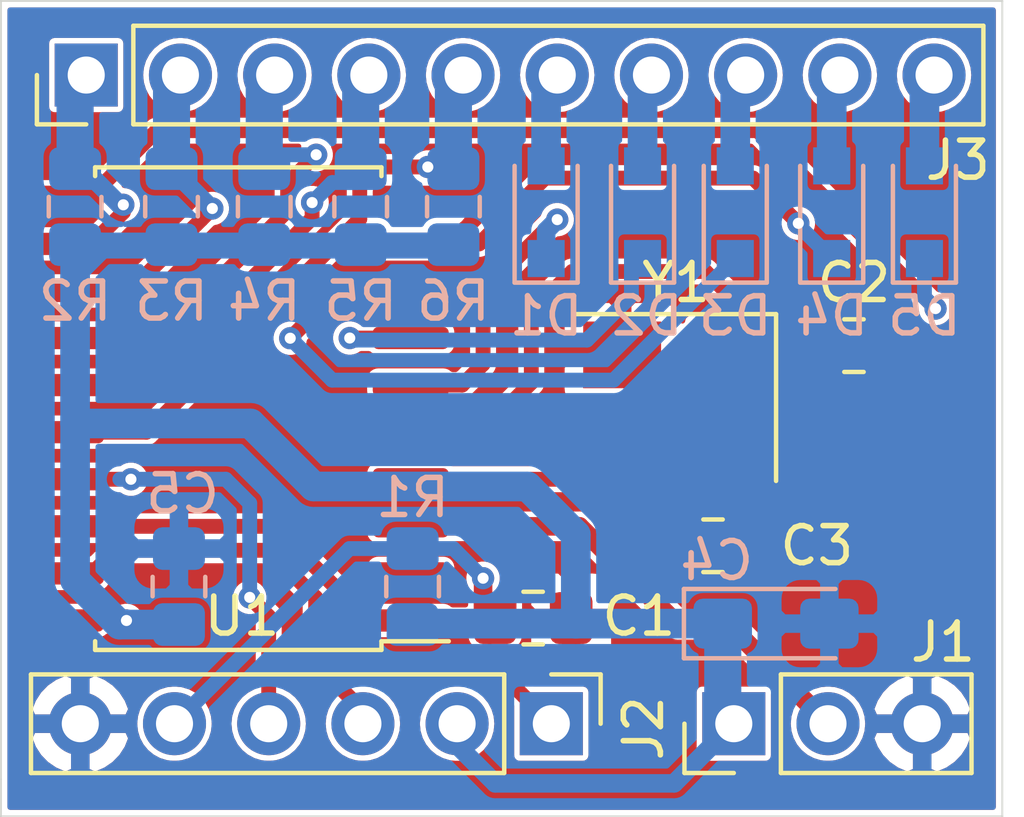
<source format=kicad_pcb>
(kicad_pcb (version 20171130) (host pcbnew 5.1.2-f72e74a~84~ubuntu18.04.1)

  (general
    (thickness 0.8)
    (drawings 10)
    (tracks 176)
    (zones 0)
    (modules 21)
    (nets 26)
  )

  (page A4)
  (layers
    (0 F.Cu signal)
    (31 B.Cu signal)
    (32 B.Adhes user hide)
    (33 F.Adhes user hide)
    (34 B.Paste user hide)
    (35 F.Paste user hide)
    (36 B.SilkS user)
    (37 F.SilkS user)
    (38 B.Mask user hide)
    (39 F.Mask user hide)
    (40 Dwgs.User user hide)
    (41 Cmts.User user hide)
    (42 Eco1.User user hide)
    (43 Eco2.User user hide)
    (44 Edge.Cuts user)
    (45 Margin user hide)
    (46 B.CrtYd user hide)
    (47 F.CrtYd user hide)
    (48 B.Fab user hide)
    (49 F.Fab user hide)
  )

  (setup
    (last_trace_width 0.15)
    (user_trace_width 0.15)
    (user_trace_width 0.2)
    (user_trace_width 0.3)
    (user_trace_width 0.4)
    (user_trace_width 0.5)
    (user_trace_width 0.7)
    (user_trace_width 0.8)
    (user_trace_width 1)
    (trace_clearance 0.15)
    (zone_clearance 0.508)
    (zone_45_only no)
    (trace_min 0.15)
    (via_size 0.6)
    (via_drill 0.3)
    (via_min_size 0.6)
    (via_min_drill 0.3)
    (blind_buried_vias_allowed yes)
    (uvia_size 0.6)
    (uvia_drill 0.3)
    (uvias_allowed yes)
    (uvia_min_size 0.6)
    (uvia_min_drill 0.3)
    (edge_width 0.05)
    (segment_width 0.15)
    (pcb_text_width 0.3)
    (pcb_text_size 1.5 1.5)
    (mod_edge_width 0.12)
    (mod_text_size 1 1)
    (mod_text_width 0.15)
    (pad_size 1.524 1.524)
    (pad_drill 0.762)
    (pad_to_mask_clearance 0.051)
    (solder_mask_min_width 0.25)
    (aux_axis_origin 197 107)
    (visible_elements FFFFFF7F)
    (pcbplotparams
      (layerselection 0x010fc_ffffffff)
      (usegerberextensions false)
      (usegerberattributes false)
      (usegerberadvancedattributes false)
      (creategerberjobfile false)
      (excludeedgelayer true)
      (linewidth 0.020000)
      (plotframeref false)
      (viasonmask false)
      (mode 1)
      (useauxorigin false)
      (hpglpennumber 1)
      (hpglpenspeed 20)
      (hpglpendiameter 15.000000)
      (psnegative false)
      (psa4output false)
      (plotreference true)
      (plotvalue true)
      (plotinvisibletext false)
      (padsonsilk false)
      (subtractmaskfromsilk true)
      (outputformat 1)
      (mirror false)
      (drillshape 0)
      (scaleselection 1)
      (outputdirectory "gerber/"))
  )

  (net 0 "")
  (net 1 GND)
  (net 2 /RESET)
  (net 3 /XTAL1)
  (net 4 /XTAL2)
  (net 5 +5V)
  (net 6 /BC0)
  (net 7 "Net-(D1-Pad2)")
  (net 8 "Net-(D2-Pad2)")
  (net 9 /BC1)
  (net 10 /BC2)
  (net 11 "Net-(D3-Pad2)")
  (net 12 "Net-(D4-Pad2)")
  (net 13 /BC3)
  (net 14 /BC4)
  (net 15 "Net-(D5-Pad2)")
  (net 16 /TX)
  (net 17 /MISO)
  (net 18 /SCK)
  (net 19 /MOSI)
  (net 20 /BR0)
  (net 21 /BR1)
  (net 22 /BR2)
  (net 23 /BR3)
  (net 24 /BR4)
  (net 25 "Net-(U1-Pad2)")

  (net_class Default "Это класс цепей по умолчанию."
    (clearance 0.15)
    (trace_width 0.15)
    (via_dia 0.6)
    (via_drill 0.3)
    (uvia_dia 0.6)
    (uvia_drill 0.3)
    (diff_pair_width 0.15)
    (diff_pair_gap 0.15)
    (add_net +5V)
    (add_net /BC0)
    (add_net /BC1)
    (add_net /BC2)
    (add_net /BC3)
    (add_net /BC4)
    (add_net /BR0)
    (add_net /BR1)
    (add_net /BR2)
    (add_net /BR3)
    (add_net /BR4)
    (add_net /MISO)
    (add_net /MOSI)
    (add_net /RESET)
    (add_net /SCK)
    (add_net /TX)
    (add_net /XTAL1)
    (add_net /XTAL2)
    (add_net GND)
    (add_net "Net-(D1-Pad2)")
    (add_net "Net-(D2-Pad2)")
    (add_net "Net-(D3-Pad2)")
    (add_net "Net-(D4-Pad2)")
    (add_net "Net-(D5-Pad2)")
    (add_net "Net-(U1-Pad2)")
  )

  (module Package_SO:SOIC-20W_7.5x12.8mm_P1.27mm (layer F.Cu) (tedit 5C97300E) (tstamp 5D08C3C2)
    (at 203.4 96 180)
    (descr "SOIC, 20 Pin (JEDEC MS-013AC, https://www.analog.com/media/en/package-pcb-resources/package/233848rw_20.pdf), generated with kicad-footprint-generator ipc_gullwing_generator.py")
    (tags "SOIC SO")
    (path /5D0608EC)
    (attr smd)
    (fp_text reference U1 (at -0.1 -5.6) (layer F.SilkS)
      (effects (font (size 1 1) (thickness 0.15)))
    )
    (fp_text value ATtiny2313-20SU (at 0 7.35) (layer F.Fab)
      (effects (font (size 1 1) (thickness 0.15)))
    )
    (fp_line (start 0 6.51) (end 3.86 6.51) (layer F.SilkS) (width 0.12))
    (fp_line (start 3.86 6.51) (end 3.86 6.275) (layer F.SilkS) (width 0.12))
    (fp_line (start 0 6.51) (end -3.86 6.51) (layer F.SilkS) (width 0.12))
    (fp_line (start -3.86 6.51) (end -3.86 6.275) (layer F.SilkS) (width 0.12))
    (fp_line (start 0 -6.51) (end 3.86 -6.51) (layer F.SilkS) (width 0.12))
    (fp_line (start 3.86 -6.51) (end 3.86 -6.275) (layer F.SilkS) (width 0.12))
    (fp_line (start 0 -6.51) (end -3.86 -6.51) (layer F.SilkS) (width 0.12))
    (fp_line (start -3.86 -6.51) (end -3.86 -6.275) (layer F.SilkS) (width 0.12))
    (fp_line (start -3.86 -6.275) (end -5.675 -6.275) (layer F.SilkS) (width 0.12))
    (fp_line (start -2.75 -6.4) (end 3.75 -6.4) (layer F.Fab) (width 0.1))
    (fp_line (start 3.75 -6.4) (end 3.75 6.4) (layer F.Fab) (width 0.1))
    (fp_line (start 3.75 6.4) (end -3.75 6.4) (layer F.Fab) (width 0.1))
    (fp_line (start -3.75 6.4) (end -3.75 -5.4) (layer F.Fab) (width 0.1))
    (fp_line (start -3.75 -5.4) (end -2.75 -6.4) (layer F.Fab) (width 0.1))
    (fp_line (start -5.93 -6.65) (end -5.93 6.65) (layer F.CrtYd) (width 0.05))
    (fp_line (start -5.93 6.65) (end 5.93 6.65) (layer F.CrtYd) (width 0.05))
    (fp_line (start 5.93 6.65) (end 5.93 -6.65) (layer F.CrtYd) (width 0.05))
    (fp_line (start 5.93 -6.65) (end -5.93 -6.65) (layer F.CrtYd) (width 0.05))
    (fp_text user %R (at 0 0) (layer F.Fab)
      (effects (font (size 1 1) (thickness 0.15)))
    )
    (pad 1 smd roundrect (at -4.65 -5.715 180) (size 2.05 0.6) (layers F.Cu F.Paste F.Mask) (roundrect_rratio 0.25)
      (net 2 /RESET))
    (pad 2 smd roundrect (at -4.65 -4.445 180) (size 2.05 0.6) (layers F.Cu F.Paste F.Mask) (roundrect_rratio 0.25)
      (net 25 "Net-(U1-Pad2)"))
    (pad 3 smd roundrect (at -4.65 -3.175 180) (size 2.05 0.6) (layers F.Cu F.Paste F.Mask) (roundrect_rratio 0.25)
      (net 16 /TX))
    (pad 4 smd roundrect (at -4.65 -1.905 180) (size 2.05 0.6) (layers F.Cu F.Paste F.Mask) (roundrect_rratio 0.25)
      (net 4 /XTAL2))
    (pad 5 smd roundrect (at -4.65 -0.635 180) (size 2.05 0.6) (layers F.Cu F.Paste F.Mask) (roundrect_rratio 0.25)
      (net 3 /XTAL1))
    (pad 6 smd roundrect (at -4.65 0.635 180) (size 2.05 0.6) (layers F.Cu F.Paste F.Mask) (roundrect_rratio 0.25)
      (net 6 /BC0))
    (pad 7 smd roundrect (at -4.65 1.905 180) (size 2.05 0.6) (layers F.Cu F.Paste F.Mask) (roundrect_rratio 0.25)
      (net 9 /BC1))
    (pad 8 smd roundrect (at -4.65 3.175 180) (size 2.05 0.6) (layers F.Cu F.Paste F.Mask) (roundrect_rratio 0.25)
      (net 10 /BC2))
    (pad 9 smd roundrect (at -4.65 4.445 180) (size 2.05 0.6) (layers F.Cu F.Paste F.Mask) (roundrect_rratio 0.25)
      (net 13 /BC3))
    (pad 10 smd roundrect (at -4.65 5.715 180) (size 2.05 0.6) (layers F.Cu F.Paste F.Mask) (roundrect_rratio 0.25)
      (net 1 GND))
    (pad 11 smd roundrect (at 4.65 5.715 180) (size 2.05 0.6) (layers F.Cu F.Paste F.Mask) (roundrect_rratio 0.25)
      (net 14 /BC4))
    (pad 12 smd roundrect (at 4.65 4.445 180) (size 2.05 0.6) (layers F.Cu F.Paste F.Mask) (roundrect_rratio 0.25)
      (net 20 /BR0))
    (pad 13 smd roundrect (at 4.65 3.175 180) (size 2.05 0.6) (layers F.Cu F.Paste F.Mask) (roundrect_rratio 0.25)
      (net 21 /BR1))
    (pad 14 smd roundrect (at 4.65 1.905 180) (size 2.05 0.6) (layers F.Cu F.Paste F.Mask) (roundrect_rratio 0.25)
      (net 22 /BR2))
    (pad 15 smd roundrect (at 4.65 0.635 180) (size 2.05 0.6) (layers F.Cu F.Paste F.Mask) (roundrect_rratio 0.25)
      (net 23 /BR3))
    (pad 16 smd roundrect (at 4.65 -0.635 180) (size 2.05 0.6) (layers F.Cu F.Paste F.Mask) (roundrect_rratio 0.25)
      (net 24 /BR4))
    (pad 17 smd roundrect (at 4.65 -1.905 180) (size 2.05 0.6) (layers F.Cu F.Paste F.Mask) (roundrect_rratio 0.25)
      (net 19 /MOSI))
    (pad 18 smd roundrect (at 4.65 -3.175 180) (size 2.05 0.6) (layers F.Cu F.Paste F.Mask) (roundrect_rratio 0.25)
      (net 17 /MISO))
    (pad 19 smd roundrect (at 4.65 -4.445 180) (size 2.05 0.6) (layers F.Cu F.Paste F.Mask) (roundrect_rratio 0.25)
      (net 18 /SCK))
    (pad 20 smd roundrect (at 4.65 -5.715 180) (size 2.05 0.6) (layers F.Cu F.Paste F.Mask) (roundrect_rratio 0.25)
      (net 5 +5V))
    (model ${KISYS3DMOD}/Package_SO.3dshapes/SOIC-20W_7.5x12.8mm_P1.27mm.wrl
      (at (xyz 0 0 0))
      (scale (xyz 1 1 1))
      (rotate (xyz 0 0 0))
    )
  )

  (module Capacitor_SMD:C_0805_2012Metric_Pad1.15x1.40mm_HandSolder (layer B.Cu) (tedit 5B36C52B) (tstamp 5D08C26A)
    (at 201.8 100.8 270)
    (descr "Capacitor SMD 0805 (2012 Metric), square (rectangular) end terminal, IPC_7351 nominal with elongated pad for handsoldering. (Body size source: https://docs.google.com/spreadsheets/d/1BsfQQcO9C6DZCsRaXUlFlo91Tg2WpOkGARC1WS5S8t0/edit?usp=sharing), generated with kicad-footprint-generator")
    (tags "capacitor handsolder")
    (path /5D155F4A)
    (attr smd)
    (fp_text reference C5 (at -2.5 -0.1 180) (layer B.SilkS)
      (effects (font (size 1 1) (thickness 0.15)) (justify mirror))
    )
    (fp_text value "0.1 мкФ" (at 0 -1.65 90) (layer B.Fab)
      (effects (font (size 1 1) (thickness 0.15)) (justify mirror))
    )
    (fp_line (start -1 -0.6) (end -1 0.6) (layer B.Fab) (width 0.1))
    (fp_line (start -1 0.6) (end 1 0.6) (layer B.Fab) (width 0.1))
    (fp_line (start 1 0.6) (end 1 -0.6) (layer B.Fab) (width 0.1))
    (fp_line (start 1 -0.6) (end -1 -0.6) (layer B.Fab) (width 0.1))
    (fp_line (start -0.261252 0.71) (end 0.261252 0.71) (layer B.SilkS) (width 0.12))
    (fp_line (start -0.261252 -0.71) (end 0.261252 -0.71) (layer B.SilkS) (width 0.12))
    (fp_line (start -1.85 -0.95) (end -1.85 0.95) (layer B.CrtYd) (width 0.05))
    (fp_line (start -1.85 0.95) (end 1.85 0.95) (layer B.CrtYd) (width 0.05))
    (fp_line (start 1.85 0.95) (end 1.85 -0.95) (layer B.CrtYd) (width 0.05))
    (fp_line (start 1.85 -0.95) (end -1.85 -0.95) (layer B.CrtYd) (width 0.05))
    (fp_text user %R (at 0 0 90) (layer B.Fab)
      (effects (font (size 0.5 0.5) (thickness 0.08)) (justify mirror))
    )
    (pad 1 smd roundrect (at -1.025 0 270) (size 1.15 1.4) (layers B.Cu B.Paste B.Mask) (roundrect_rratio 0.217391)
      (net 1 GND))
    (pad 2 smd roundrect (at 1.025 0 270) (size 1.15 1.4) (layers B.Cu B.Paste B.Mask) (roundrect_rratio 0.217391)
      (net 5 +5V))
    (model ${KISYS3DMOD}/Capacitor_SMD.3dshapes/C_0805_2012Metric.wrl
      (at (xyz 0 0 0))
      (scale (xyz 1 1 1))
      (rotate (xyz 0 0 0))
    )
  )

  (module Capacitor_SMD:C_0805_2012Metric_Pad1.15x1.40mm_HandSolder (layer F.Cu) (tedit 5B36C52B) (tstamp 5D08C224)
    (at 211.35 101.65)
    (descr "Capacitor SMD 0805 (2012 Metric), square (rectangular) end terminal, IPC_7351 nominal with elongated pad for handsoldering. (Body size source: https://docs.google.com/spreadsheets/d/1BsfQQcO9C6DZCsRaXUlFlo91Tg2WpOkGARC1WS5S8t0/edit?usp=sharing), generated with kicad-footprint-generator")
    (tags "capacitor handsolder")
    (path /5D0DF9BE)
    (attr smd)
    (fp_text reference C1 (at 2.85 -0.05 180) (layer F.SilkS)
      (effects (font (size 1 1) (thickness 0.15)))
    )
    (fp_text value "0.1 мкФ" (at 0 1.65) (layer F.Fab)
      (effects (font (size 1 1) (thickness 0.15)))
    )
    (fp_text user %R (at 0 0) (layer F.Fab)
      (effects (font (size 0.5 0.5) (thickness 0.08)))
    )
    (fp_line (start 1.85 0.95) (end -1.85 0.95) (layer F.CrtYd) (width 0.05))
    (fp_line (start 1.85 -0.95) (end 1.85 0.95) (layer F.CrtYd) (width 0.05))
    (fp_line (start -1.85 -0.95) (end 1.85 -0.95) (layer F.CrtYd) (width 0.05))
    (fp_line (start -1.85 0.95) (end -1.85 -0.95) (layer F.CrtYd) (width 0.05))
    (fp_line (start -0.261252 0.71) (end 0.261252 0.71) (layer F.SilkS) (width 0.12))
    (fp_line (start -0.261252 -0.71) (end 0.261252 -0.71) (layer F.SilkS) (width 0.12))
    (fp_line (start 1 0.6) (end -1 0.6) (layer F.Fab) (width 0.1))
    (fp_line (start 1 -0.6) (end 1 0.6) (layer F.Fab) (width 0.1))
    (fp_line (start -1 -0.6) (end 1 -0.6) (layer F.Fab) (width 0.1))
    (fp_line (start -1 0.6) (end -1 -0.6) (layer F.Fab) (width 0.1))
    (pad 2 smd roundrect (at 1.025 0) (size 1.15 1.4) (layers F.Cu F.Paste F.Mask) (roundrect_rratio 0.217391)
      (net 1 GND))
    (pad 1 smd roundrect (at -1.025 0) (size 1.15 1.4) (layers F.Cu F.Paste F.Mask) (roundrect_rratio 0.217391)
      (net 2 /RESET))
    (model ${KISYS3DMOD}/Capacitor_SMD.3dshapes/C_0805_2012Metric.wrl
      (at (xyz 0 0 0))
      (scale (xyz 1 1 1))
      (rotate (xyz 0 0 0))
    )
  )

  (module Capacitor_SMD:C_0805_2012Metric_Pad1.15x1.40mm_HandSolder (layer F.Cu) (tedit 5B36C52B) (tstamp 5D08C235)
    (at 220 94.3)
    (descr "Capacitor SMD 0805 (2012 Metric), square (rectangular) end terminal, IPC_7351 nominal with elongated pad for handsoldering. (Body size source: https://docs.google.com/spreadsheets/d/1BsfQQcO9C6DZCsRaXUlFlo91Tg2WpOkGARC1WS5S8t0/edit?usp=sharing), generated with kicad-footprint-generator")
    (tags "capacitor handsolder")
    (path /5D0895FE)
    (attr smd)
    (fp_text reference C2 (at 0 -1.7) (layer F.SilkS)
      (effects (font (size 1 1) (thickness 0.15)))
    )
    (fp_text value "22 пФ" (at 0 1.65) (layer F.Fab)
      (effects (font (size 1 1) (thickness 0.15)))
    )
    (fp_line (start -1 0.6) (end -1 -0.6) (layer F.Fab) (width 0.1))
    (fp_line (start -1 -0.6) (end 1 -0.6) (layer F.Fab) (width 0.1))
    (fp_line (start 1 -0.6) (end 1 0.6) (layer F.Fab) (width 0.1))
    (fp_line (start 1 0.6) (end -1 0.6) (layer F.Fab) (width 0.1))
    (fp_line (start -0.261252 -0.71) (end 0.261252 -0.71) (layer F.SilkS) (width 0.12))
    (fp_line (start -0.261252 0.71) (end 0.261252 0.71) (layer F.SilkS) (width 0.12))
    (fp_line (start -1.85 0.95) (end -1.85 -0.95) (layer F.CrtYd) (width 0.05))
    (fp_line (start -1.85 -0.95) (end 1.85 -0.95) (layer F.CrtYd) (width 0.05))
    (fp_line (start 1.85 -0.95) (end 1.85 0.95) (layer F.CrtYd) (width 0.05))
    (fp_line (start 1.85 0.95) (end -1.85 0.95) (layer F.CrtYd) (width 0.05))
    (fp_text user %R (at 0 0) (layer F.Fab)
      (effects (font (size 0.5 0.5) (thickness 0.08)))
    )
    (pad 1 smd roundrect (at -1.025 0) (size 1.15 1.4) (layers F.Cu F.Paste F.Mask) (roundrect_rratio 0.217391)
      (net 3 /XTAL1))
    (pad 2 smd roundrect (at 1.025 0) (size 1.15 1.4) (layers F.Cu F.Paste F.Mask) (roundrect_rratio 0.217391)
      (net 1 GND))
    (model ${KISYS3DMOD}/Capacitor_SMD.3dshapes/C_0805_2012Metric.wrl
      (at (xyz 0 0 0))
      (scale (xyz 1 1 1))
      (rotate (xyz 0 0 0))
    )
  )

  (module Capacitor_SMD:C_0805_2012Metric_Pad1.15x1.40mm_HandSolder (layer F.Cu) (tedit 5B36C52B) (tstamp 5D08C246)
    (at 216.2 99.7)
    (descr "Capacitor SMD 0805 (2012 Metric), square (rectangular) end terminal, IPC_7351 nominal with elongated pad for handsoldering. (Body size source: https://docs.google.com/spreadsheets/d/1BsfQQcO9C6DZCsRaXUlFlo91Tg2WpOkGARC1WS5S8t0/edit?usp=sharing), generated with kicad-footprint-generator")
    (tags "capacitor handsolder")
    (path /5D089166)
    (attr smd)
    (fp_text reference C3 (at 2.8 0) (layer F.SilkS)
      (effects (font (size 1 1) (thickness 0.15)))
    )
    (fp_text value "22 пФ" (at 0 1.65) (layer F.Fab)
      (effects (font (size 1 1) (thickness 0.15)))
    )
    (fp_text user %R (at 0 0) (layer F.Fab)
      (effects (font (size 0.5 0.5) (thickness 0.08)))
    )
    (fp_line (start 1.85 0.95) (end -1.85 0.95) (layer F.CrtYd) (width 0.05))
    (fp_line (start 1.85 -0.95) (end 1.85 0.95) (layer F.CrtYd) (width 0.05))
    (fp_line (start -1.85 -0.95) (end 1.85 -0.95) (layer F.CrtYd) (width 0.05))
    (fp_line (start -1.85 0.95) (end -1.85 -0.95) (layer F.CrtYd) (width 0.05))
    (fp_line (start -0.261252 0.71) (end 0.261252 0.71) (layer F.SilkS) (width 0.12))
    (fp_line (start -0.261252 -0.71) (end 0.261252 -0.71) (layer F.SilkS) (width 0.12))
    (fp_line (start 1 0.6) (end -1 0.6) (layer F.Fab) (width 0.1))
    (fp_line (start 1 -0.6) (end 1 0.6) (layer F.Fab) (width 0.1))
    (fp_line (start -1 -0.6) (end 1 -0.6) (layer F.Fab) (width 0.1))
    (fp_line (start -1 0.6) (end -1 -0.6) (layer F.Fab) (width 0.1))
    (pad 2 smd roundrect (at 1.025 0) (size 1.15 1.4) (layers F.Cu F.Paste F.Mask) (roundrect_rratio 0.217391)
      (net 1 GND))
    (pad 1 smd roundrect (at -1.025 0) (size 1.15 1.4) (layers F.Cu F.Paste F.Mask) (roundrect_rratio 0.217391)
      (net 4 /XTAL2))
    (model ${KISYS3DMOD}/Capacitor_SMD.3dshapes/C_0805_2012Metric.wrl
      (at (xyz 0 0 0))
      (scale (xyz 1 1 1))
      (rotate (xyz 0 0 0))
    )
  )

  (module Capacitor_Tantalum_SMD:CP_EIA-3216-18_Kemet-A_Pad1.58x1.35mm_HandSolder (layer B.Cu) (tedit 5B301BBE) (tstamp 5D08C259)
    (at 217.9 101.8)
    (descr "Tantalum Capacitor SMD Kemet-A (3216-18 Metric), IPC_7351 nominal, (Body size from: http://www.kemet.com/Lists/ProductCatalog/Attachments/253/KEM_TC101_STD.pdf), generated with kicad-footprint-generator")
    (tags "capacitor tantalum")
    (path /5D15526C)
    (attr smd)
    (fp_text reference C4 (at -1.6 -1.7) (layer B.SilkS)
      (effects (font (size 1 1) (thickness 0.15)) (justify mirror))
    )
    (fp_text value "10 мкФ" (at 0 -1.75) (layer B.Fab)
      (effects (font (size 1 1) (thickness 0.15)) (justify mirror))
    )
    (fp_line (start 1.6 0.8) (end -1.2 0.8) (layer B.Fab) (width 0.1))
    (fp_line (start -1.2 0.8) (end -1.6 0.4) (layer B.Fab) (width 0.1))
    (fp_line (start -1.6 0.4) (end -1.6 -0.8) (layer B.Fab) (width 0.1))
    (fp_line (start -1.6 -0.8) (end 1.6 -0.8) (layer B.Fab) (width 0.1))
    (fp_line (start 1.6 -0.8) (end 1.6 0.8) (layer B.Fab) (width 0.1))
    (fp_line (start 1.6 0.935) (end -2.485 0.935) (layer B.SilkS) (width 0.12))
    (fp_line (start -2.485 0.935) (end -2.485 -0.935) (layer B.SilkS) (width 0.12))
    (fp_line (start -2.485 -0.935) (end 1.6 -0.935) (layer B.SilkS) (width 0.12))
    (fp_line (start -2.48 -1.05) (end -2.48 1.05) (layer B.CrtYd) (width 0.05))
    (fp_line (start -2.48 1.05) (end 2.48 1.05) (layer B.CrtYd) (width 0.05))
    (fp_line (start 2.48 1.05) (end 2.48 -1.05) (layer B.CrtYd) (width 0.05))
    (fp_line (start 2.48 -1.05) (end -2.48 -1.05) (layer B.CrtYd) (width 0.05))
    (fp_text user %R (at 0 0) (layer B.Fab)
      (effects (font (size 0.8 0.8) (thickness 0.12)) (justify mirror))
    )
    (pad 1 smd roundrect (at -1.4375 0) (size 1.575 1.35) (layers B.Cu B.Paste B.Mask) (roundrect_rratio 0.185185)
      (net 5 +5V))
    (pad 2 smd roundrect (at 1.4375 0) (size 1.575 1.35) (layers B.Cu B.Paste B.Mask) (roundrect_rratio 0.185185)
      (net 1 GND))
    (model ${KISYS3DMOD}/Capacitor_Tantalum_SMD.3dshapes/CP_EIA-3216-18_Kemet-A.wrl
      (at (xyz 0 0 0))
      (scale (xyz 1 1 1))
      (rotate (xyz 0 0 0))
    )
  )

  (module Diode_SMD:D_SOD-323_HandSoldering locked (layer B.Cu) (tedit 58641869) (tstamp 5D08C282)
    (at 211.7 90.7 90)
    (descr SOD-323)
    (tags SOD-323)
    (path /5D168C64)
    (attr smd)
    (fp_text reference D1 (at -2.8 0 180) (layer B.SilkS)
      (effects (font (size 1 1) (thickness 0.15)) (justify mirror))
    )
    (fp_text value PESD5V0S1BA (at 0.1 -1.9 90) (layer B.Fab)
      (effects (font (size 1 1) (thickness 0.15)) (justify mirror))
    )
    (fp_text user %R (at 0 1.85 90) (layer B.Fab)
      (effects (font (size 1 1) (thickness 0.15)) (justify mirror))
    )
    (fp_line (start -1.9 0.85) (end -1.9 -0.85) (layer B.SilkS) (width 0.12))
    (fp_line (start 0.2 0) (end 0.45 0) (layer B.Fab) (width 0.1))
    (fp_line (start 0.2 -0.35) (end -0.3 0) (layer B.Fab) (width 0.1))
    (fp_line (start 0.2 0.35) (end 0.2 -0.35) (layer B.Fab) (width 0.1))
    (fp_line (start -0.3 0) (end 0.2 0.35) (layer B.Fab) (width 0.1))
    (fp_line (start -0.3 0) (end -0.5 0) (layer B.Fab) (width 0.1))
    (fp_line (start -0.3 0.35) (end -0.3 -0.35) (layer B.Fab) (width 0.1))
    (fp_line (start -0.9 -0.7) (end -0.9 0.7) (layer B.Fab) (width 0.1))
    (fp_line (start 0.9 -0.7) (end -0.9 -0.7) (layer B.Fab) (width 0.1))
    (fp_line (start 0.9 0.7) (end 0.9 -0.7) (layer B.Fab) (width 0.1))
    (fp_line (start -0.9 0.7) (end 0.9 0.7) (layer B.Fab) (width 0.1))
    (fp_line (start -2 0.95) (end 2 0.95) (layer B.CrtYd) (width 0.05))
    (fp_line (start 2 0.95) (end 2 -0.95) (layer B.CrtYd) (width 0.05))
    (fp_line (start -2 -0.95) (end 2 -0.95) (layer B.CrtYd) (width 0.05))
    (fp_line (start -2 0.95) (end -2 -0.95) (layer B.CrtYd) (width 0.05))
    (fp_line (start -1.9 -0.85) (end 1.25 -0.85) (layer B.SilkS) (width 0.12))
    (fp_line (start -1.9 0.85) (end 1.25 0.85) (layer B.SilkS) (width 0.12))
    (pad 1 smd rect (at -1.25 0 90) (size 1 1) (layers B.Cu B.Paste B.Mask)
      (net 6 /BC0))
    (pad 2 smd rect (at 1.25 0 90) (size 1 1) (layers B.Cu B.Paste B.Mask)
      (net 7 "Net-(D1-Pad2)"))
    (model ${KISYS3DMOD}/Diode_SMD.3dshapes/D_SOD-323.wrl
      (at (xyz 0 0 0))
      (scale (xyz 1 1 1))
      (rotate (xyz 0 0 0))
    )
  )

  (module Diode_SMD:D_SOD-323_HandSoldering locked (layer B.Cu) (tedit 58641869) (tstamp 5D08C29A)
    (at 214.3 90.7 90)
    (descr SOD-323)
    (tags SOD-323)
    (path /5D1692E9)
    (attr smd)
    (fp_text reference D2 (at -2.8 0.1 180) (layer B.SilkS)
      (effects (font (size 1 1) (thickness 0.15)) (justify mirror))
    )
    (fp_text value PESD5V0S1BA (at 0.1 -1.9 90) (layer B.Fab)
      (effects (font (size 1 1) (thickness 0.15)) (justify mirror))
    )
    (fp_line (start -1.9 0.85) (end 1.25 0.85) (layer B.SilkS) (width 0.12))
    (fp_line (start -1.9 -0.85) (end 1.25 -0.85) (layer B.SilkS) (width 0.12))
    (fp_line (start -2 0.95) (end -2 -0.95) (layer B.CrtYd) (width 0.05))
    (fp_line (start -2 -0.95) (end 2 -0.95) (layer B.CrtYd) (width 0.05))
    (fp_line (start 2 0.95) (end 2 -0.95) (layer B.CrtYd) (width 0.05))
    (fp_line (start -2 0.95) (end 2 0.95) (layer B.CrtYd) (width 0.05))
    (fp_line (start -0.9 0.7) (end 0.9 0.7) (layer B.Fab) (width 0.1))
    (fp_line (start 0.9 0.7) (end 0.9 -0.7) (layer B.Fab) (width 0.1))
    (fp_line (start 0.9 -0.7) (end -0.9 -0.7) (layer B.Fab) (width 0.1))
    (fp_line (start -0.9 -0.7) (end -0.9 0.7) (layer B.Fab) (width 0.1))
    (fp_line (start -0.3 0.35) (end -0.3 -0.35) (layer B.Fab) (width 0.1))
    (fp_line (start -0.3 0) (end -0.5 0) (layer B.Fab) (width 0.1))
    (fp_line (start -0.3 0) (end 0.2 0.35) (layer B.Fab) (width 0.1))
    (fp_line (start 0.2 0.35) (end 0.2 -0.35) (layer B.Fab) (width 0.1))
    (fp_line (start 0.2 -0.35) (end -0.3 0) (layer B.Fab) (width 0.1))
    (fp_line (start 0.2 0) (end 0.45 0) (layer B.Fab) (width 0.1))
    (fp_line (start -1.9 0.85) (end -1.9 -0.85) (layer B.SilkS) (width 0.12))
    (fp_text user %R (at 0 1.85 90) (layer B.Fab)
      (effects (font (size 1 1) (thickness 0.15)) (justify mirror))
    )
    (pad 2 smd rect (at 1.25 0 90) (size 1 1) (layers B.Cu B.Paste B.Mask)
      (net 8 "Net-(D2-Pad2)"))
    (pad 1 smd rect (at -1.25 0 90) (size 1 1) (layers B.Cu B.Paste B.Mask)
      (net 9 /BC1))
    (model ${KISYS3DMOD}/Diode_SMD.3dshapes/D_SOD-323.wrl
      (at (xyz 0 0 0))
      (scale (xyz 1 1 1))
      (rotate (xyz 0 0 0))
    )
  )

  (module Diode_SMD:D_SOD-323_HandSoldering locked (layer B.Cu) (tedit 58641869) (tstamp 5D08C2B2)
    (at 216.8 90.7 90)
    (descr SOD-323)
    (tags SOD-323)
    (path /5D169A6D)
    (attr smd)
    (fp_text reference D3 (at -2.8 0 180) (layer B.SilkS)
      (effects (font (size 1 1) (thickness 0.15)) (justify mirror))
    )
    (fp_text value PESD5V0S1BA (at 0.1 -1.9 90) (layer B.Fab)
      (effects (font (size 1 1) (thickness 0.15)) (justify mirror))
    )
    (fp_text user %R (at 0 1.85 90) (layer B.Fab)
      (effects (font (size 1 1) (thickness 0.15)) (justify mirror))
    )
    (fp_line (start -1.9 0.85) (end -1.9 -0.85) (layer B.SilkS) (width 0.12))
    (fp_line (start 0.2 0) (end 0.45 0) (layer B.Fab) (width 0.1))
    (fp_line (start 0.2 -0.35) (end -0.3 0) (layer B.Fab) (width 0.1))
    (fp_line (start 0.2 0.35) (end 0.2 -0.35) (layer B.Fab) (width 0.1))
    (fp_line (start -0.3 0) (end 0.2 0.35) (layer B.Fab) (width 0.1))
    (fp_line (start -0.3 0) (end -0.5 0) (layer B.Fab) (width 0.1))
    (fp_line (start -0.3 0.35) (end -0.3 -0.35) (layer B.Fab) (width 0.1))
    (fp_line (start -0.9 -0.7) (end -0.9 0.7) (layer B.Fab) (width 0.1))
    (fp_line (start 0.9 -0.7) (end -0.9 -0.7) (layer B.Fab) (width 0.1))
    (fp_line (start 0.9 0.7) (end 0.9 -0.7) (layer B.Fab) (width 0.1))
    (fp_line (start -0.9 0.7) (end 0.9 0.7) (layer B.Fab) (width 0.1))
    (fp_line (start -2 0.95) (end 2 0.95) (layer B.CrtYd) (width 0.05))
    (fp_line (start 2 0.95) (end 2 -0.95) (layer B.CrtYd) (width 0.05))
    (fp_line (start -2 -0.95) (end 2 -0.95) (layer B.CrtYd) (width 0.05))
    (fp_line (start -2 0.95) (end -2 -0.95) (layer B.CrtYd) (width 0.05))
    (fp_line (start -1.9 -0.85) (end 1.25 -0.85) (layer B.SilkS) (width 0.12))
    (fp_line (start -1.9 0.85) (end 1.25 0.85) (layer B.SilkS) (width 0.12))
    (pad 1 smd rect (at -1.25 0 90) (size 1 1) (layers B.Cu B.Paste B.Mask)
      (net 10 /BC2))
    (pad 2 smd rect (at 1.25 0 90) (size 1 1) (layers B.Cu B.Paste B.Mask)
      (net 11 "Net-(D3-Pad2)"))
    (model ${KISYS3DMOD}/Diode_SMD.3dshapes/D_SOD-323.wrl
      (at (xyz 0 0 0))
      (scale (xyz 1 1 1))
      (rotate (xyz 0 0 0))
    )
  )

  (module Diode_SMD:D_SOD-323_HandSoldering locked (layer B.Cu) (tedit 58641869) (tstamp 5D08C2CA)
    (at 219.4 90.7 90)
    (descr SOD-323)
    (tags SOD-323)
    (path /5D169F7C)
    (attr smd)
    (fp_text reference D4 (at -2.8 0 180) (layer B.SilkS)
      (effects (font (size 1 1) (thickness 0.15)) (justify mirror))
    )
    (fp_text value PESD5V0S1BA (at 0.1 -1.9 90) (layer B.Fab)
      (effects (font (size 1 1) (thickness 0.15)) (justify mirror))
    )
    (fp_line (start -1.9 0.85) (end 1.25 0.85) (layer B.SilkS) (width 0.12))
    (fp_line (start -1.9 -0.85) (end 1.25 -0.85) (layer B.SilkS) (width 0.12))
    (fp_line (start -2 0.95) (end -2 -0.95) (layer B.CrtYd) (width 0.05))
    (fp_line (start -2 -0.95) (end 2 -0.95) (layer B.CrtYd) (width 0.05))
    (fp_line (start 2 0.95) (end 2 -0.95) (layer B.CrtYd) (width 0.05))
    (fp_line (start -2 0.95) (end 2 0.95) (layer B.CrtYd) (width 0.05))
    (fp_line (start -0.9 0.7) (end 0.9 0.7) (layer B.Fab) (width 0.1))
    (fp_line (start 0.9 0.7) (end 0.9 -0.7) (layer B.Fab) (width 0.1))
    (fp_line (start 0.9 -0.7) (end -0.9 -0.7) (layer B.Fab) (width 0.1))
    (fp_line (start -0.9 -0.7) (end -0.9 0.7) (layer B.Fab) (width 0.1))
    (fp_line (start -0.3 0.35) (end -0.3 -0.35) (layer B.Fab) (width 0.1))
    (fp_line (start -0.3 0) (end -0.5 0) (layer B.Fab) (width 0.1))
    (fp_line (start -0.3 0) (end 0.2 0.35) (layer B.Fab) (width 0.1))
    (fp_line (start 0.2 0.35) (end 0.2 -0.35) (layer B.Fab) (width 0.1))
    (fp_line (start 0.2 -0.35) (end -0.3 0) (layer B.Fab) (width 0.1))
    (fp_line (start 0.2 0) (end 0.45 0) (layer B.Fab) (width 0.1))
    (fp_line (start -1.9 0.85) (end -1.9 -0.85) (layer B.SilkS) (width 0.12))
    (fp_text user %R (at 0 1.85 90) (layer B.Fab)
      (effects (font (size 1 1) (thickness 0.15)) (justify mirror))
    )
    (pad 2 smd rect (at 1.25 0 90) (size 1 1) (layers B.Cu B.Paste B.Mask)
      (net 12 "Net-(D4-Pad2)"))
    (pad 1 smd rect (at -1.25 0 90) (size 1 1) (layers B.Cu B.Paste B.Mask)
      (net 13 /BC3))
    (model ${KISYS3DMOD}/Diode_SMD.3dshapes/D_SOD-323.wrl
      (at (xyz 0 0 0))
      (scale (xyz 1 1 1))
      (rotate (xyz 0 0 0))
    )
  )

  (module Diode_SMD:D_SOD-323_HandSoldering (layer B.Cu) (tedit 58641869) (tstamp 5D08C2E2)
    (at 221.9 90.7 90)
    (descr SOD-323)
    (tags SOD-323)
    (path /5D16A16F)
    (attr smd)
    (fp_text reference D5 (at -2.8 0) (layer B.SilkS)
      (effects (font (size 1 1) (thickness 0.15)) (justify mirror))
    )
    (fp_text value PESD5V0S1BA (at 0.1 -1.9 270) (layer B.Fab)
      (effects (font (size 1 1) (thickness 0.15)) (justify mirror))
    )
    (fp_text user %R (at 0 1.85 270) (layer B.Fab)
      (effects (font (size 1 1) (thickness 0.15)) (justify mirror))
    )
    (fp_line (start -1.9 0.85) (end -1.9 -0.85) (layer B.SilkS) (width 0.12))
    (fp_line (start 0.2 0) (end 0.45 0) (layer B.Fab) (width 0.1))
    (fp_line (start 0.2 -0.35) (end -0.3 0) (layer B.Fab) (width 0.1))
    (fp_line (start 0.2 0.35) (end 0.2 -0.35) (layer B.Fab) (width 0.1))
    (fp_line (start -0.3 0) (end 0.2 0.35) (layer B.Fab) (width 0.1))
    (fp_line (start -0.3 0) (end -0.5 0) (layer B.Fab) (width 0.1))
    (fp_line (start -0.3 0.35) (end -0.3 -0.35) (layer B.Fab) (width 0.1))
    (fp_line (start -0.9 -0.7) (end -0.9 0.7) (layer B.Fab) (width 0.1))
    (fp_line (start 0.9 -0.7) (end -0.9 -0.7) (layer B.Fab) (width 0.1))
    (fp_line (start 0.9 0.7) (end 0.9 -0.7) (layer B.Fab) (width 0.1))
    (fp_line (start -0.9 0.7) (end 0.9 0.7) (layer B.Fab) (width 0.1))
    (fp_line (start -2 0.95) (end 2 0.95) (layer B.CrtYd) (width 0.05))
    (fp_line (start 2 0.95) (end 2 -0.95) (layer B.CrtYd) (width 0.05))
    (fp_line (start -2 -0.95) (end 2 -0.95) (layer B.CrtYd) (width 0.05))
    (fp_line (start -2 0.95) (end -2 -0.95) (layer B.CrtYd) (width 0.05))
    (fp_line (start -1.9 -0.85) (end 1.25 -0.85) (layer B.SilkS) (width 0.12))
    (fp_line (start -1.9 0.85) (end 1.25 0.85) (layer B.SilkS) (width 0.12))
    (pad 1 smd rect (at -1.25 0 90) (size 1 1) (layers B.Cu B.Paste B.Mask)
      (net 14 /BC4))
    (pad 2 smd rect (at 1.25 0 90) (size 1 1) (layers B.Cu B.Paste B.Mask)
      (net 15 "Net-(D5-Pad2)"))
    (model ${KISYS3DMOD}/Diode_SMD.3dshapes/D_SOD-323.wrl
      (at (xyz 0 0 0))
      (scale (xyz 1 1 1))
      (rotate (xyz 0 0 0))
    )
  )

  (module Connector_PinHeader_2.54mm:PinHeader_1x03_P2.54mm_Vertical locked (layer F.Cu) (tedit 59FED5CC) (tstamp 5D08CCB4)
    (at 216.76 104.5 90)
    (descr "Through hole straight pin header, 1x03, 2.54mm pitch, single row")
    (tags "Through hole pin header THT 1x03 2.54mm single row")
    (path /5D0AB46C)
    (fp_text reference J1 (at 2.2 5.64 180) (layer F.SilkS)
      (effects (font (size 1 1) (thickness 0.15)))
    )
    (fp_text value DATA (at 0 7.41 90) (layer F.Fab)
      (effects (font (size 1 1) (thickness 0.15)))
    )
    (fp_line (start -0.635 -1.27) (end 1.27 -1.27) (layer F.Fab) (width 0.1))
    (fp_line (start 1.27 -1.27) (end 1.27 6.35) (layer F.Fab) (width 0.1))
    (fp_line (start 1.27 6.35) (end -1.27 6.35) (layer F.Fab) (width 0.1))
    (fp_line (start -1.27 6.35) (end -1.27 -0.635) (layer F.Fab) (width 0.1))
    (fp_line (start -1.27 -0.635) (end -0.635 -1.27) (layer F.Fab) (width 0.1))
    (fp_line (start -1.33 6.41) (end 1.33 6.41) (layer F.SilkS) (width 0.12))
    (fp_line (start -1.33 1.27) (end -1.33 6.41) (layer F.SilkS) (width 0.12))
    (fp_line (start 1.33 1.27) (end 1.33 6.41) (layer F.SilkS) (width 0.12))
    (fp_line (start -1.33 1.27) (end 1.33 1.27) (layer F.SilkS) (width 0.12))
    (fp_line (start -1.33 0) (end -1.33 -1.33) (layer F.SilkS) (width 0.12))
    (fp_line (start -1.33 -1.33) (end 0 -1.33) (layer F.SilkS) (width 0.12))
    (fp_line (start -1.8 -1.8) (end -1.8 6.85) (layer F.CrtYd) (width 0.05))
    (fp_line (start -1.8 6.85) (end 1.8 6.85) (layer F.CrtYd) (width 0.05))
    (fp_line (start 1.8 6.85) (end 1.8 -1.8) (layer F.CrtYd) (width 0.05))
    (fp_line (start 1.8 -1.8) (end -1.8 -1.8) (layer F.CrtYd) (width 0.05))
    (fp_text user %R (at 0 2.54) (layer F.Fab)
      (effects (font (size 1 1) (thickness 0.15)))
    )
    (pad 1 thru_hole rect (at 0 0 90) (size 1.7 1.7) (drill 1) (layers *.Cu *.Mask)
      (net 5 +5V))
    (pad 2 thru_hole oval (at 0 2.54 90) (size 1.7 1.7) (drill 1) (layers *.Cu *.Mask)
      (net 16 /TX))
    (pad 3 thru_hole oval (at 0 5.08 90) (size 1.7 1.7) (drill 1) (layers *.Cu *.Mask)
      (net 1 GND))
    (model ${KISYS3DMOD}/Connector_PinHeader_2.54mm.3dshapes/PinHeader_1x03_P2.54mm_Vertical.wrl
      (at (xyz 0 0 0))
      (scale (xyz 1 1 1))
      (rotate (xyz 0 0 0))
    )
  )

  (module Connector_PinHeader_2.54mm:PinHeader_1x06_P2.54mm_Vertical locked (layer F.Cu) (tedit 59FED5CC) (tstamp 5D08C313)
    (at 211.84 104.5 270)
    (descr "Through hole straight pin header, 1x06, 2.54mm pitch, single row")
    (tags "Through hole pin header THT 1x06 2.54mm single row")
    (path /5D0F8757)
    (fp_text reference J2 (at 0.125 -2.485 90) (layer F.SilkS)
      (effects (font (size 1 1) (thickness 0.15)))
    )
    (fp_text value AVR-ISP-6 (at 0 15.03 90) (layer F.Fab)
      (effects (font (size 1 1) (thickness 0.15)))
    )
    (fp_line (start -0.635 -1.27) (end 1.27 -1.27) (layer F.Fab) (width 0.1))
    (fp_line (start 1.27 -1.27) (end 1.27 13.97) (layer F.Fab) (width 0.1))
    (fp_line (start 1.27 13.97) (end -1.27 13.97) (layer F.Fab) (width 0.1))
    (fp_line (start -1.27 13.97) (end -1.27 -0.635) (layer F.Fab) (width 0.1))
    (fp_line (start -1.27 -0.635) (end -0.635 -1.27) (layer F.Fab) (width 0.1))
    (fp_line (start -1.33 14.03) (end 1.33 14.03) (layer F.SilkS) (width 0.12))
    (fp_line (start -1.33 1.27) (end -1.33 14.03) (layer F.SilkS) (width 0.12))
    (fp_line (start 1.33 1.27) (end 1.33 14.03) (layer F.SilkS) (width 0.12))
    (fp_line (start -1.33 1.27) (end 1.33 1.27) (layer F.SilkS) (width 0.12))
    (fp_line (start -1.33 0) (end -1.33 -1.33) (layer F.SilkS) (width 0.12))
    (fp_line (start -1.33 -1.33) (end 0 -1.33) (layer F.SilkS) (width 0.12))
    (fp_line (start -1.8 -1.8) (end -1.8 14.5) (layer F.CrtYd) (width 0.05))
    (fp_line (start -1.8 14.5) (end 1.8 14.5) (layer F.CrtYd) (width 0.05))
    (fp_line (start 1.8 14.5) (end 1.8 -1.8) (layer F.CrtYd) (width 0.05))
    (fp_line (start 1.8 -1.8) (end -1.8 -1.8) (layer F.CrtYd) (width 0.05))
    (fp_text user %R (at 0 6.35) (layer F.Fab)
      (effects (font (size 1 1) (thickness 0.15)))
    )
    (pad 1 thru_hole rect (at 0 0 270) (size 1.7 1.7) (drill 1) (layers *.Cu *.Mask)
      (net 17 /MISO))
    (pad 2 thru_hole oval (at 0 2.54 270) (size 1.7 1.7) (drill 1) (layers *.Cu *.Mask)
      (net 5 +5V))
    (pad 3 thru_hole oval (at 0 5.08 270) (size 1.7 1.7) (drill 1) (layers *.Cu *.Mask)
      (net 18 /SCK))
    (pad 4 thru_hole oval (at 0 7.62 270) (size 1.7 1.7) (drill 1) (layers *.Cu *.Mask)
      (net 19 /MOSI))
    (pad 5 thru_hole oval (at 0 10.16 270) (size 1.7 1.7) (drill 1) (layers *.Cu *.Mask)
      (net 2 /RESET))
    (pad 6 thru_hole oval (at 0 12.7 270) (size 1.7 1.7) (drill 1) (layers *.Cu *.Mask)
      (net 1 GND))
    (model ${KISYS3DMOD}/Connector_PinHeader_2.54mm.3dshapes/PinHeader_1x06_P2.54mm_Vertical.wrl
      (at (xyz 0 0 0))
      (scale (xyz 1 1 1))
      (rotate (xyz 0 0 0))
    )
  )

  (module Connector_PinHeader_2.54mm:PinHeader_1x10_P2.54mm_Vertical locked (layer F.Cu) (tedit 59FED5CC) (tstamp 5D08C7B6)
    (at 199.3 87 90)
    (descr "Through hole straight pin header, 1x10, 2.54mm pitch, single row")
    (tags "Through hole pin header THT 1x10 2.54mm single row")
    (path /5D0ABBD5)
    (fp_text reference J3 (at -2.3 23.5) (layer F.SilkS)
      (effects (font (size 1 1) (thickness 0.15)))
    )
    (fp_text value KEYBOARD (at 0 25.19 90) (layer F.Fab)
      (effects (font (size 1 1) (thickness 0.15)))
    )
    (fp_line (start -0.635 -1.27) (end 1.27 -1.27) (layer F.Fab) (width 0.1))
    (fp_line (start 1.27 -1.27) (end 1.27 24.13) (layer F.Fab) (width 0.1))
    (fp_line (start 1.27 24.13) (end -1.27 24.13) (layer F.Fab) (width 0.1))
    (fp_line (start -1.27 24.13) (end -1.27 -0.635) (layer F.Fab) (width 0.1))
    (fp_line (start -1.27 -0.635) (end -0.635 -1.27) (layer F.Fab) (width 0.1))
    (fp_line (start -1.33 24.19) (end 1.33 24.19) (layer F.SilkS) (width 0.12))
    (fp_line (start -1.33 1.27) (end -1.33 24.19) (layer F.SilkS) (width 0.12))
    (fp_line (start 1.33 1.27) (end 1.33 24.19) (layer F.SilkS) (width 0.12))
    (fp_line (start -1.33 1.27) (end 1.33 1.27) (layer F.SilkS) (width 0.12))
    (fp_line (start -1.33 0) (end -1.33 -1.33) (layer F.SilkS) (width 0.12))
    (fp_line (start -1.33 -1.33) (end 0 -1.33) (layer F.SilkS) (width 0.12))
    (fp_line (start -1.8 -1.8) (end -1.8 24.65) (layer F.CrtYd) (width 0.05))
    (fp_line (start -1.8 24.65) (end 1.8 24.65) (layer F.CrtYd) (width 0.05))
    (fp_line (start 1.8 24.65) (end 1.8 -1.8) (layer F.CrtYd) (width 0.05))
    (fp_line (start 1.8 -1.8) (end -1.8 -1.8) (layer F.CrtYd) (width 0.05))
    (fp_text user %R (at 0 11.43) (layer F.Fab)
      (effects (font (size 1 1) (thickness 0.15)))
    )
    (pad 1 thru_hole rect (at 0 0 90) (size 1.7 1.7) (drill 1) (layers *.Cu *.Mask)
      (net 20 /BR0))
    (pad 2 thru_hole oval (at 0 2.54 90) (size 1.7 1.7) (drill 1) (layers *.Cu *.Mask)
      (net 21 /BR1))
    (pad 3 thru_hole oval (at 0 5.08 90) (size 1.7 1.7) (drill 1) (layers *.Cu *.Mask)
      (net 22 /BR2))
    (pad 4 thru_hole oval (at 0 7.62 90) (size 1.7 1.7) (drill 1) (layers *.Cu *.Mask)
      (net 23 /BR3))
    (pad 5 thru_hole oval (at 0 10.16 90) (size 1.7 1.7) (drill 1) (layers *.Cu *.Mask)
      (net 24 /BR4))
    (pad 6 thru_hole oval (at 0 12.7 90) (size 1.7 1.7) (drill 1) (layers *.Cu *.Mask)
      (net 7 "Net-(D1-Pad2)"))
    (pad 7 thru_hole oval (at 0 15.24 90) (size 1.7 1.7) (drill 1) (layers *.Cu *.Mask)
      (net 8 "Net-(D2-Pad2)"))
    (pad 8 thru_hole oval (at 0 17.78 90) (size 1.7 1.7) (drill 1) (layers *.Cu *.Mask)
      (net 11 "Net-(D3-Pad2)"))
    (pad 9 thru_hole oval (at 0 20.32 90) (size 1.7 1.7) (drill 1) (layers *.Cu *.Mask)
      (net 12 "Net-(D4-Pad2)"))
    (pad 10 thru_hole oval (at 0 22.86 90) (size 1.7 1.7) (drill 1) (layers *.Cu *.Mask)
      (net 15 "Net-(D5-Pad2)"))
    (model ${KISYS3DMOD}/Connector_PinHeader_2.54mm.3dshapes/PinHeader_1x10_P2.54mm_Vertical.wrl
      (at (xyz 0 0 0))
      (scale (xyz 1 1 1))
      (rotate (xyz 0 0 0))
    )
  )

  (module Resistor_SMD:R_0805_2012Metric_Pad1.15x1.40mm_HandSolder (layer B.Cu) (tedit 5B36C52B) (tstamp 5D08C342)
    (at 208.1 100.8 90)
    (descr "Resistor SMD 0805 (2012 Metric), square (rectangular) end terminal, IPC_7351 nominal with elongated pad for handsoldering. (Body size source: https://docs.google.com/spreadsheets/d/1BsfQQcO9C6DZCsRaXUlFlo91Tg2WpOkGARC1WS5S8t0/edit?usp=sharing), generated with kicad-footprint-generator")
    (tags "resistor handsolder")
    (path /5D0EE461)
    (attr smd)
    (fp_text reference R1 (at 2.4 0) (layer B.SilkS)
      (effects (font (size 1 1) (thickness 0.15)) (justify mirror))
    )
    (fp_text value "10 кОм" (at 0 -1.65 270) (layer B.Fab)
      (effects (font (size 1 1) (thickness 0.15)) (justify mirror))
    )
    (fp_line (start -1 -0.6) (end -1 0.6) (layer B.Fab) (width 0.1))
    (fp_line (start -1 0.6) (end 1 0.6) (layer B.Fab) (width 0.1))
    (fp_line (start 1 0.6) (end 1 -0.6) (layer B.Fab) (width 0.1))
    (fp_line (start 1 -0.6) (end -1 -0.6) (layer B.Fab) (width 0.1))
    (fp_line (start -0.261252 0.71) (end 0.261252 0.71) (layer B.SilkS) (width 0.12))
    (fp_line (start -0.261252 -0.71) (end 0.261252 -0.71) (layer B.SilkS) (width 0.12))
    (fp_line (start -1.85 -0.95) (end -1.85 0.95) (layer B.CrtYd) (width 0.05))
    (fp_line (start -1.85 0.95) (end 1.85 0.95) (layer B.CrtYd) (width 0.05))
    (fp_line (start 1.85 0.95) (end 1.85 -0.95) (layer B.CrtYd) (width 0.05))
    (fp_line (start 1.85 -0.95) (end -1.85 -0.95) (layer B.CrtYd) (width 0.05))
    (fp_text user %R (at 0 0 270) (layer B.Fab)
      (effects (font (size 0.5 0.5) (thickness 0.08)) (justify mirror))
    )
    (pad 1 smd roundrect (at -1.025 0 90) (size 1.15 1.4) (layers B.Cu B.Paste B.Mask) (roundrect_rratio 0.217391)
      (net 5 +5V))
    (pad 2 smd roundrect (at 1.025 0 90) (size 1.15 1.4) (layers B.Cu B.Paste B.Mask) (roundrect_rratio 0.217391)
      (net 2 /RESET))
    (model ${KISYS3DMOD}/Resistor_SMD.3dshapes/R_0805_2012Metric.wrl
      (at (xyz 0 0 0))
      (scale (xyz 1 1 1))
      (rotate (xyz 0 0 0))
    )
  )

  (module Resistor_SMD:R_0805_2012Metric_Pad1.15x1.40mm_HandSolder locked (layer B.Cu) (tedit 5B36C52B) (tstamp 5D08C353)
    (at 199 90.55 270)
    (descr "Resistor SMD 0805 (2012 Metric), square (rectangular) end terminal, IPC_7351 nominal with elongated pad for handsoldering. (Body size source: https://docs.google.com/spreadsheets/d/1BsfQQcO9C6DZCsRaXUlFlo91Tg2WpOkGARC1WS5S8t0/edit?usp=sharing), generated with kicad-footprint-generator")
    (tags "resistor handsolder")
    (path /5D0DD704)
    (attr smd)
    (fp_text reference R2 (at 2.55 0 180) (layer B.SilkS)
      (effects (font (size 1 1) (thickness 0.15)) (justify mirror))
    )
    (fp_text value "10 кОм" (at 0 -1.65 90) (layer B.Fab)
      (effects (font (size 1 1) (thickness 0.15)) (justify mirror))
    )
    (fp_text user %R (at 0 0 90) (layer B.Fab)
      (effects (font (size 0.5 0.5) (thickness 0.08)) (justify mirror))
    )
    (fp_line (start 1.85 -0.95) (end -1.85 -0.95) (layer B.CrtYd) (width 0.05))
    (fp_line (start 1.85 0.95) (end 1.85 -0.95) (layer B.CrtYd) (width 0.05))
    (fp_line (start -1.85 0.95) (end 1.85 0.95) (layer B.CrtYd) (width 0.05))
    (fp_line (start -1.85 -0.95) (end -1.85 0.95) (layer B.CrtYd) (width 0.05))
    (fp_line (start -0.261252 -0.71) (end 0.261252 -0.71) (layer B.SilkS) (width 0.12))
    (fp_line (start -0.261252 0.71) (end 0.261252 0.71) (layer B.SilkS) (width 0.12))
    (fp_line (start 1 -0.6) (end -1 -0.6) (layer B.Fab) (width 0.1))
    (fp_line (start 1 0.6) (end 1 -0.6) (layer B.Fab) (width 0.1))
    (fp_line (start -1 0.6) (end 1 0.6) (layer B.Fab) (width 0.1))
    (fp_line (start -1 -0.6) (end -1 0.6) (layer B.Fab) (width 0.1))
    (pad 2 smd roundrect (at 1.025 0 270) (size 1.15 1.4) (layers B.Cu B.Paste B.Mask) (roundrect_rratio 0.217391)
      (net 5 +5V))
    (pad 1 smd roundrect (at -1.025 0 270) (size 1.15 1.4) (layers B.Cu B.Paste B.Mask) (roundrect_rratio 0.217391)
      (net 20 /BR0))
    (model ${KISYS3DMOD}/Resistor_SMD.3dshapes/R_0805_2012Metric.wrl
      (at (xyz 0 0 0))
      (scale (xyz 1 1 1))
      (rotate (xyz 0 0 0))
    )
  )

  (module Resistor_SMD:R_0805_2012Metric_Pad1.15x1.40mm_HandSolder locked (layer B.Cu) (tedit 5B36C52B) (tstamp 5D08C364)
    (at 201.6 90.55 270)
    (descr "Resistor SMD 0805 (2012 Metric), square (rectangular) end terminal, IPC_7351 nominal with elongated pad for handsoldering. (Body size source: https://docs.google.com/spreadsheets/d/1BsfQQcO9C6DZCsRaXUlFlo91Tg2WpOkGARC1WS5S8t0/edit?usp=sharing), generated with kicad-footprint-generator")
    (tags "resistor handsolder")
    (path /5D109817)
    (attr smd)
    (fp_text reference R3 (at 2.55 0 180) (layer B.SilkS)
      (effects (font (size 1 1) (thickness 0.15)) (justify mirror))
    )
    (fp_text value "10 кОм" (at 0 -1.65 90) (layer B.Fab)
      (effects (font (size 1 1) (thickness 0.15)) (justify mirror))
    )
    (fp_line (start -1 -0.6) (end -1 0.6) (layer B.Fab) (width 0.1))
    (fp_line (start -1 0.6) (end 1 0.6) (layer B.Fab) (width 0.1))
    (fp_line (start 1 0.6) (end 1 -0.6) (layer B.Fab) (width 0.1))
    (fp_line (start 1 -0.6) (end -1 -0.6) (layer B.Fab) (width 0.1))
    (fp_line (start -0.261252 0.71) (end 0.261252 0.71) (layer B.SilkS) (width 0.12))
    (fp_line (start -0.261252 -0.71) (end 0.261252 -0.71) (layer B.SilkS) (width 0.12))
    (fp_line (start -1.85 -0.95) (end -1.85 0.95) (layer B.CrtYd) (width 0.05))
    (fp_line (start -1.85 0.95) (end 1.85 0.95) (layer B.CrtYd) (width 0.05))
    (fp_line (start 1.85 0.95) (end 1.85 -0.95) (layer B.CrtYd) (width 0.05))
    (fp_line (start 1.85 -0.95) (end -1.85 -0.95) (layer B.CrtYd) (width 0.05))
    (fp_text user %R (at 0 0 90) (layer B.Fab)
      (effects (font (size 0.5 0.5) (thickness 0.08)) (justify mirror))
    )
    (pad 1 smd roundrect (at -1.025 0 270) (size 1.15 1.4) (layers B.Cu B.Paste B.Mask) (roundrect_rratio 0.217391)
      (net 21 /BR1))
    (pad 2 smd roundrect (at 1.025 0 270) (size 1.15 1.4) (layers B.Cu B.Paste B.Mask) (roundrect_rratio 0.217391)
      (net 5 +5V))
    (model ${KISYS3DMOD}/Resistor_SMD.3dshapes/R_0805_2012Metric.wrl
      (at (xyz 0 0 0))
      (scale (xyz 1 1 1))
      (rotate (xyz 0 0 0))
    )
  )

  (module Resistor_SMD:R_0805_2012Metric_Pad1.15x1.40mm_HandSolder locked (layer B.Cu) (tedit 5B36C52B) (tstamp 5D08C375)
    (at 204.1 90.55 270)
    (descr "Resistor SMD 0805 (2012 Metric), square (rectangular) end terminal, IPC_7351 nominal with elongated pad for handsoldering. (Body size source: https://docs.google.com/spreadsheets/d/1BsfQQcO9C6DZCsRaXUlFlo91Tg2WpOkGARC1WS5S8t0/edit?usp=sharing), generated with kicad-footprint-generator")
    (tags "resistor handsolder")
    (path /5D109B0B)
    (attr smd)
    (fp_text reference R4 (at 2.55 0 180) (layer B.SilkS)
      (effects (font (size 1 1) (thickness 0.15)) (justify mirror))
    )
    (fp_text value "10 кОм" (at 0 -1.65 90) (layer B.Fab)
      (effects (font (size 1 1) (thickness 0.15)) (justify mirror))
    )
    (fp_text user %R (at 0 0 90) (layer B.Fab)
      (effects (font (size 0.5 0.5) (thickness 0.08)) (justify mirror))
    )
    (fp_line (start 1.85 -0.95) (end -1.85 -0.95) (layer B.CrtYd) (width 0.05))
    (fp_line (start 1.85 0.95) (end 1.85 -0.95) (layer B.CrtYd) (width 0.05))
    (fp_line (start -1.85 0.95) (end 1.85 0.95) (layer B.CrtYd) (width 0.05))
    (fp_line (start -1.85 -0.95) (end -1.85 0.95) (layer B.CrtYd) (width 0.05))
    (fp_line (start -0.261252 -0.71) (end 0.261252 -0.71) (layer B.SilkS) (width 0.12))
    (fp_line (start -0.261252 0.71) (end 0.261252 0.71) (layer B.SilkS) (width 0.12))
    (fp_line (start 1 -0.6) (end -1 -0.6) (layer B.Fab) (width 0.1))
    (fp_line (start 1 0.6) (end 1 -0.6) (layer B.Fab) (width 0.1))
    (fp_line (start -1 0.6) (end 1 0.6) (layer B.Fab) (width 0.1))
    (fp_line (start -1 -0.6) (end -1 0.6) (layer B.Fab) (width 0.1))
    (pad 2 smd roundrect (at 1.025 0 270) (size 1.15 1.4) (layers B.Cu B.Paste B.Mask) (roundrect_rratio 0.217391)
      (net 5 +5V))
    (pad 1 smd roundrect (at -1.025 0 270) (size 1.15 1.4) (layers B.Cu B.Paste B.Mask) (roundrect_rratio 0.217391)
      (net 22 /BR2))
    (model ${KISYS3DMOD}/Resistor_SMD.3dshapes/R_0805_2012Metric.wrl
      (at (xyz 0 0 0))
      (scale (xyz 1 1 1))
      (rotate (xyz 0 0 0))
    )
  )

  (module Resistor_SMD:R_0805_2012Metric_Pad1.15x1.40mm_HandSolder locked (layer B.Cu) (tedit 5B36C52B) (tstamp 5D08C386)
    (at 206.7 90.55 270)
    (descr "Resistor SMD 0805 (2012 Metric), square (rectangular) end terminal, IPC_7351 nominal with elongated pad for handsoldering. (Body size source: https://docs.google.com/spreadsheets/d/1BsfQQcO9C6DZCsRaXUlFlo91Tg2WpOkGARC1WS5S8t0/edit?usp=sharing), generated with kicad-footprint-generator")
    (tags "resistor handsolder")
    (path /5D10A449)
    (attr smd)
    (fp_text reference R5 (at 2.55 0 180) (layer B.SilkS)
      (effects (font (size 1 1) (thickness 0.15)) (justify mirror))
    )
    (fp_text value "10 кОм" (at 0 -1.65 90) (layer B.Fab)
      (effects (font (size 1 1) (thickness 0.15)) (justify mirror))
    )
    (fp_line (start -1 -0.6) (end -1 0.6) (layer B.Fab) (width 0.1))
    (fp_line (start -1 0.6) (end 1 0.6) (layer B.Fab) (width 0.1))
    (fp_line (start 1 0.6) (end 1 -0.6) (layer B.Fab) (width 0.1))
    (fp_line (start 1 -0.6) (end -1 -0.6) (layer B.Fab) (width 0.1))
    (fp_line (start -0.261252 0.71) (end 0.261252 0.71) (layer B.SilkS) (width 0.12))
    (fp_line (start -0.261252 -0.71) (end 0.261252 -0.71) (layer B.SilkS) (width 0.12))
    (fp_line (start -1.85 -0.95) (end -1.85 0.95) (layer B.CrtYd) (width 0.05))
    (fp_line (start -1.85 0.95) (end 1.85 0.95) (layer B.CrtYd) (width 0.05))
    (fp_line (start 1.85 0.95) (end 1.85 -0.95) (layer B.CrtYd) (width 0.05))
    (fp_line (start 1.85 -0.95) (end -1.85 -0.95) (layer B.CrtYd) (width 0.05))
    (fp_text user %R (at 0 0 90) (layer B.Fab)
      (effects (font (size 0.5 0.5) (thickness 0.08)) (justify mirror))
    )
    (pad 1 smd roundrect (at -1.025 0 270) (size 1.15 1.4) (layers B.Cu B.Paste B.Mask) (roundrect_rratio 0.217391)
      (net 23 /BR3))
    (pad 2 smd roundrect (at 1.025 0 270) (size 1.15 1.4) (layers B.Cu B.Paste B.Mask) (roundrect_rratio 0.217391)
      (net 5 +5V))
    (model ${KISYS3DMOD}/Resistor_SMD.3dshapes/R_0805_2012Metric.wrl
      (at (xyz 0 0 0))
      (scale (xyz 1 1 1))
      (rotate (xyz 0 0 0))
    )
  )

  (module Resistor_SMD:R_0805_2012Metric_Pad1.15x1.40mm_HandSolder locked (layer B.Cu) (tedit 5B36C52B) (tstamp 5D08C397)
    (at 209.2 90.55 270)
    (descr "Resistor SMD 0805 (2012 Metric), square (rectangular) end terminal, IPC_7351 nominal with elongated pad for handsoldering. (Body size source: https://docs.google.com/spreadsheets/d/1BsfQQcO9C6DZCsRaXUlFlo91Tg2WpOkGARC1WS5S8t0/edit?usp=sharing), generated with kicad-footprint-generator")
    (tags "resistor handsolder")
    (path /5D10A83A)
    (attr smd)
    (fp_text reference R6 (at 2.55 0 180) (layer B.SilkS)
      (effects (font (size 1 1) (thickness 0.15)) (justify mirror))
    )
    (fp_text value "10 кОм" (at 0 -1.65 90) (layer B.Fab)
      (effects (font (size 1 1) (thickness 0.15)) (justify mirror))
    )
    (fp_text user %R (at 0 0 90) (layer B.Fab)
      (effects (font (size 0.5 0.5) (thickness 0.08)) (justify mirror))
    )
    (fp_line (start 1.85 -0.95) (end -1.85 -0.95) (layer B.CrtYd) (width 0.05))
    (fp_line (start 1.85 0.95) (end 1.85 -0.95) (layer B.CrtYd) (width 0.05))
    (fp_line (start -1.85 0.95) (end 1.85 0.95) (layer B.CrtYd) (width 0.05))
    (fp_line (start -1.85 -0.95) (end -1.85 0.95) (layer B.CrtYd) (width 0.05))
    (fp_line (start -0.261252 -0.71) (end 0.261252 -0.71) (layer B.SilkS) (width 0.12))
    (fp_line (start -0.261252 0.71) (end 0.261252 0.71) (layer B.SilkS) (width 0.12))
    (fp_line (start 1 -0.6) (end -1 -0.6) (layer B.Fab) (width 0.1))
    (fp_line (start 1 0.6) (end 1 -0.6) (layer B.Fab) (width 0.1))
    (fp_line (start -1 0.6) (end 1 0.6) (layer B.Fab) (width 0.1))
    (fp_line (start -1 -0.6) (end -1 0.6) (layer B.Fab) (width 0.1))
    (pad 2 smd roundrect (at 1.025 0 270) (size 1.15 1.4) (layers B.Cu B.Paste B.Mask) (roundrect_rratio 0.217391)
      (net 5 +5V))
    (pad 1 smd roundrect (at -1.025 0 270) (size 1.15 1.4) (layers B.Cu B.Paste B.Mask) (roundrect_rratio 0.217391)
      (net 24 /BR4))
    (model ${KISYS3DMOD}/Resistor_SMD.3dshapes/R_0805_2012Metric.wrl
      (at (xyz 0 0 0))
      (scale (xyz 1 1 1))
      (rotate (xyz 0 0 0))
    )
  )

  (module Crystal:Crystal_SMD_3225-4Pin_3.2x2.5mm_HandSoldering (layer F.Cu) (tedit 5A0FD1B2) (tstamp 5D08C3D6)
    (at 215.2 95.7 180)
    (descr "SMD Crystal SERIES SMD3225/4 http://www.txccrystal.com/images/pdf/7m-accuracy.pdf, hand-soldering, 3.2x2.5mm^2 package")
    (tags "SMD SMT crystal hand-soldering")
    (path /5D068B5B)
    (attr smd)
    (fp_text reference Y1 (at 0 3.1) (layer F.SilkS)
      (effects (font (size 1 1) (thickness 0.15)))
    )
    (fp_text value NX3225SA-16.000M-STD-CRS-2 (at 0 3.05) (layer F.Fab)
      (effects (font (size 1 1) (thickness 0.15)))
    )
    (fp_text user %R (at 0 0) (layer F.Fab)
      (effects (font (size 0.7 0.7) (thickness 0.105)))
    )
    (fp_line (start -1.6 -1.25) (end -1.6 1.25) (layer F.Fab) (width 0.1))
    (fp_line (start -1.6 1.25) (end 1.6 1.25) (layer F.Fab) (width 0.1))
    (fp_line (start 1.6 1.25) (end 1.6 -1.25) (layer F.Fab) (width 0.1))
    (fp_line (start 1.6 -1.25) (end -1.6 -1.25) (layer F.Fab) (width 0.1))
    (fp_line (start -1.6 0.25) (end -0.6 1.25) (layer F.Fab) (width 0.1))
    (fp_line (start -2.7 -2.25) (end -2.7 2.25) (layer F.SilkS) (width 0.12))
    (fp_line (start -2.7 2.25) (end 2.7 2.25) (layer F.SilkS) (width 0.12))
    (fp_line (start -2.8 -2.3) (end -2.8 2.3) (layer F.CrtYd) (width 0.05))
    (fp_line (start -2.8 2.3) (end 2.8 2.3) (layer F.CrtYd) (width 0.05))
    (fp_line (start 2.8 2.3) (end 2.8 -2.3) (layer F.CrtYd) (width 0.05))
    (fp_line (start 2.8 -2.3) (end -2.8 -2.3) (layer F.CrtYd) (width 0.05))
    (pad 1 smd rect (at -1.45 1.15 180) (size 2.1 1.8) (layers F.Cu F.Paste F.Mask)
      (net 3 /XTAL1))
    (pad 2 smd rect (at 1.45 1.15 180) (size 2.1 1.8) (layers F.Cu F.Paste F.Mask)
      (net 1 GND))
    (pad 3 smd rect (at 1.45 -1.15 180) (size 2.1 1.8) (layers F.Cu F.Paste F.Mask)
      (net 4 /XTAL2))
    (pad 4 smd rect (at -1.45 -1.15 180) (size 2.1 1.8) (layers F.Cu F.Paste F.Mask)
      (net 1 GND))
    (model ${KISYS3DMOD}/Crystal.3dshapes/Crystal_SMD_3225-4Pin_3.2x2.5mm_HandSoldering.wrl
      (at (xyz 0 0 0))
      (scale (xyz 1 1 1))
      (rotate (xyz 0 0 0))
    )
  )

  (gr_line (start 197 85) (end 197 106) (layer Edge.Cuts) (width 0.05) (tstamp 5D08D6A8))
  (gr_line (start 224 85) (end 197 85) (layer Edge.Cuts) (width 0.05))
  (gr_line (start 224 107) (end 224 85) (layer Edge.Cuts) (width 0.05))
  (gr_line (start 197 107) (end 224 107) (layer Edge.Cuts) (width 0.05))
  (gr_line (start 197 106) (end 197 107) (layer Edge.Cuts) (width 0.05))
  (gr_arc (start 196 60) (end 195.000001 59.000001) (angle -288.4349488) (layer B.Fab) (width 0.15))
  (gr_arc (start 194 60) (end 192 60) (angle -180) (layer B.Fab) (width 0.15))
  (gr_arc (start 193 60) (end 193 62) (angle -90) (layer B.Fab) (width 0.15))
  (gr_arc (start 197 60) (end 194 60) (angle -45) (layer B.Fab) (width 0.15))
  (gr_arc (start 195 60) (end 195 62) (angle -90) (layer B.Fab) (width 0.15))

  (segment (start 209.75 89.45) (end 210.3 89.45) (width 0.4) (layer F.Cu) (net 1))
  (segment (start 208.05 90.285) (end 208.915 90.285) (width 0.4) (layer F.Cu) (net 1))
  (segment (start 209.79 101.715) (end 210.175 102.1) (width 0.4) (layer F.Cu) (net 2))
  (segment (start 208.05 101.715) (end 209.79 101.715) (width 0.4) (layer F.Cu) (net 2))
  (via (at 210 100.575) (size 0.6) (drill 0.3) (layers F.Cu B.Cu) (net 2))
  (segment (start 208.1 99.775) (end 208.275 99.775) (width 0.5) (layer B.Cu) (net 2))
  (segment (start 210 101.925) (end 210 100.575) (width 0.5) (layer F.Cu) (net 2))
  (segment (start 210.175 102.1) (end 210 101.925) (width 0.5) (layer F.Cu) (net 2))
  (segment (start 209.2 99.775) (end 210 100.575) (width 0.4) (layer B.Cu) (net 2))
  (segment (start 208.1 99.775) (end 209.2 99.775) (width 0.4) (layer B.Cu) (net 2))
  (segment (start 206.4 99.775) (end 208.1 99.775) (width 0.4) (layer B.Cu) (net 2))
  (segment (start 201.4 104.48) (end 201.695 104.48) (width 0.4) (layer B.Cu) (net 2))
  (segment (start 201.695 104.48) (end 206.4 99.775) (width 0.4) (layer B.Cu) (net 2))
  (segment (start 216.925 94.275) (end 216.65 94.55) (width 0.7) (layer F.Cu) (net 3))
  (segment (start 218.9 94.275) (end 216.925 94.275) (width 0.7) (layer F.Cu) (net 3))
  (segment (start 216.65 92.95) (end 216.65 94.55) (width 0.4) (layer F.Cu) (net 3))
  (segment (start 208.05 96.635) (end 209.965 96.635) (width 0.4) (layer F.Cu) (net 3))
  (segment (start 209.965 96.635) (end 211.3 95.3) (width 0.4) (layer F.Cu) (net 3))
  (segment (start 211.3 95.3) (end 211.3 93.4) (width 0.4) (layer F.Cu) (net 3))
  (segment (start 211.3 93.4) (end 212.4 92.3) (width 0.4) (layer F.Cu) (net 3))
  (segment (start 216 92.3) (end 216.65 92.95) (width 0.4) (layer F.Cu) (net 3))
  (segment (start 212.4 92.3) (end 216 92.3) (width 0.4) (layer F.Cu) (net 3))
  (segment (start 214.4 98.8) (end 214.4 97.3) (width 0.8) (layer F.Cu) (net 4))
  (segment (start 215.175 99.5) (end 215.1 99.5) (width 0.8) (layer F.Cu) (net 4))
  (segment (start 215.1 99.5) (end 214.4 98.8) (width 0.8) (layer F.Cu) (net 4))
  (segment (start 212.695 97.905) (end 213.75 96.85) (width 0.4) (layer F.Cu) (net 4))
  (segment (start 208.05 97.905) (end 212.695 97.905) (width 0.4) (layer F.Cu) (net 4))
  (segment (start 216.4625 104.4975) (end 216.46 104.5) (width 1) (layer B.Cu) (net 5))
  (segment (start 216.4625 101.8) (end 216.4625 104.4975) (width 1) (layer B.Cu) (net 5))
  (segment (start 208.125 101.8) (end 208.1 101.825) (width 0.8) (layer B.Cu) (net 5))
  (segment (start 198.75 101.715) (end 200.385 101.715) (width 0.4) (layer F.Cu) (net 5))
  (via (at 200.385 101.715) (size 0.6) (drill 0.3) (layers F.Cu B.Cu) (net 5))
  (segment (start 200.195 101.825) (end 200.085 101.715) (width 0.8) (layer B.Cu) (net 5))
  (segment (start 201.8 101.825) (end 200.195 101.825) (width 0.8) (layer B.Cu) (net 5))
  (segment (start 200.085 101.715) (end 199 100.63) (width 0.8) (layer B.Cu) (net 5))
  (segment (start 211.1 101.8) (end 208.125 101.8) (width 0.8) (layer B.Cu) (net 5))
  (segment (start 216.4625 101.8) (end 212.5 101.8) (width 0.8) (layer B.Cu) (net 5))
  (segment (start 212.5 101.8) (end 211.1 101.8) (width 0.8) (layer B.Cu) (net 5))
  (segment (start 199 96.4) (end 199 91.575) (width 0.8) (layer B.Cu) (net 5))
  (segment (start 199 100.63) (end 199 96.4) (width 0.8) (layer B.Cu) (net 5))
  (segment (start 203.73 96.4) (end 199 96.4) (width 0.8) (layer B.Cu) (net 5))
  (segment (start 212.5 101.8) (end 212.5 99.4) (width 0.8) (layer B.Cu) (net 5))
  (segment (start 205.43 98.1) (end 203.73 96.4) (width 0.8) (layer B.Cu) (net 5))
  (segment (start 211.2 98.1) (end 205.43 98.1) (width 0.8) (layer B.Cu) (net 5))
  (segment (start 212.5 99.4) (end 211.2 98.1) (width 0.8) (layer B.Cu) (net 5))
  (segment (start 199.7 91.6) (end 209.175 91.6) (width 0.7) (layer B.Cu) (net 5))
  (segment (start 209.175 91.6) (end 209.2 91.575) (width 0.7) (layer B.Cu) (net 5))
  (segment (start 199 91.575) (end 199 92.3) (width 0.7) (layer B.Cu) (net 5))
  (segment (start 199 92.3) (end 199.7 91.6) (width 0.7) (layer B.Cu) (net 5))
  (segment (start 215.15 106.11) (end 216.76 104.5) (width 0.5) (layer B.Cu) (net 5))
  (segment (start 210.33 106.11) (end 215.15 106.11) (width 0.5) (layer B.Cu) (net 5))
  (segment (start 209.3 104.5) (end 209.3 105.08) (width 0.5) (layer B.Cu) (net 5))
  (segment (start 209.3 105.08) (end 210.33 106.11) (width 0.5) (layer B.Cu) (net 5))
  (segment (start 210 92.85) (end 211.95 90.9) (width 0.4) (layer F.Cu) (net 6))
  (segment (start 211.95 90.9) (end 212 90.9) (width 0.4) (layer F.Cu) (net 6))
  (segment (start 209.435 95.365) (end 210 94.8) (width 0.4) (layer F.Cu) (net 6))
  (segment (start 208.05 95.365) (end 209.435 95.365) (width 0.4) (layer F.Cu) (net 6))
  (segment (start 210 94.8) (end 210 92.85) (width 0.4) (layer F.Cu) (net 6))
  (via (at 212 90.9) (size 0.6) (drill 0.3) (layers F.Cu B.Cu) (net 6))
  (segment (start 211.7 91.2) (end 212 90.9) (width 0.5) (layer B.Cu) (net 6))
  (segment (start 211.7 91.95) (end 211.7 91.2) (width 0.5) (layer B.Cu) (net 6))
  (segment (start 211.7 89.45) (end 211.7 87) (width 0.8) (layer B.Cu) (net 7))
  (segment (start 214.3 87.06) (end 214.24 87) (width 0.8) (layer B.Cu) (net 8))
  (segment (start 214.3 89.45) (end 214.3 87.06) (width 0.8) (layer B.Cu) (net 8))
  (segment (start 208.05 94.095) (end 206.405 94.095) (width 0.4) (layer F.Cu) (net 9))
  (via (at 206.405 94.095) (size 0.6) (drill 0.3) (layers F.Cu B.Cu) (net 9))
  (segment (start 206.584264 94.15) (end 206.529264 94.095) (width 0.4) (layer B.Cu) (net 9))
  (segment (start 212.8 94.15) (end 206.584264 94.15) (width 0.4) (layer B.Cu) (net 9))
  (segment (start 214 92.95) (end 212.8 94.15) (width 0.4) (layer B.Cu) (net 9))
  (segment (start 214.3 91.95) (end 214 92.25) (width 0.4) (layer B.Cu) (net 9))
  (segment (start 214 92.25) (end 214 92.95) (width 0.4) (layer B.Cu) (net 9))
  (via (at 204.8 94.1) (size 0.6) (drill 0.3) (layers F.Cu B.Cu) (net 10))
  (segment (start 206.075 92.825) (end 205.099999 93.800001) (width 0.4) (layer F.Cu) (net 10))
  (segment (start 208.05 92.825) (end 206.075 92.825) (width 0.4) (layer F.Cu) (net 10))
  (segment (start 205.099999 93.800001) (end 204.8 94.1) (width 0.4) (layer F.Cu) (net 10))
  (segment (start 213.52 95.23) (end 216.8 91.95) (width 0.4) (layer B.Cu) (net 10))
  (segment (start 204.8 94.1) (end 205.93 95.23) (width 0.4) (layer B.Cu) (net 10))
  (segment (start 205.93 95.23) (end 213.52 95.23) (width 0.4) (layer B.Cu) (net 10))
  (segment (start 216.8 87.02) (end 216.78 87) (width 0.8) (layer B.Cu) (net 11))
  (segment (start 216.8 89.45) (end 216.8 87.02) (width 0.8) (layer B.Cu) (net 11))
  (segment (start 219.4 87.08) (end 219.32 87) (width 0.8) (layer B.Cu) (net 12))
  (segment (start 219.4 89.45) (end 219.4 87.08) (width 0.8) (layer B.Cu) (net 12))
  (via (at 218.5 91) (size 0.6) (drill 0.3) (layers F.Cu B.Cu) (net 13))
  (segment (start 218.45 91) (end 219.4 91.95) (width 0.4) (layer B.Cu) (net 13))
  (segment (start 209.895 91.555) (end 208.05 91.555) (width 0.4) (layer F.Cu) (net 13))
  (segment (start 211.67 89.78) (end 209.895 91.555) (width 0.4) (layer F.Cu) (net 13))
  (segment (start 218.5 91) (end 217.28 89.78) (width 0.4) (layer F.Cu) (net 13))
  (segment (start 217.28 89.78) (end 211.67 89.78) (width 0.4) (layer F.Cu) (net 13))
  (segment (start 221.900001 93.000001) (end 222.2 93.3) (width 0.4) (layer F.Cu) (net 14))
  (segment (start 217.4 88.5) (end 221.900001 93.000001) (width 0.4) (layer F.Cu) (net 14))
  (segment (start 198.75 90.285) (end 199.415 90.285) (width 0.4) (layer F.Cu) (net 14))
  (segment (start 201.2 88.5) (end 217.4 88.5) (width 0.4) (layer F.Cu) (net 14))
  (segment (start 199.415 90.285) (end 201.2 88.5) (width 0.4) (layer F.Cu) (net 14))
  (via (at 222.2 93.3) (size 0.6) (drill 0.3) (layers F.Cu B.Cu) (net 14))
  (segment (start 221.9 93) (end 222.2 93.3) (width 0.4) (layer B.Cu) (net 14))
  (segment (start 221.9 91.95) (end 221.9 93) (width 0.4) (layer B.Cu) (net 14))
  (segment (start 221.9 87.04) (end 221.86 87) (width 0.8) (layer B.Cu) (net 15))
  (segment (start 221.9 89.45) (end 221.9 87.04) (width 0.8) (layer B.Cu) (net 15))
  (segment (start 218.450001 103.650001) (end 219.3 104.5) (width 0.5) (layer F.Cu) (net 16))
  (segment (start 216.63 101.83) (end 218.450001 103.650001) (width 0.5) (layer F.Cu) (net 16))
  (segment (start 215.255 101.83) (end 216.63 101.83) (width 0.5) (layer F.Cu) (net 16))
  (segment (start 208.05 99.175) (end 212.6 99.175) (width 0.5) (layer F.Cu) (net 16))
  (segment (start 212.6 99.175) (end 215.255 101.83) (width 0.5) (layer F.Cu) (net 16))
  (segment (start 210.639999 103.299999) (end 211.84 104.5) (width 0.4) (layer F.Cu) (net 17))
  (segment (start 206.931999 103.299999) (end 210.639999 103.299999) (width 0.4) (layer F.Cu) (net 17))
  (segment (start 206.1 102.468) (end 206.931999 103.299999) (width 0.4) (layer F.Cu) (net 17))
  (segment (start 198.75 99.175) (end 204.375 99.175) (width 0.4) (layer F.Cu) (net 17))
  (segment (start 206.1 100.9) (end 206.1 102.468) (width 0.4) (layer F.Cu) (net 17))
  (segment (start 204.375 99.175) (end 206.1 100.9) (width 0.4) (layer F.Cu) (net 17))
  (segment (start 206.76 104.144) (end 206.76 104.5) (width 0.4) (layer F.Cu) (net 18))
  (segment (start 199.455 100.445) (end 200.078 99.822) (width 0.4) (layer F.Cu) (net 18))
  (segment (start 198.75 100.445) (end 199.455 100.445) (width 0.4) (layer F.Cu) (net 18))
  (segment (start 200.078 99.822) (end 204.216 99.822) (width 0.4) (layer F.Cu) (net 18))
  (segment (start 204.216 99.822) (end 205.486 101.092) (width 0.4) (layer F.Cu) (net 18))
  (segment (start 205.486 101.092) (end 205.486 102.87) (width 0.4) (layer F.Cu) (net 18))
  (segment (start 205.486 102.87) (end 206.76 104.144) (width 0.4) (layer F.Cu) (net 18))
  (via (at 200.505002 97.905) (size 0.6) (drill 0.3) (layers F.Cu B.Cu) (net 19))
  (segment (start 198.75 97.905) (end 200.505002 97.905) (width 0.4) (layer F.Cu) (net 19))
  (segment (start 204.007999 101.391999) (end 203.708 101.092) (width 0.4) (layer F.Cu) (net 19))
  (segment (start 203.708 98.552) (end 203.708 100.667736) (width 0.4) (layer B.Cu) (net 19))
  (segment (start 204.22 101.604) (end 204.007999 101.391999) (width 0.4) (layer F.Cu) (net 19))
  (via (at 203.708 101.092) (size 0.6) (drill 0.3) (layers F.Cu B.Cu) (net 19))
  (segment (start 200.205002 97.905) (end 203.061 97.905) (width 0.4) (layer B.Cu) (net 19))
  (segment (start 203.061 97.905) (end 203.708 98.552) (width 0.4) (layer B.Cu) (net 19))
  (segment (start 204.22 104.5) (end 204.22 101.604) (width 0.4) (layer F.Cu) (net 19))
  (segment (start 203.708 100.667736) (end 203.708 101.092) (width 0.4) (layer B.Cu) (net 19))
  (segment (start 199 89.525) (end 199 87) (width 1) (layer B.Cu) (net 20))
  (segment (start 199.225 89.525) (end 199 89.525) (width 0.5) (layer B.Cu) (net 20))
  (segment (start 200.3 90.5) (end 200.2 90.5) (width 0.5) (layer B.Cu) (net 20))
  (segment (start 200.2 90.5) (end 199.225 89.525) (width 0.5) (layer B.Cu) (net 20))
  (via (at 200.299996 90.5) (size 0.6) (drill 0.3) (layers F.Cu B.Cu) (net 20))
  (segment (start 200.299996 90.700002) (end 200.299996 90.5) (width 0.4) (layer F.Cu) (net 20))
  (segment (start 198.75 91.555) (end 199.444998 91.555) (width 0.4) (layer F.Cu) (net 20))
  (segment (start 199.444998 91.555) (end 200.299996 90.700002) (width 0.4) (layer F.Cu) (net 20))
  (segment (start 201.6 87.06) (end 201.54 87) (width 1) (layer B.Cu) (net 21))
  (segment (start 201.6 89.525) (end 201.6 87.06) (width 1) (layer B.Cu) (net 21))
  (segment (start 200.474978 92.825) (end 202.400001 90.899977) (width 0.4) (layer F.Cu) (net 21))
  (segment (start 202.400001 90.899977) (end 202.7 90.599978) (width 0.4) (layer F.Cu) (net 21))
  (segment (start 198.75 92.825) (end 200.474978 92.825) (width 0.4) (layer F.Cu) (net 21))
  (segment (start 202.674978 90.599978) (end 202.7 90.599978) (width 0.5) (layer B.Cu) (net 21))
  (segment (start 201.6 89.525) (end 202.674978 90.599978) (width 0.5) (layer B.Cu) (net 21))
  (via (at 202.7 90.599978) (size 0.6) (drill 0.3) (layers F.Cu B.Cu) (net 21))
  (segment (start 204.1 87.02) (end 204.08 87) (width 1) (layer B.Cu) (net 22))
  (segment (start 204.1 89.525) (end 204.1 87.02) (width 1) (layer B.Cu) (net 22))
  (via (at 205.5 89.15001) (size 0.6) (drill 0.3) (layers F.Cu B.Cu) (net 22))
  (segment (start 205.49999 89.15) (end 205.5 89.15001) (width 0.4) (layer B.Cu) (net 22))
  (segment (start 204.25 89.15) (end 205.49999 89.15) (width 0.4) (layer B.Cu) (net 22))
  (segment (start 204.1 89.525) (end 204.25 89.375) (width 0.4) (layer B.Cu) (net 22))
  (segment (start 204.25 89.375) (end 204.25 89.15) (width 0.4) (layer B.Cu) (net 22))
  (segment (start 205.200001 89.450009) (end 205.5 89.15001) (width 0.4) (layer F.Cu) (net 22))
  (segment (start 204.73 89.92001) (end 205.200001 89.450009) (width 0.4) (layer F.Cu) (net 22))
  (segment (start 204.73 90.655097) (end 204.73 89.92001) (width 0.4) (layer F.Cu) (net 22))
  (segment (start 198.75 94.095) (end 201.290097 94.095) (width 0.4) (layer F.Cu) (net 22))
  (segment (start 201.290097 94.095) (end 204.73 90.655097) (width 0.4) (layer F.Cu) (net 22))
  (segment (start 206.7 87.08) (end 206.62 87) (width 1) (layer B.Cu) (net 23))
  (segment (start 206.7 89.525) (end 206.7 87.08) (width 1) (layer B.Cu) (net 23))
  (via (at 205.39 90.44) (size 0.6) (drill 0.3) (layers F.Cu B.Cu) (net 23))
  (segment (start 205.93 89.9) (end 205.39 90.44) (width 0.4) (layer B.Cu) (net 23))
  (segment (start 206.61 89.9) (end 205.93 89.9) (width 0.4) (layer B.Cu) (net 23))
  (segment (start 206.7 89.525) (end 206.7 89.81) (width 0.4) (layer B.Cu) (net 23))
  (segment (start 206.7 89.81) (end 206.61 89.9) (width 0.4) (layer B.Cu) (net 23))
  (segment (start 205.39 90.864264) (end 205.39 90.44) (width 0.4) (layer F.Cu) (net 23))
  (segment (start 198.75 95.365) (end 200.889264 95.365) (width 0.4) (layer F.Cu) (net 23))
  (segment (start 200.889264 95.365) (end 205.39 90.864264) (width 0.4) (layer F.Cu) (net 23))
  (segment (start 209.2 87.04) (end 209.16 87) (width 1) (layer B.Cu) (net 24))
  (segment (start 209.2 89.525) (end 209.2 87.04) (width 1) (layer B.Cu) (net 24))
  (via (at 208.51 89.48) (size 0.6) (drill 0.3) (layers F.Cu B.Cu) (net 24))
  (segment (start 209.155 89.48) (end 208.934264 89.48) (width 0.4) (layer B.Cu) (net 24))
  (segment (start 209.2 89.525) (end 209.155 89.48) (width 0.4) (layer B.Cu) (net 24))
  (segment (start 208.934264 89.48) (end 208.51 89.48) (width 0.4) (layer B.Cu) (net 24))
  (segment (start 206.67499 90.88501) (end 206.67499 89.927886) (width 0.4) (layer F.Cu) (net 24))
  (segment (start 207.122876 89.48) (end 208.085736 89.48) (width 0.4) (layer F.Cu) (net 24))
  (segment (start 206.67499 89.927886) (end 207.122876 89.48) (width 0.4) (layer F.Cu) (net 24))
  (segment (start 198.75 96.635) (end 200.925 96.635) (width 0.4) (layer F.Cu) (net 24))
  (segment (start 208.085736 89.48) (end 208.51 89.48) (width 0.4) (layer F.Cu) (net 24))
  (segment (start 200.925 96.635) (end 206.67499 90.88501) (width 0.4) (layer F.Cu) (net 24))

  (zone (net 1) (net_name GND) (layer B.Cu) (tstamp 5D09FC68) (hatch full 0.508)
    (connect_pads (clearance 0.15))
    (min_thickness 0.15)
    (fill yes (arc_segments 32) (thermal_gap 0.5) (thermal_bridge_width 0.5))
    (polygon
      (pts
        (xy 224 107) (xy 197 107) (xy 197 85) (xy 224 85)
      )
    )
    (filled_polygon
      (pts
        (xy 223.75 106.75) (xy 197.25 106.75) (xy 197.25 104.894078) (xy 197.770566 104.894078) (xy 197.87376 105.153669)
        (xy 198.025615 105.38814) (xy 198.220295 105.58848) (xy 198.450319 105.746991) (xy 198.706847 105.857581) (xy 198.745923 105.869427)
        (xy 198.965 105.769243) (xy 198.965 104.675) (xy 199.315 104.675) (xy 199.315 105.769243) (xy 199.534077 105.869427)
        (xy 199.573153 105.857581) (xy 199.829681 105.746991) (xy 200.059705 105.58848) (xy 200.254385 105.38814) (xy 200.40624 105.153669)
        (xy 200.509434 104.894078) (xy 200.410471 104.675) (xy 199.315 104.675) (xy 198.965 104.675) (xy 197.869529 104.675)
        (xy 197.770566 104.894078) (xy 197.25 104.894078) (xy 197.25 104.5) (xy 200.599799 104.5) (xy 200.620555 104.710737)
        (xy 200.682024 104.913375) (xy 200.781846 105.100128) (xy 200.916183 105.263817) (xy 201.079872 105.398154) (xy 201.266625 105.497976)
        (xy 201.469263 105.559445) (xy 201.627194 105.575) (xy 201.732806 105.575) (xy 201.890737 105.559445) (xy 202.093375 105.497976)
        (xy 202.280128 105.398154) (xy 202.443817 105.263817) (xy 202.578154 105.100128) (xy 202.677976 104.913375) (xy 202.739445 104.710737)
        (xy 202.760201 104.5) (xy 203.139799 104.5) (xy 203.160555 104.710737) (xy 203.222024 104.913375) (xy 203.321846 105.100128)
        (xy 203.456183 105.263817) (xy 203.619872 105.398154) (xy 203.806625 105.497976) (xy 204.009263 105.559445) (xy 204.167194 105.575)
        (xy 204.272806 105.575) (xy 204.430737 105.559445) (xy 204.633375 105.497976) (xy 204.820128 105.398154) (xy 204.983817 105.263817)
        (xy 205.118154 105.100128) (xy 205.217976 104.913375) (xy 205.279445 104.710737) (xy 205.300201 104.5) (xy 205.679799 104.5)
        (xy 205.700555 104.710737) (xy 205.762024 104.913375) (xy 205.861846 105.100128) (xy 205.996183 105.263817) (xy 206.159872 105.398154)
        (xy 206.346625 105.497976) (xy 206.549263 105.559445) (xy 206.707194 105.575) (xy 206.812806 105.575) (xy 206.970737 105.559445)
        (xy 207.173375 105.497976) (xy 207.360128 105.398154) (xy 207.523817 105.263817) (xy 207.658154 105.100128) (xy 207.757976 104.913375)
        (xy 207.819445 104.710737) (xy 207.840201 104.5) (xy 207.819445 104.289263) (xy 207.757976 104.086625) (xy 207.658154 103.899872)
        (xy 207.523817 103.736183) (xy 207.360128 103.601846) (xy 207.173375 103.502024) (xy 206.970737 103.440555) (xy 206.812806 103.425)
        (xy 206.707194 103.425) (xy 206.549263 103.440555) (xy 206.346625 103.502024) (xy 206.159872 103.601846) (xy 205.996183 103.736183)
        (xy 205.861846 103.899872) (xy 205.762024 104.086625) (xy 205.700555 104.289263) (xy 205.679799 104.5) (xy 205.300201 104.5)
        (xy 205.279445 104.289263) (xy 205.217976 104.086625) (xy 205.118154 103.899872) (xy 204.983817 103.736183) (xy 204.820128 103.601846)
        (xy 204.633375 103.502024) (xy 204.430737 103.440555) (xy 204.272806 103.425) (xy 204.167194 103.425) (xy 204.009263 103.440555)
        (xy 203.806625 103.502024) (xy 203.619872 103.601846) (xy 203.456183 103.736183) (xy 203.321846 103.899872) (xy 203.222024 104.086625)
        (xy 203.160555 104.289263) (xy 203.139799 104.5) (xy 202.760201 104.5) (xy 202.739445 104.289263) (xy 202.680638 104.095402)
        (xy 206.576041 100.2) (xy 207.18522 100.2) (xy 207.210152 100.282192) (xy 207.254147 100.364501) (xy 207.313355 100.436645)
        (xy 207.385499 100.495853) (xy 207.467808 100.539848) (xy 207.557119 100.56694) (xy 207.649999 100.576088) (xy 208.550001 100.576088)
        (xy 208.642881 100.56694) (xy 208.732192 100.539848) (xy 208.814501 100.495853) (xy 208.886645 100.436645) (xy 208.945853 100.364501)
        (xy 208.989848 100.282192) (xy 209.01478 100.2) (xy 209.02396 100.2) (xy 209.481042 100.657083) (xy 209.495176 100.728137)
        (xy 209.534751 100.823681) (xy 209.592206 100.909668) (xy 209.665332 100.982794) (xy 209.751319 101.040249) (xy 209.846863 101.079824)
        (xy 209.948292 101.1) (xy 210.051708 101.1) (xy 210.153137 101.079824) (xy 210.248681 101.040249) (xy 210.334668 100.982794)
        (xy 210.407794 100.909668) (xy 210.465249 100.823681) (xy 210.504824 100.728137) (xy 210.525 100.626708) (xy 210.525 100.523292)
        (xy 210.504824 100.421863) (xy 210.465249 100.326319) (xy 210.407794 100.240332) (xy 210.334668 100.167206) (xy 210.248681 100.109751)
        (xy 210.153137 100.070176) (xy 210.082083 100.056042) (xy 209.515283 99.489243) (xy 209.501974 99.473026) (xy 209.43726 99.419916)
        (xy 209.363427 99.380452) (xy 209.283314 99.35615) (xy 209.220874 99.35) (xy 209.220867 99.35) (xy 209.2 99.347945)
        (xy 209.179133 99.35) (xy 209.01478 99.35) (xy 208.989848 99.267808) (xy 208.945853 99.185499) (xy 208.886645 99.113355)
        (xy 208.814501 99.054147) (xy 208.732192 99.010152) (xy 208.642881 98.98306) (xy 208.550001 98.973912) (xy 207.649999 98.973912)
        (xy 207.557119 98.98306) (xy 207.467808 99.010152) (xy 207.385499 99.054147) (xy 207.313355 99.113355) (xy 207.254147 99.185499)
        (xy 207.210152 99.267808) (xy 207.18522 99.35) (xy 206.420867 99.35) (xy 206.4 99.347945) (xy 206.379133 99.35)
        (xy 206.379126 99.35) (xy 206.324327 99.355397) (xy 206.316685 99.35615) (xy 206.236572 99.380452) (xy 206.210855 99.394199)
        (xy 206.16274 99.419916) (xy 206.098026 99.473026) (xy 206.084721 99.489238) (xy 202.076926 103.497034) (xy 201.890737 103.440555)
        (xy 201.732806 103.425) (xy 201.627194 103.425) (xy 201.469263 103.440555) (xy 201.266625 103.502024) (xy 201.079872 103.601846)
        (xy 200.916183 103.736183) (xy 200.781846 103.899872) (xy 200.682024 104.086625) (xy 200.620555 104.289263) (xy 200.599799 104.5)
        (xy 197.25 104.5) (xy 197.25 104.105922) (xy 197.770566 104.105922) (xy 197.869529 104.325) (xy 198.965 104.325)
        (xy 198.965 103.230757) (xy 199.315 103.230757) (xy 199.315 104.325) (xy 200.410471 104.325) (xy 200.509434 104.105922)
        (xy 200.40624 103.846331) (xy 200.254385 103.61186) (xy 200.059705 103.41152) (xy 199.829681 103.253009) (xy 199.573153 103.142419)
        (xy 199.534077 103.130573) (xy 199.315 103.230757) (xy 198.965 103.230757) (xy 198.745923 103.130573) (xy 198.706847 103.142419)
        (xy 198.450319 103.253009) (xy 198.220295 103.41152) (xy 198.025615 103.61186) (xy 197.87376 103.846331) (xy 197.770566 104.105922)
        (xy 197.25 104.105922) (xy 197.25 89.199999) (xy 198.073912 89.199999) (xy 198.073912 89.850001) (xy 198.08306 89.942881)
        (xy 198.110152 90.032192) (xy 198.154147 90.114501) (xy 198.213355 90.186645) (xy 198.285499 90.245853) (xy 198.367808 90.289848)
        (xy 198.457119 90.31694) (xy 198.549999 90.326088) (xy 199.354338 90.326088) (xy 199.84762 90.819371) (xy 199.862499 90.837501)
        (xy 199.934827 90.896859) (xy 200.005485 90.934626) (xy 200.051315 90.965249) (xy 200.146859 91.004824) (xy 200.248288 91.025)
        (xy 199.866967 91.025) (xy 199.845853 90.985499) (xy 199.786645 90.913355) (xy 199.714501 90.854147) (xy 199.632192 90.810152)
        (xy 199.542881 90.78306) (xy 199.450001 90.773912) (xy 198.549999 90.773912) (xy 198.457119 90.78306) (xy 198.367808 90.810152)
        (xy 198.285499 90.854147) (xy 198.213355 90.913355) (xy 198.154147 90.985499) (xy 198.110152 91.067808) (xy 198.08306 91.157119)
        (xy 198.073912 91.249999) (xy 198.073912 91.900001) (xy 198.08306 91.992881) (xy 198.110152 92.082192) (xy 198.154147 92.164501)
        (xy 198.213355 92.236645) (xy 198.285499 92.295853) (xy 198.367808 92.339848) (xy 198.375001 92.34203) (xy 198.375 96.369296)
        (xy 198.371976 96.4) (xy 198.375001 96.430714) (xy 198.375 100.599306) (xy 198.371977 100.63) (xy 198.375 100.660694)
        (xy 198.375 100.660703) (xy 198.384043 100.75252) (xy 198.419781 100.870333) (xy 198.477817 100.97891) (xy 198.55592 101.07408)
        (xy 198.579776 101.093658) (xy 199.664769 102.178652) (xy 199.664773 102.178655) (xy 199.731345 102.245228) (xy 199.75092 102.26908)
        (xy 199.846089 102.347183) (xy 199.954666 102.405219) (xy 200.072479 102.440957) (xy 200.164296 102.45) (xy 200.164305 102.45)
        (xy 200.194999 102.453023) (xy 200.225693 102.45) (xy 200.983281 102.45) (xy 201.013355 102.486645) (xy 201.085499 102.545853)
        (xy 201.167808 102.589848) (xy 201.257119 102.61694) (xy 201.349999 102.626088) (xy 202.250001 102.626088) (xy 202.342881 102.61694)
        (xy 202.432192 102.589848) (xy 202.514501 102.545853) (xy 202.586645 102.486645) (xy 202.645853 102.414501) (xy 202.689848 102.332192)
        (xy 202.71694 102.242881) (xy 202.726088 102.150001) (xy 202.726088 101.499999) (xy 202.71694 101.407119) (xy 202.689848 101.317808)
        (xy 202.645853 101.235499) (xy 202.586645 101.163355) (xy 202.514501 101.104147) (xy 202.432192 101.060152) (xy 202.342881 101.03306)
        (xy 202.250001 101.023912) (xy 201.349999 101.023912) (xy 201.257119 101.03306) (xy 201.167808 101.060152) (xy 201.085499 101.104147)
        (xy 201.013355 101.163355) (xy 200.983281 101.2) (xy 200.48698 101.2) (xy 200.445665 101.191782) (xy 199.625 100.371118)
        (xy 199.625 100.35) (xy 200.522218 100.35) (xy 200.53332 100.46272) (xy 200.566199 100.571108) (xy 200.619592 100.670998)
        (xy 200.691446 100.758554) (xy 200.779002 100.830408) (xy 200.878892 100.883801) (xy 200.98728 100.91668) (xy 201.1 100.927782)
        (xy 201.48125 100.925) (xy 201.625 100.78125) (xy 201.625 99.95) (xy 201.975 99.95) (xy 201.975 100.78125)
        (xy 202.11875 100.925) (xy 202.5 100.927782) (xy 202.61272 100.91668) (xy 202.721108 100.883801) (xy 202.820998 100.830408)
        (xy 202.908554 100.758554) (xy 202.980408 100.670998) (xy 203.033801 100.571108) (xy 203.06668 100.46272) (xy 203.077782 100.35)
        (xy 203.075 100.09375) (xy 202.93125 99.95) (xy 201.975 99.95) (xy 201.625 99.95) (xy 200.66875 99.95)
        (xy 200.525 100.09375) (xy 200.522218 100.35) (xy 199.625 100.35) (xy 199.625 99.2) (xy 200.522218 99.2)
        (xy 200.525 99.45625) (xy 200.66875 99.6) (xy 201.625 99.6) (xy 201.625 98.76875) (xy 201.975 98.76875)
        (xy 201.975 99.6) (xy 202.93125 99.6) (xy 203.075 99.45625) (xy 203.077782 99.2) (xy 203.06668 99.08728)
        (xy 203.033801 98.978892) (xy 202.980408 98.879002) (xy 202.908554 98.791446) (xy 202.820998 98.719592) (xy 202.721108 98.666199)
        (xy 202.61272 98.63332) (xy 202.5 98.622218) (xy 202.11875 98.625) (xy 201.975 98.76875) (xy 201.625 98.76875)
        (xy 201.48125 98.625) (xy 201.1 98.622218) (xy 200.98728 98.63332) (xy 200.878892 98.666199) (xy 200.779002 98.719592)
        (xy 200.691446 98.791446) (xy 200.619592 98.879002) (xy 200.566199 98.978892) (xy 200.53332 99.08728) (xy 200.522218 99.2)
        (xy 199.625 99.2) (xy 199.625 97.905) (xy 199.777946 97.905) (xy 199.786152 97.988314) (xy 199.810454 98.068427)
        (xy 199.849918 98.14226) (xy 199.903028 98.206974) (xy 199.967742 98.260084) (xy 200.041575 98.299548) (xy 200.121688 98.32385)
        (xy 200.184128 98.33) (xy 200.196084 98.33) (xy 200.256321 98.370249) (xy 200.351865 98.409824) (xy 200.453294 98.43)
        (xy 200.55671 98.43) (xy 200.658139 98.409824) (xy 200.753683 98.370249) (xy 200.81392 98.33) (xy 202.88496 98.33)
        (xy 203.283 98.728041) (xy 203.283001 100.646853) (xy 203.283 100.646863) (xy 203.283 100.783082) (xy 203.242751 100.843319)
        (xy 203.203176 100.938863) (xy 203.183 101.040292) (xy 203.183 101.143708) (xy 203.203176 101.245137) (xy 203.242751 101.340681)
        (xy 203.300206 101.426668) (xy 203.373332 101.499794) (xy 203.459319 101.557249) (xy 203.554863 101.596824) (xy 203.656292 101.617)
        (xy 203.759708 101.617) (xy 203.861137 101.596824) (xy 203.956681 101.557249) (xy 204.042668 101.499794) (xy 204.115794 101.426668)
        (xy 204.173249 101.340681) (xy 204.212824 101.245137) (xy 204.233 101.143708) (xy 204.233 101.040292) (xy 204.212824 100.938863)
        (xy 204.173249 100.843319) (xy 204.133 100.783082) (xy 204.133 98.572866) (xy 204.135055 98.551999) (xy 204.133 98.531132)
        (xy 204.133 98.531126) (xy 204.12685 98.468686) (xy 204.102548 98.388573) (xy 204.063084 98.31474) (xy 204.009974 98.250026)
        (xy 203.993763 98.236722) (xy 203.376283 97.619243) (xy 203.362974 97.603026) (xy 203.29826 97.549916) (xy 203.224427 97.510452)
        (xy 203.144314 97.48615) (xy 203.081874 97.48) (xy 203.081867 97.48) (xy 203.061 97.477945) (xy 203.040133 97.48)
        (xy 200.81392 97.48) (xy 200.753683 97.439751) (xy 200.658139 97.400176) (xy 200.55671 97.38) (xy 200.453294 97.38)
        (xy 200.351865 97.400176) (xy 200.256321 97.439751) (xy 200.196084 97.48) (xy 200.184128 97.48) (xy 200.121688 97.48615)
        (xy 200.041575 97.510452) (xy 199.967742 97.549916) (xy 199.903028 97.603026) (xy 199.849918 97.66774) (xy 199.810454 97.741573)
        (xy 199.786152 97.821686) (xy 199.777946 97.905) (xy 199.625 97.905) (xy 199.625 97.025) (xy 203.471118 97.025)
        (xy 204.966346 98.520229) (xy 204.98592 98.54408) (xy 205.081089 98.622183) (xy 205.189666 98.680219) (xy 205.307479 98.715957)
        (xy 205.399296 98.725) (xy 205.399305 98.725) (xy 205.429999 98.728023) (xy 205.460693 98.725) (xy 210.941118 98.725)
        (xy 211.875001 99.658885) (xy 211.875 101.175) (xy 208.896202 101.175) (xy 208.886645 101.163355) (xy 208.814501 101.104147)
        (xy 208.732192 101.060152) (xy 208.642881 101.03306) (xy 208.550001 101.023912) (xy 207.649999 101.023912) (xy 207.557119 101.03306)
        (xy 207.467808 101.060152) (xy 207.385499 101.104147) (xy 207.313355 101.163355) (xy 207.254147 101.235499) (xy 207.210152 101.317808)
        (xy 207.18306 101.407119) (xy 207.173912 101.499999) (xy 207.173912 102.150001) (xy 207.18306 102.242881) (xy 207.210152 102.332192)
        (xy 207.254147 102.414501) (xy 207.313355 102.486645) (xy 207.385499 102.545853) (xy 207.467808 102.589848) (xy 207.557119 102.61694)
        (xy 207.649999 102.626088) (xy 208.550001 102.626088) (xy 208.642881 102.61694) (xy 208.732192 102.589848) (xy 208.814501 102.545853)
        (xy 208.886645 102.486645) (xy 208.937237 102.425) (xy 212.469296 102.425) (xy 212.5 102.428024) (xy 212.530704 102.425)
        (xy 215.494671 102.425) (xy 215.529147 102.489501) (xy 215.588355 102.561645) (xy 215.660499 102.620853) (xy 215.7375 102.662011)
        (xy 215.737501 103.505523) (xy 215.722015 103.524392) (xy 215.701122 103.56348) (xy 215.688256 103.605892) (xy 215.683912 103.65)
        (xy 215.683912 104.904337) (xy 214.95325 105.635) (xy 210.526751 105.635) (xy 210.105174 105.213424) (xy 210.198154 105.100128)
        (xy 210.297976 104.913375) (xy 210.359445 104.710737) (xy 210.380201 104.5) (xy 210.359445 104.289263) (xy 210.297976 104.086625)
        (xy 210.198154 103.899872) (xy 210.063817 103.736183) (xy 209.958804 103.65) (xy 210.763912 103.65) (xy 210.763912 105.35)
        (xy 210.768256 105.394108) (xy 210.781122 105.43652) (xy 210.802015 105.475608) (xy 210.830132 105.509868) (xy 210.864392 105.537985)
        (xy 210.90348 105.558878) (xy 210.945892 105.571744) (xy 210.99 105.576088) (xy 212.69 105.576088) (xy 212.734108 105.571744)
        (xy 212.77652 105.558878) (xy 212.815608 105.537985) (xy 212.849868 105.509868) (xy 212.877985 105.475608) (xy 212.898878 105.43652)
        (xy 212.911744 105.394108) (xy 212.916088 105.35) (xy 212.916088 103.65) (xy 212.911744 103.605892) (xy 212.898878 103.56348)
        (xy 212.877985 103.524392) (xy 212.849868 103.490132) (xy 212.815608 103.462015) (xy 212.77652 103.441122) (xy 212.734108 103.428256)
        (xy 212.69 103.423912) (xy 210.99 103.423912) (xy 210.945892 103.428256) (xy 210.90348 103.441122) (xy 210.864392 103.462015)
        (xy 210.830132 103.490132) (xy 210.802015 103.524392) (xy 210.781122 103.56348) (xy 210.768256 103.605892) (xy 210.763912 103.65)
        (xy 209.958804 103.65) (xy 209.900128 103.601846) (xy 209.713375 103.502024) (xy 209.510737 103.440555) (xy 209.352806 103.425)
        (xy 209.247194 103.425) (xy 209.089263 103.440555) (xy 208.886625 103.502024) (xy 208.699872 103.601846) (xy 208.536183 103.736183)
        (xy 208.401846 103.899872) (xy 208.302024 104.086625) (xy 208.240555 104.289263) (xy 208.219799 104.5) (xy 208.240555 104.710737)
        (xy 208.302024 104.913375) (xy 208.401846 105.100128) (xy 208.536183 105.263817) (xy 208.699872 105.398154) (xy 208.886625 105.497976)
        (xy 209.089263 105.559445) (xy 209.109709 105.561459) (xy 209.97762 106.429371) (xy 209.992499 106.447501) (xy 210.064827 106.506859)
        (xy 210.147346 106.550966) (xy 210.209722 106.569888) (xy 210.236883 106.578127) (xy 210.33 106.587298) (xy 210.353332 106.585)
        (xy 215.126668 106.585) (xy 215.15 106.587298) (xy 215.173332 106.585) (xy 215.243116 106.578127) (xy 215.332654 106.550966)
        (xy 215.415173 106.506859) (xy 215.487501 106.447501) (xy 215.502384 106.429366) (xy 216.355663 105.576088) (xy 217.61 105.576088)
        (xy 217.654108 105.571744) (xy 217.69652 105.558878) (xy 217.735608 105.537985) (xy 217.769868 105.509868) (xy 217.797985 105.475608)
        (xy 217.818878 105.43652) (xy 217.831744 105.394108) (xy 217.836088 105.35) (xy 217.836088 104.5) (xy 218.219799 104.5)
        (xy 218.240555 104.710737) (xy 218.302024 104.913375) (xy 218.401846 105.100128) (xy 218.536183 105.263817) (xy 218.699872 105.398154)
        (xy 218.886625 105.497976) (xy 219.089263 105.559445) (xy 219.247194 105.575) (xy 219.352806 105.575) (xy 219.510737 105.559445)
        (xy 219.713375 105.497976) (xy 219.900128 105.398154) (xy 220.063817 105.263817) (xy 220.198154 105.100128) (xy 220.297976 104.913375)
        (xy 220.303829 104.894078) (xy 220.470566 104.894078) (xy 220.57376 105.153669) (xy 220.725615 105.38814) (xy 220.920295 105.58848)
        (xy 221.150319 105.746991) (xy 221.406847 105.857581) (xy 221.445923 105.869427) (xy 221.665 105.769243) (xy 221.665 104.675)
        (xy 222.015 104.675) (xy 222.015 105.769243) (xy 222.234077 105.869427) (xy 222.273153 105.857581) (xy 222.529681 105.746991)
        (xy 222.759705 105.58848) (xy 222.954385 105.38814) (xy 223.10624 105.153669) (xy 223.209434 104.894078) (xy 223.110471 104.675)
        (xy 222.015 104.675) (xy 221.665 104.675) (xy 220.569529 104.675) (xy 220.470566 104.894078) (xy 220.303829 104.894078)
        (xy 220.359445 104.710737) (xy 220.380201 104.5) (xy 220.359445 104.289263) (xy 220.30383 104.105922) (xy 220.470566 104.105922)
        (xy 220.569529 104.325) (xy 221.665 104.325) (xy 221.665 103.230757) (xy 222.015 103.230757) (xy 222.015 104.325)
        (xy 223.110471 104.325) (xy 223.209434 104.105922) (xy 223.10624 103.846331) (xy 222.954385 103.61186) (xy 222.759705 103.41152)
        (xy 222.529681 103.253009) (xy 222.273153 103.142419) (xy 222.234077 103.130573) (xy 222.015 103.230757) (xy 221.665 103.230757)
        (xy 221.445923 103.130573) (xy 221.406847 103.142419) (xy 221.150319 103.253009) (xy 220.920295 103.41152) (xy 220.725615 103.61186)
        (xy 220.57376 103.846331) (xy 220.470566 104.105922) (xy 220.30383 104.105922) (xy 220.297976 104.086625) (xy 220.198154 103.899872)
        (xy 220.063817 103.736183) (xy 219.900128 103.601846) (xy 219.713375 103.502024) (xy 219.510737 103.440555) (xy 219.352806 103.425)
        (xy 219.247194 103.425) (xy 219.089263 103.440555) (xy 218.886625 103.502024) (xy 218.699872 103.601846) (xy 218.536183 103.736183)
        (xy 218.401846 103.899872) (xy 218.302024 104.086625) (xy 218.240555 104.289263) (xy 218.219799 104.5) (xy 217.836088 104.5)
        (xy 217.836088 103.65) (xy 217.831744 103.605892) (xy 217.818878 103.56348) (xy 217.797985 103.524392) (xy 217.769868 103.490132)
        (xy 217.735608 103.462015) (xy 217.69652 103.441122) (xy 217.654108 103.428256) (xy 217.61 103.423912) (xy 217.1875 103.423912)
        (xy 217.1875 102.662011) (xy 217.264501 102.620853) (xy 217.336645 102.561645) (xy 217.395853 102.489501) (xy 217.403603 102.475)
        (xy 217.972218 102.475) (xy 217.98332 102.58772) (xy 218.016199 102.696108) (xy 218.069592 102.795998) (xy 218.141446 102.883554)
        (xy 218.229002 102.955408) (xy 218.328892 103.008801) (xy 218.43728 103.04168) (xy 218.55 103.052782) (xy 219.01875 103.05)
        (xy 219.1625 102.90625) (xy 219.1625 101.975) (xy 219.5125 101.975) (xy 219.5125 102.90625) (xy 219.65625 103.05)
        (xy 220.125 103.052782) (xy 220.23772 103.04168) (xy 220.346108 103.008801) (xy 220.445998 102.955408) (xy 220.533554 102.883554)
        (xy 220.605408 102.795998) (xy 220.658801 102.696108) (xy 220.69168 102.58772) (xy 220.702782 102.475) (xy 220.7 102.11875)
        (xy 220.55625 101.975) (xy 219.5125 101.975) (xy 219.1625 101.975) (xy 218.11875 101.975) (xy 217.975 102.11875)
        (xy 217.972218 102.475) (xy 217.403603 102.475) (xy 217.439848 102.407192) (xy 217.46694 102.317881) (xy 217.476088 102.225001)
        (xy 217.476088 101.374999) (xy 217.46694 101.282119) (xy 217.439848 101.192808) (xy 217.403604 101.125) (xy 217.972218 101.125)
        (xy 217.975 101.48125) (xy 218.11875 101.625) (xy 219.1625 101.625) (xy 219.1625 100.69375) (xy 219.5125 100.69375)
        (xy 219.5125 101.625) (xy 220.55625 101.625) (xy 220.7 101.48125) (xy 220.702782 101.125) (xy 220.69168 101.01228)
        (xy 220.658801 100.903892) (xy 220.605408 100.804002) (xy 220.533554 100.716446) (xy 220.445998 100.644592) (xy 220.346108 100.591199)
        (xy 220.23772 100.55832) (xy 220.125 100.547218) (xy 219.65625 100.55) (xy 219.5125 100.69375) (xy 219.1625 100.69375)
        (xy 219.01875 100.55) (xy 218.55 100.547218) (xy 218.43728 100.55832) (xy 218.328892 100.591199) (xy 218.229002 100.644592)
        (xy 218.141446 100.716446) (xy 218.069592 100.804002) (xy 218.016199 100.903892) (xy 217.98332 101.01228) (xy 217.972218 101.125)
        (xy 217.403604 101.125) (xy 217.395853 101.110499) (xy 217.336645 101.038355) (xy 217.264501 100.979147) (xy 217.182192 100.935152)
        (xy 217.092881 100.90806) (xy 217.000001 100.898912) (xy 215.924999 100.898912) (xy 215.832119 100.90806) (xy 215.742808 100.935152)
        (xy 215.660499 100.979147) (xy 215.588355 101.038355) (xy 215.529147 101.110499) (xy 215.494671 101.175) (xy 213.125 101.175)
        (xy 213.125 99.430702) (xy 213.128024 99.4) (xy 213.125 99.369296) (xy 213.115957 99.277479) (xy 213.080219 99.159666)
        (xy 213.023818 99.054147) (xy 213.022183 99.051088) (xy 212.963653 98.979769) (xy 212.963649 98.979765) (xy 212.94408 98.95592)
        (xy 212.920234 98.93635) (xy 211.663658 97.679776) (xy 211.64408 97.65592) (xy 211.548911 97.577817) (xy 211.440334 97.519781)
        (xy 211.322521 97.484043) (xy 211.230704 97.475) (xy 211.230694 97.475) (xy 211.2 97.471977) (xy 211.169306 97.475)
        (xy 205.688883 97.475) (xy 204.193658 95.979776) (xy 204.17408 95.95592) (xy 204.078911 95.877817) (xy 203.970334 95.819781)
        (xy 203.852521 95.784043) (xy 203.760704 95.775) (xy 203.760694 95.775) (xy 203.73 95.771977) (xy 203.699306 95.775)
        (xy 199.625 95.775) (xy 199.625 94.048292) (xy 204.275 94.048292) (xy 204.275 94.151708) (xy 204.295176 94.253137)
        (xy 204.334751 94.348681) (xy 204.392206 94.434668) (xy 204.465332 94.507794) (xy 204.551319 94.565249) (xy 204.646863 94.604824)
        (xy 204.717918 94.618958) (xy 205.614721 95.515762) (xy 205.628026 95.531974) (xy 205.69274 95.585084) (xy 205.766573 95.624548)
        (xy 205.822383 95.641478) (xy 205.846685 95.64885) (xy 205.855098 95.649679) (xy 205.909126 95.655) (xy 205.909132 95.655)
        (xy 205.929999 95.657055) (xy 205.950866 95.655) (xy 213.499133 95.655) (xy 213.52 95.657055) (xy 213.540867 95.655)
        (xy 213.540874 95.655) (xy 213.603314 95.64885) (xy 213.683427 95.624548) (xy 213.75726 95.585084) (xy 213.821974 95.531974)
        (xy 213.835283 95.515757) (xy 216.674953 92.676088) (xy 217.3 92.676088) (xy 217.344108 92.671744) (xy 217.38652 92.658878)
        (xy 217.425608 92.637985) (xy 217.459868 92.609868) (xy 217.487985 92.575608) (xy 217.508878 92.53652) (xy 217.521744 92.494108)
        (xy 217.526088 92.45) (xy 217.526088 91.45) (xy 217.521744 91.405892) (xy 217.508878 91.36348) (xy 217.487985 91.324392)
        (xy 217.459868 91.290132) (xy 217.425608 91.262015) (xy 217.38652 91.241122) (xy 217.344108 91.228256) (xy 217.3 91.223912)
        (xy 216.3 91.223912) (xy 216.255892 91.228256) (xy 216.21348 91.241122) (xy 216.174392 91.262015) (xy 216.140132 91.290132)
        (xy 216.112015 91.324392) (xy 216.091122 91.36348) (xy 216.078256 91.405892) (xy 216.073912 91.45) (xy 216.073912 92.075047)
        (xy 213.34396 94.805) (xy 206.106041 94.805) (xy 205.344333 94.043292) (xy 205.88 94.043292) (xy 205.88 94.146708)
        (xy 205.900176 94.248137) (xy 205.939751 94.343681) (xy 205.997206 94.429668) (xy 206.070332 94.502794) (xy 206.156319 94.560249)
        (xy 206.251863 94.599824) (xy 206.353292 94.62) (xy 206.456708 94.62) (xy 206.558137 94.599824) (xy 206.618068 94.575)
        (xy 212.779133 94.575) (xy 212.8 94.577055) (xy 212.820867 94.575) (xy 212.820874 94.575) (xy 212.883314 94.56885)
        (xy 212.963427 94.544548) (xy 213.03726 94.505084) (xy 213.101974 94.451974) (xy 213.115283 94.435757) (xy 214.285762 93.265279)
        (xy 214.301974 93.251974) (xy 214.355084 93.18726) (xy 214.394548 93.113427) (xy 214.41885 93.033314) (xy 214.425 92.970874)
        (xy 214.425 92.970868) (xy 214.427055 92.950001) (xy 214.425 92.929134) (xy 214.425 92.676088) (xy 214.8 92.676088)
        (xy 214.844108 92.671744) (xy 214.88652 92.658878) (xy 214.925608 92.637985) (xy 214.959868 92.609868) (xy 214.987985 92.575608)
        (xy 215.008878 92.53652) (xy 215.021744 92.494108) (xy 215.026088 92.45) (xy 215.026088 91.45) (xy 215.021744 91.405892)
        (xy 215.008878 91.36348) (xy 214.987985 91.324392) (xy 214.959868 91.290132) (xy 214.925608 91.262015) (xy 214.88652 91.241122)
        (xy 214.844108 91.228256) (xy 214.8 91.223912) (xy 213.8 91.223912) (xy 213.755892 91.228256) (xy 213.71348 91.241122)
        (xy 213.674392 91.262015) (xy 213.640132 91.290132) (xy 213.612015 91.324392) (xy 213.591122 91.36348) (xy 213.578256 91.405892)
        (xy 213.573912 91.45) (xy 213.573912 92.240181) (xy 213.572945 92.25) (xy 213.573912 92.259819) (xy 213.573912 92.45)
        (xy 213.575 92.46105) (xy 213.575001 92.773958) (xy 212.62396 93.725) (xy 206.777462 93.725) (xy 206.739668 93.687206)
        (xy 206.653681 93.629751) (xy 206.558137 93.590176) (xy 206.456708 93.57) (xy 206.353292 93.57) (xy 206.251863 93.590176)
        (xy 206.156319 93.629751) (xy 206.070332 93.687206) (xy 205.997206 93.760332) (xy 205.939751 93.846319) (xy 205.900176 93.941863)
        (xy 205.88 94.043292) (xy 205.344333 94.043292) (xy 205.318958 94.017918) (xy 205.304824 93.946863) (xy 205.265249 93.851319)
        (xy 205.207794 93.765332) (xy 205.134668 93.692206) (xy 205.048681 93.634751) (xy 204.953137 93.595176) (xy 204.851708 93.575)
        (xy 204.748292 93.575) (xy 204.646863 93.595176) (xy 204.551319 93.634751) (xy 204.465332 93.692206) (xy 204.392206 93.765332)
        (xy 204.334751 93.851319) (xy 204.295176 93.946863) (xy 204.275 94.048292) (xy 199.625 94.048292) (xy 199.625 92.488172)
        (xy 199.938172 92.175) (xy 200.762763 92.175) (xy 200.813355 92.236645) (xy 200.885499 92.295853) (xy 200.967808 92.339848)
        (xy 201.057119 92.36694) (xy 201.149999 92.376088) (xy 202.050001 92.376088) (xy 202.142881 92.36694) (xy 202.232192 92.339848)
        (xy 202.314501 92.295853) (xy 202.386645 92.236645) (xy 202.437237 92.175) (xy 203.262763 92.175) (xy 203.313355 92.236645)
        (xy 203.385499 92.295853) (xy 203.467808 92.339848) (xy 203.557119 92.36694) (xy 203.649999 92.376088) (xy 204.550001 92.376088)
        (xy 204.642881 92.36694) (xy 204.732192 92.339848) (xy 204.814501 92.295853) (xy 204.886645 92.236645) (xy 204.937237 92.175)
        (xy 205.862763 92.175) (xy 205.913355 92.236645) (xy 205.985499 92.295853) (xy 206.067808 92.339848) (xy 206.157119 92.36694)
        (xy 206.249999 92.376088) (xy 207.150001 92.376088) (xy 207.242881 92.36694) (xy 207.332192 92.339848) (xy 207.414501 92.295853)
        (xy 207.486645 92.236645) (xy 207.537237 92.175) (xy 208.362763 92.175) (xy 208.413355 92.236645) (xy 208.485499 92.295853)
        (xy 208.567808 92.339848) (xy 208.657119 92.36694) (xy 208.749999 92.376088) (xy 209.650001 92.376088) (xy 209.742881 92.36694)
        (xy 209.832192 92.339848) (xy 209.914501 92.295853) (xy 209.986645 92.236645) (xy 210.045853 92.164501) (xy 210.089848 92.082192)
        (xy 210.11694 91.992881) (xy 210.126088 91.900001) (xy 210.126088 91.45) (xy 210.973912 91.45) (xy 210.973912 92.45)
        (xy 210.978256 92.494108) (xy 210.991122 92.53652) (xy 211.012015 92.575608) (xy 211.040132 92.609868) (xy 211.074392 92.637985)
        (xy 211.11348 92.658878) (xy 211.155892 92.671744) (xy 211.2 92.676088) (xy 212.2 92.676088) (xy 212.244108 92.671744)
        (xy 212.28652 92.658878) (xy 212.325608 92.637985) (xy 212.359868 92.609868) (xy 212.387985 92.575608) (xy 212.408878 92.53652)
        (xy 212.421744 92.494108) (xy 212.426088 92.45) (xy 212.426088 91.45) (xy 212.421744 91.405892) (xy 212.408878 91.36348)
        (xy 212.387985 91.324392) (xy 212.359868 91.290132) (xy 212.355728 91.286734) (xy 212.407794 91.234668) (xy 212.465249 91.148681)
        (xy 212.504824 91.053137) (xy 212.525 90.951708) (xy 212.525 90.948292) (xy 217.975 90.948292) (xy 217.975 91.051708)
        (xy 217.995176 91.153137) (xy 218.034751 91.248681) (xy 218.092206 91.334668) (xy 218.165332 91.407794) (xy 218.251319 91.465249)
        (xy 218.346863 91.504824) (xy 218.355502 91.506543) (xy 218.673912 91.824953) (xy 218.673912 92.45) (xy 218.678256 92.494108)
        (xy 218.691122 92.53652) (xy 218.712015 92.575608) (xy 218.740132 92.609868) (xy 218.774392 92.637985) (xy 218.81348 92.658878)
        (xy 218.855892 92.671744) (xy 218.9 92.676088) (xy 219.9 92.676088) (xy 219.944108 92.671744) (xy 219.98652 92.658878)
        (xy 220.025608 92.637985) (xy 220.059868 92.609868) (xy 220.087985 92.575608) (xy 220.108878 92.53652) (xy 220.121744 92.494108)
        (xy 220.126088 92.45) (xy 220.126088 91.45) (xy 221.173912 91.45) (xy 221.173912 92.45) (xy 221.178256 92.494108)
        (xy 221.191122 92.53652) (xy 221.212015 92.575608) (xy 221.240132 92.609868) (xy 221.274392 92.637985) (xy 221.31348 92.658878)
        (xy 221.355892 92.671744) (xy 221.4 92.676088) (xy 221.475001 92.676088) (xy 221.475001 92.979124) (xy 221.472945 93)
        (xy 221.48115 93.083314) (xy 221.500428 93.146863) (xy 221.505453 93.163427) (xy 221.544917 93.23726) (xy 221.598027 93.301974)
        (xy 221.614238 93.315279) (xy 221.681042 93.382082) (xy 221.695176 93.453137) (xy 221.734751 93.548681) (xy 221.792206 93.634668)
        (xy 221.865332 93.707794) (xy 221.951319 93.765249) (xy 222.046863 93.804824) (xy 222.148292 93.825) (xy 222.251708 93.825)
        (xy 222.353137 93.804824) (xy 222.448681 93.765249) (xy 222.534668 93.707794) (xy 222.607794 93.634668) (xy 222.665249 93.548681)
        (xy 222.704824 93.453137) (xy 222.725 93.351708) (xy 222.725 93.248292) (xy 222.704824 93.146863) (xy 222.665249 93.051319)
        (xy 222.607794 92.965332) (xy 222.534668 92.892206) (xy 222.448681 92.834751) (xy 222.353137 92.795176) (xy 222.325 92.789579)
        (xy 222.325 92.676088) (xy 222.4 92.676088) (xy 222.444108 92.671744) (xy 222.48652 92.658878) (xy 222.525608 92.637985)
        (xy 222.559868 92.609868) (xy 222.587985 92.575608) (xy 222.608878 92.53652) (xy 222.621744 92.494108) (xy 222.626088 92.45)
        (xy 222.626088 91.45) (xy 222.621744 91.405892) (xy 222.608878 91.36348) (xy 222.587985 91.324392) (xy 222.559868 91.290132)
        (xy 222.525608 91.262015) (xy 222.48652 91.241122) (xy 222.444108 91.228256) (xy 222.4 91.223912) (xy 221.4 91.223912)
        (xy 221.355892 91.228256) (xy 221.31348 91.241122) (xy 221.274392 91.262015) (xy 221.240132 91.290132) (xy 221.212015 91.324392)
        (xy 221.191122 91.36348) (xy 221.178256 91.405892) (xy 221.173912 91.45) (xy 220.126088 91.45) (xy 220.121744 91.405892)
        (xy 220.108878 91.36348) (xy 220.087985 91.324392) (xy 220.059868 91.290132) (xy 220.025608 91.262015) (xy 219.98652 91.241122)
        (xy 219.944108 91.228256) (xy 219.9 91.223912) (xy 219.274953 91.223912) (xy 219.025 90.97396) (xy 219.025 90.948292)
        (xy 219.004824 90.846863) (xy 218.965249 90.751319) (xy 218.907794 90.665332) (xy 218.834668 90.592206) (xy 218.748681 90.534751)
        (xy 218.653137 90.495176) (xy 218.551708 90.475) (xy 218.448292 90.475) (xy 218.346863 90.495176) (xy 218.251319 90.534751)
        (xy 218.165332 90.592206) (xy 218.092206 90.665332) (xy 218.034751 90.751319) (xy 217.995176 90.846863) (xy 217.975 90.948292)
        (xy 212.525 90.948292) (xy 212.525 90.848292) (xy 212.504824 90.746863) (xy 212.465249 90.651319) (xy 212.407794 90.565332)
        (xy 212.334668 90.492206) (xy 212.248681 90.434751) (xy 212.153137 90.395176) (xy 212.051708 90.375) (xy 211.948292 90.375)
        (xy 211.846863 90.395176) (xy 211.751319 90.434751) (xy 211.665332 90.492206) (xy 211.592206 90.565332) (xy 211.534751 90.651319)
        (xy 211.504926 90.723324) (xy 211.380629 90.847621) (xy 211.3625 90.862499) (xy 211.303142 90.934827) (xy 211.263859 91.008321)
        (xy 211.259035 91.017346) (xy 211.231873 91.106884) (xy 211.222702 91.2) (xy 211.225001 91.223342) (xy 211.225001 91.223912)
        (xy 211.2 91.223912) (xy 211.155892 91.228256) (xy 211.11348 91.241122) (xy 211.074392 91.262015) (xy 211.040132 91.290132)
        (xy 211.012015 91.324392) (xy 210.991122 91.36348) (xy 210.978256 91.405892) (xy 210.973912 91.45) (xy 210.126088 91.45)
        (xy 210.126088 91.249999) (xy 210.11694 91.157119) (xy 210.089848 91.067808) (xy 210.045853 90.985499) (xy 209.986645 90.913355)
        (xy 209.914501 90.854147) (xy 209.832192 90.810152) (xy 209.742881 90.78306) (xy 209.650001 90.773912) (xy 208.749999 90.773912)
        (xy 208.657119 90.78306) (xy 208.567808 90.810152) (xy 208.485499 90.854147) (xy 208.413355 90.913355) (xy 208.354147 90.985499)
        (xy 208.333033 91.025) (xy 207.566967 91.025) (xy 207.545853 90.985499) (xy 207.486645 90.913355) (xy 207.414501 90.854147)
        (xy 207.332192 90.810152) (xy 207.242881 90.78306) (xy 207.150001 90.773912) (xy 206.249999 90.773912) (xy 206.157119 90.78306)
        (xy 206.067808 90.810152) (xy 205.985499 90.854147) (xy 205.913355 90.913355) (xy 205.854147 90.985499) (xy 205.833033 91.025)
        (xy 204.966967 91.025) (xy 204.945853 90.985499) (xy 204.886645 90.913355) (xy 204.814501 90.854147) (xy 204.732192 90.810152)
        (xy 204.642881 90.78306) (xy 204.550001 90.773912) (xy 203.649999 90.773912) (xy 203.557119 90.78306) (xy 203.467808 90.810152)
        (xy 203.385499 90.854147) (xy 203.313355 90.913355) (xy 203.254147 90.985499) (xy 203.233033 91.025) (xy 203.008885 91.025)
        (xy 203.034668 91.007772) (xy 203.107794 90.934646) (xy 203.165249 90.848659) (xy 203.204824 90.753115) (xy 203.225 90.651686)
        (xy 203.225 90.54827) (xy 203.204824 90.446841) (xy 203.165249 90.351297) (xy 203.107794 90.26531) (xy 203.034668 90.192184)
        (xy 202.948681 90.134729) (xy 202.853137 90.095154) (xy 202.839116 90.092365) (xy 202.526088 89.779337) (xy 202.526088 89.199999)
        (xy 203.173912 89.199999) (xy 203.173912 89.850001) (xy 203.18306 89.942881) (xy 203.210152 90.032192) (xy 203.254147 90.114501)
        (xy 203.313355 90.186645) (xy 203.385499 90.245853) (xy 203.467808 90.289848) (xy 203.557119 90.31694) (xy 203.649999 90.326088)
        (xy 204.550001 90.326088) (xy 204.642881 90.31694) (xy 204.732192 90.289848) (xy 204.814501 90.245853) (xy 204.886645 90.186645)
        (xy 204.945853 90.114501) (xy 204.989848 90.032192) (xy 205.01694 89.942881) (xy 205.026088 89.850001) (xy 205.026088 89.575)
        (xy 205.191067 89.575) (xy 205.251319 89.615259) (xy 205.346863 89.654834) (xy 205.448292 89.67501) (xy 205.551708 89.67501)
        (xy 205.554506 89.674453) (xy 205.307918 89.921042) (xy 205.236863 89.935176) (xy 205.141319 89.974751) (xy 205.055332 90.032206)
        (xy 204.982206 90.105332) (xy 204.924751 90.191319) (xy 204.885176 90.286863) (xy 204.865 90.388292) (xy 204.865 90.491708)
        (xy 204.885176 90.593137) (xy 204.924751 90.688681) (xy 204.982206 90.774668) (xy 205.055332 90.847794) (xy 205.141319 90.905249)
        (xy 205.236863 90.944824) (xy 205.338292 90.965) (xy 205.441708 90.965) (xy 205.543137 90.944824) (xy 205.638681 90.905249)
        (xy 205.724668 90.847794) (xy 205.797794 90.774668) (xy 205.855249 90.688681) (xy 205.894824 90.593137) (xy 205.908958 90.522082)
        (xy 206.106041 90.325) (xy 206.238952 90.325) (xy 206.249999 90.326088) (xy 206.600181 90.326088) (xy 206.61 90.327055)
        (xy 206.619819 90.326088) (xy 207.150001 90.326088) (xy 207.242881 90.31694) (xy 207.332192 90.289848) (xy 207.414501 90.245853)
        (xy 207.486645 90.186645) (xy 207.545853 90.114501) (xy 207.589848 90.032192) (xy 207.61694 89.942881) (xy 207.626088 89.850001)
        (xy 207.626088 89.428292) (xy 207.985 89.428292) (xy 207.985 89.531708) (xy 208.005176 89.633137) (xy 208.044751 89.728681)
        (xy 208.102206 89.814668) (xy 208.175332 89.887794) (xy 208.261319 89.945249) (xy 208.287006 89.955889) (xy 208.310152 90.032192)
        (xy 208.354147 90.114501) (xy 208.413355 90.186645) (xy 208.485499 90.245853) (xy 208.567808 90.289848) (xy 208.657119 90.31694)
        (xy 208.749999 90.326088) (xy 209.650001 90.326088) (xy 209.742881 90.31694) (xy 209.832192 90.289848) (xy 209.914501 90.245853)
        (xy 209.986645 90.186645) (xy 210.045853 90.114501) (xy 210.089848 90.032192) (xy 210.11694 89.942881) (xy 210.126088 89.850001)
        (xy 210.126088 89.199999) (xy 210.11694 89.107119) (xy 210.089848 89.017808) (xy 210.045853 88.935499) (xy 209.986645 88.863355)
        (xy 209.925 88.812763) (xy 209.925 87.970382) (xy 210.060128 87.898154) (xy 210.223817 87.763817) (xy 210.358154 87.600128)
        (xy 210.457976 87.413375) (xy 210.519445 87.210737) (xy 210.540201 87) (xy 210.919799 87) (xy 210.940555 87.210737)
        (xy 211.002024 87.413375) (xy 211.075001 87.549904) (xy 211.075 88.76169) (xy 211.074392 88.762015) (xy 211.040132 88.790132)
        (xy 211.012015 88.824392) (xy 210.991122 88.86348) (xy 210.978256 88.905892) (xy 210.973912 88.95) (xy 210.973912 89.95)
        (xy 210.978256 89.994108) (xy 210.991122 90.03652) (xy 211.012015 90.075608) (xy 211.040132 90.109868) (xy 211.074392 90.137985)
        (xy 211.11348 90.158878) (xy 211.155892 90.171744) (xy 211.2 90.176088) (xy 212.2 90.176088) (xy 212.244108 90.171744)
        (xy 212.28652 90.158878) (xy 212.325608 90.137985) (xy 212.359868 90.109868) (xy 212.387985 90.075608) (xy 212.408878 90.03652)
        (xy 212.421744 89.994108) (xy 212.426088 89.95) (xy 212.426088 88.95) (xy 212.421744 88.905892) (xy 212.408878 88.86348)
        (xy 212.387985 88.824392) (xy 212.359868 88.790132) (xy 212.325608 88.762015) (xy 212.325 88.76169) (xy 212.325 88.024784)
        (xy 212.413375 87.997976) (xy 212.600128 87.898154) (xy 212.763817 87.763817) (xy 212.898154 87.600128) (xy 212.997976 87.413375)
        (xy 213.059445 87.210737) (xy 213.080201 87) (xy 213.459799 87) (xy 213.480555 87.210737) (xy 213.542024 87.413375)
        (xy 213.641846 87.600128) (xy 213.675001 87.640527) (xy 213.675 88.76169) (xy 213.674392 88.762015) (xy 213.640132 88.790132)
        (xy 213.612015 88.824392) (xy 213.591122 88.86348) (xy 213.578256 88.905892) (xy 213.573912 88.95) (xy 213.573912 89.95)
        (xy 213.578256 89.994108) (xy 213.591122 90.03652) (xy 213.612015 90.075608) (xy 213.640132 90.109868) (xy 213.674392 90.137985)
        (xy 213.71348 90.158878) (xy 213.755892 90.171744) (xy 213.8 90.176088) (xy 214.8 90.176088) (xy 214.844108 90.171744)
        (xy 214.88652 90.158878) (xy 214.925608 90.137985) (xy 214.959868 90.109868) (xy 214.987985 90.075608) (xy 215.008878 90.03652)
        (xy 215.021744 89.994108) (xy 215.026088 89.95) (xy 215.026088 88.95) (xy 215.021744 88.905892) (xy 215.008878 88.86348)
        (xy 214.987985 88.824392) (xy 214.959868 88.790132) (xy 214.925608 88.762015) (xy 214.925 88.76169) (xy 214.925 88.006583)
        (xy 214.953375 87.997976) (xy 215.140128 87.898154) (xy 215.303817 87.763817) (xy 215.438154 87.600128) (xy 215.537976 87.413375)
        (xy 215.599445 87.210737) (xy 215.620201 87) (xy 215.999799 87) (xy 216.020555 87.210737) (xy 216.082024 87.413375)
        (xy 216.175001 87.587322) (xy 216.175 88.76169) (xy 216.174392 88.762015) (xy 216.140132 88.790132) (xy 216.112015 88.824392)
        (xy 216.091122 88.86348) (xy 216.078256 88.905892) (xy 216.073912 88.95) (xy 216.073912 89.95) (xy 216.078256 89.994108)
        (xy 216.091122 90.03652) (xy 216.112015 90.075608) (xy 216.140132 90.109868) (xy 216.174392 90.137985) (xy 216.21348 90.158878)
        (xy 216.255892 90.171744) (xy 216.3 90.176088) (xy 217.3 90.176088) (xy 217.344108 90.171744) (xy 217.38652 90.158878)
        (xy 217.425608 90.137985) (xy 217.459868 90.109868) (xy 217.487985 90.075608) (xy 217.508878 90.03652) (xy 217.521744 89.994108)
        (xy 217.526088 89.95) (xy 217.526088 88.95) (xy 217.521744 88.905892) (xy 217.508878 88.86348) (xy 217.487985 88.824392)
        (xy 217.459868 88.790132) (xy 217.425608 88.762015) (xy 217.425 88.76169) (xy 217.425 88.018717) (xy 217.493375 87.997976)
        (xy 217.680128 87.898154) (xy 217.843817 87.763817) (xy 217.978154 87.600128) (xy 218.077976 87.413375) (xy 218.139445 87.210737)
        (xy 218.160201 87) (xy 218.539799 87) (xy 218.560555 87.210737) (xy 218.622024 87.413375) (xy 218.721846 87.600128)
        (xy 218.775001 87.664897) (xy 218.775 88.76169) (xy 218.774392 88.762015) (xy 218.740132 88.790132) (xy 218.712015 88.824392)
        (xy 218.691122 88.86348) (xy 218.678256 88.905892) (xy 218.673912 88.95) (xy 218.673912 89.95) (xy 218.678256 89.994108)
        (xy 218.691122 90.03652) (xy 218.712015 90.075608) (xy 218.740132 90.109868) (xy 218.774392 90.137985) (xy 218.81348 90.158878)
        (xy 218.855892 90.171744) (xy 218.9 90.176088) (xy 219.9 90.176088) (xy 219.944108 90.171744) (xy 219.98652 90.158878)
        (xy 220.025608 90.137985) (xy 220.059868 90.109868) (xy 220.087985 90.075608) (xy 220.108878 90.03652) (xy 220.121744 89.994108)
        (xy 220.126088 89.95) (xy 220.126088 88.95) (xy 220.121744 88.905892) (xy 220.108878 88.86348) (xy 220.087985 88.824392)
        (xy 220.059868 88.790132) (xy 220.025608 88.762015) (xy 220.025 88.76169) (xy 220.025 88.000517) (xy 220.033375 87.997976)
        (xy 220.220128 87.898154) (xy 220.383817 87.763817) (xy 220.518154 87.600128) (xy 220.617976 87.413375) (xy 220.679445 87.210737)
        (xy 220.700201 87) (xy 221.079799 87) (xy 221.100555 87.210737) (xy 221.162024 87.413375) (xy 221.261846 87.600128)
        (xy 221.275001 87.616157) (xy 221.275 88.76169) (xy 221.274392 88.762015) (xy 221.240132 88.790132) (xy 221.212015 88.824392)
        (xy 221.191122 88.86348) (xy 221.178256 88.905892) (xy 221.173912 88.95) (xy 221.173912 89.95) (xy 221.178256 89.994108)
        (xy 221.191122 90.03652) (xy 221.212015 90.075608) (xy 221.240132 90.109868) (xy 221.274392 90.137985) (xy 221.31348 90.158878)
        (xy 221.355892 90.171744) (xy 221.4 90.176088) (xy 222.4 90.176088) (xy 222.444108 90.171744) (xy 222.48652 90.158878)
        (xy 222.525608 90.137985) (xy 222.559868 90.109868) (xy 222.587985 90.075608) (xy 222.608878 90.03652) (xy 222.621744 89.994108)
        (xy 222.626088 89.95) (xy 222.626088 88.95) (xy 222.621744 88.905892) (xy 222.608878 88.86348) (xy 222.587985 88.824392)
        (xy 222.559868 88.790132) (xy 222.525608 88.762015) (xy 222.525 88.76169) (xy 222.525 88.01265) (xy 222.573375 87.997976)
        (xy 222.760128 87.898154) (xy 222.923817 87.763817) (xy 223.058154 87.600128) (xy 223.157976 87.413375) (xy 223.219445 87.210737)
        (xy 223.240201 87) (xy 223.219445 86.789263) (xy 223.157976 86.586625) (xy 223.058154 86.399872) (xy 222.923817 86.236183)
        (xy 222.760128 86.101846) (xy 222.573375 86.002024) (xy 222.370737 85.940555) (xy 222.212806 85.925) (xy 222.107194 85.925)
        (xy 221.949263 85.940555) (xy 221.746625 86.002024) (xy 221.559872 86.101846) (xy 221.396183 86.236183) (xy 221.261846 86.399872)
        (xy 221.162024 86.586625) (xy 221.100555 86.789263) (xy 221.079799 87) (xy 220.700201 87) (xy 220.679445 86.789263)
        (xy 220.617976 86.586625) (xy 220.518154 86.399872) (xy 220.383817 86.236183) (xy 220.220128 86.101846) (xy 220.033375 86.002024)
        (xy 219.830737 85.940555) (xy 219.672806 85.925) (xy 219.567194 85.925) (xy 219.409263 85.940555) (xy 219.206625 86.002024)
        (xy 219.019872 86.101846) (xy 218.856183 86.236183) (xy 218.721846 86.399872) (xy 218.622024 86.586625) (xy 218.560555 86.789263)
        (xy 218.539799 87) (xy 218.160201 87) (xy 218.139445 86.789263) (xy 218.077976 86.586625) (xy 217.978154 86.399872)
        (xy 217.843817 86.236183) (xy 217.680128 86.101846) (xy 217.493375 86.002024) (xy 217.290737 85.940555) (xy 217.132806 85.925)
        (xy 217.027194 85.925) (xy 216.869263 85.940555) (xy 216.666625 86.002024) (xy 216.479872 86.101846) (xy 216.316183 86.236183)
        (xy 216.181846 86.399872) (xy 216.082024 86.586625) (xy 216.020555 86.789263) (xy 215.999799 87) (xy 215.620201 87)
        (xy 215.599445 86.789263) (xy 215.537976 86.586625) (xy 215.438154 86.399872) (xy 215.303817 86.236183) (xy 215.140128 86.101846)
        (xy 214.953375 86.002024) (xy 214.750737 85.940555) (xy 214.592806 85.925) (xy 214.487194 85.925) (xy 214.329263 85.940555)
        (xy 214.126625 86.002024) (xy 213.939872 86.101846) (xy 213.776183 86.236183) (xy 213.641846 86.399872) (xy 213.542024 86.586625)
        (xy 213.480555 86.789263) (xy 213.459799 87) (xy 213.080201 87) (xy 213.059445 86.789263) (xy 212.997976 86.586625)
        (xy 212.898154 86.399872) (xy 212.763817 86.236183) (xy 212.600128 86.101846) (xy 212.413375 86.002024) (xy 212.210737 85.940555)
        (xy 212.052806 85.925) (xy 211.947194 85.925) (xy 211.789263 85.940555) (xy 211.586625 86.002024) (xy 211.399872 86.101846)
        (xy 211.236183 86.236183) (xy 211.101846 86.399872) (xy 211.002024 86.586625) (xy 210.940555 86.789263) (xy 210.919799 87)
        (xy 210.540201 87) (xy 210.519445 86.789263) (xy 210.457976 86.586625) (xy 210.358154 86.399872) (xy 210.223817 86.236183)
        (xy 210.060128 86.101846) (xy 209.873375 86.002024) (xy 209.670737 85.940555) (xy 209.512806 85.925) (xy 209.407194 85.925)
        (xy 209.249263 85.940555) (xy 209.046625 86.002024) (xy 208.859872 86.101846) (xy 208.696183 86.236183) (xy 208.561846 86.399872)
        (xy 208.462024 86.586625) (xy 208.400555 86.789263) (xy 208.379799 87) (xy 208.400555 87.210737) (xy 208.462024 87.413375)
        (xy 208.475001 87.437653) (xy 208.475 88.812763) (xy 208.413355 88.863355) (xy 208.354147 88.935499) (xy 208.326136 88.987903)
        (xy 208.261319 89.014751) (xy 208.175332 89.072206) (xy 208.102206 89.145332) (xy 208.044751 89.231319) (xy 208.005176 89.326863)
        (xy 207.985 89.428292) (xy 207.626088 89.428292) (xy 207.626088 89.199999) (xy 207.61694 89.107119) (xy 207.589848 89.017808)
        (xy 207.545853 88.935499) (xy 207.486645 88.863355) (xy 207.425 88.812763) (xy 207.425 87.949001) (xy 207.520128 87.898154)
        (xy 207.683817 87.763817) (xy 207.818154 87.600128) (xy 207.917976 87.413375) (xy 207.979445 87.210737) (xy 208.000201 87)
        (xy 207.979445 86.789263) (xy 207.917976 86.586625) (xy 207.818154 86.399872) (xy 207.683817 86.236183) (xy 207.520128 86.101846)
        (xy 207.333375 86.002024) (xy 207.130737 85.940555) (xy 206.972806 85.925) (xy 206.867194 85.925) (xy 206.709263 85.940555)
        (xy 206.506625 86.002024) (xy 206.319872 86.101846) (xy 206.156183 86.236183) (xy 206.021846 86.399872) (xy 205.922024 86.586625)
        (xy 205.860555 86.789263) (xy 205.839799 87) (xy 205.860555 87.210737) (xy 205.922024 87.413375) (xy 205.975001 87.512487)
        (xy 205.975 88.812763) (xy 205.930483 88.849298) (xy 205.907794 88.815342) (xy 205.834668 88.742216) (xy 205.748681 88.684761)
        (xy 205.653137 88.645186) (xy 205.551708 88.62501) (xy 205.448292 88.62501) (xy 205.346863 88.645186) (xy 205.251319 88.684761)
        (xy 205.191097 88.725) (xy 204.825 88.725) (xy 204.825 87.981072) (xy 204.980128 87.898154) (xy 205.143817 87.763817)
        (xy 205.278154 87.600128) (xy 205.377976 87.413375) (xy 205.439445 87.210737) (xy 205.460201 87) (xy 205.439445 86.789263)
        (xy 205.377976 86.586625) (xy 205.278154 86.399872) (xy 205.143817 86.236183) (xy 204.980128 86.101846) (xy 204.793375 86.002024)
        (xy 204.590737 85.940555) (xy 204.432806 85.925) (xy 204.327194 85.925) (xy 204.169263 85.940555) (xy 203.966625 86.002024)
        (xy 203.779872 86.101846) (xy 203.616183 86.236183) (xy 203.481846 86.399872) (xy 203.382024 86.586625) (xy 203.320555 86.789263)
        (xy 203.299799 87) (xy 203.320555 87.210737) (xy 203.375001 87.390223) (xy 203.375 88.812763) (xy 203.313355 88.863355)
        (xy 203.254147 88.935499) (xy 203.210152 89.017808) (xy 203.18306 89.107119) (xy 203.173912 89.199999) (xy 202.526088 89.199999)
        (xy 202.51694 89.107119) (xy 202.489848 89.017808) (xy 202.445853 88.935499) (xy 202.386645 88.863355) (xy 202.325 88.812763)
        (xy 202.325 87.959691) (xy 202.440128 87.898154) (xy 202.603817 87.763817) (xy 202.738154 87.600128) (xy 202.837976 87.413375)
        (xy 202.899445 87.210737) (xy 202.920201 87) (xy 202.899445 86.789263) (xy 202.837976 86.586625) (xy 202.738154 86.399872)
        (xy 202.603817 86.236183) (xy 202.440128 86.101846) (xy 202.253375 86.002024) (xy 202.050737 85.940555) (xy 201.892806 85.925)
        (xy 201.787194 85.925) (xy 201.629263 85.940555) (xy 201.426625 86.002024) (xy 201.239872 86.101846) (xy 201.076183 86.236183)
        (xy 200.941846 86.399872) (xy 200.842024 86.586625) (xy 200.780555 86.789263) (xy 200.759799 87) (xy 200.780555 87.210737)
        (xy 200.842024 87.413375) (xy 200.875001 87.47507) (xy 200.875 88.812763) (xy 200.813355 88.863355) (xy 200.754147 88.935499)
        (xy 200.710152 89.017808) (xy 200.68306 89.107119) (xy 200.673912 89.199999) (xy 200.673912 89.850001) (xy 200.68306 89.942881)
        (xy 200.710152 90.032192) (xy 200.754147 90.114501) (xy 200.813355 90.186645) (xy 200.885499 90.245853) (xy 200.967808 90.289848)
        (xy 201.057119 90.31694) (xy 201.149999 90.326088) (xy 201.729338 90.326088) (xy 202.205219 90.80197) (xy 202.142881 90.78306)
        (xy 202.050001 90.773912) (xy 201.149999 90.773912) (xy 201.057119 90.78306) (xy 200.967808 90.810152) (xy 200.885499 90.854147)
        (xy 200.813355 90.913355) (xy 200.754147 90.985499) (xy 200.733033 91.025) (xy 200.351704 91.025) (xy 200.453133 91.004824)
        (xy 200.548677 90.965249) (xy 200.634664 90.907794) (xy 200.70779 90.834668) (xy 200.765245 90.748681) (xy 200.80482 90.653137)
        (xy 200.824996 90.551708) (xy 200.824996 90.448292) (xy 200.80482 90.346863) (xy 200.765245 90.251319) (xy 200.70779 90.165332)
        (xy 200.634664 90.092206) (xy 200.548677 90.034751) (xy 200.453133 89.995176) (xy 200.351704 89.975) (xy 200.346751 89.975)
        (xy 199.926088 89.554338) (xy 199.926088 89.199999) (xy 199.91694 89.107119) (xy 199.889848 89.017808) (xy 199.845853 88.935499)
        (xy 199.786645 88.863355) (xy 199.725 88.812763) (xy 199.725 88.076088) (xy 200.15 88.076088) (xy 200.194108 88.071744)
        (xy 200.23652 88.058878) (xy 200.275608 88.037985) (xy 200.309868 88.009868) (xy 200.337985 87.975608) (xy 200.358878 87.93652)
        (xy 200.371744 87.894108) (xy 200.376088 87.85) (xy 200.376088 86.15) (xy 200.371744 86.105892) (xy 200.358878 86.06348)
        (xy 200.337985 86.024392) (xy 200.309868 85.990132) (xy 200.275608 85.962015) (xy 200.23652 85.941122) (xy 200.194108 85.928256)
        (xy 200.15 85.923912) (xy 198.45 85.923912) (xy 198.405892 85.928256) (xy 198.36348 85.941122) (xy 198.324392 85.962015)
        (xy 198.290132 85.990132) (xy 198.262015 86.024392) (xy 198.241122 86.06348) (xy 198.228256 86.105892) (xy 198.223912 86.15)
        (xy 198.223912 87.85) (xy 198.228256 87.894108) (xy 198.241122 87.93652) (xy 198.262015 87.975608) (xy 198.275001 87.991431)
        (xy 198.275 88.812763) (xy 198.213355 88.863355) (xy 198.154147 88.935499) (xy 198.110152 89.017808) (xy 198.08306 89.107119)
        (xy 198.073912 89.199999) (xy 197.25 89.199999) (xy 197.25 85.25) (xy 223.750001 85.25)
      )
    )
  )
  (zone (net 1) (net_name GND) (layer F.Cu) (tstamp 5D09FC65) (hatch full 0.508)
    (connect_pads (clearance 0.15))
    (min_thickness 0.15)
    (fill yes (arc_segments 32) (thermal_gap 0.5) (thermal_bridge_width 0.5))
    (polygon
      (pts
        (xy 197 85) (xy 224 85) (xy 224 107) (xy 197 107)
      )
    )
    (filled_polygon
      (pts
        (xy 223.75 106.75) (xy 197.25 106.75) (xy 197.25 104.894078) (xy 197.770566 104.894078) (xy 197.87376 105.153669)
        (xy 198.025615 105.38814) (xy 198.220295 105.58848) (xy 198.450319 105.746991) (xy 198.706847 105.857581) (xy 198.745923 105.869427)
        (xy 198.965 105.769243) (xy 198.965 104.675) (xy 199.315 104.675) (xy 199.315 105.769243) (xy 199.534077 105.869427)
        (xy 199.573153 105.857581) (xy 199.829681 105.746991) (xy 200.059705 105.58848) (xy 200.254385 105.38814) (xy 200.40624 105.153669)
        (xy 200.509434 104.894078) (xy 200.410471 104.675) (xy 199.315 104.675) (xy 198.965 104.675) (xy 197.869529 104.675)
        (xy 197.770566 104.894078) (xy 197.25 104.894078) (xy 197.25 104.5) (xy 200.599799 104.5) (xy 200.620555 104.710737)
        (xy 200.682024 104.913375) (xy 200.781846 105.100128) (xy 200.916183 105.263817) (xy 201.079872 105.398154) (xy 201.266625 105.497976)
        (xy 201.469263 105.559445) (xy 201.627194 105.575) (xy 201.732806 105.575) (xy 201.890737 105.559445) (xy 202.093375 105.497976)
        (xy 202.280128 105.398154) (xy 202.443817 105.263817) (xy 202.578154 105.100128) (xy 202.677976 104.913375) (xy 202.739445 104.710737)
        (xy 202.760201 104.5) (xy 203.139799 104.5) (xy 203.160555 104.710737) (xy 203.222024 104.913375) (xy 203.321846 105.100128)
        (xy 203.456183 105.263817) (xy 203.619872 105.398154) (xy 203.806625 105.497976) (xy 204.009263 105.559445) (xy 204.167194 105.575)
        (xy 204.272806 105.575) (xy 204.430737 105.559445) (xy 204.633375 105.497976) (xy 204.820128 105.398154) (xy 204.983817 105.263817)
        (xy 205.118154 105.100128) (xy 205.217976 104.913375) (xy 205.279445 104.710737) (xy 205.300201 104.5) (xy 205.279445 104.289263)
        (xy 205.217976 104.086625) (xy 205.118154 103.899872) (xy 204.983817 103.736183) (xy 204.820128 103.601846) (xy 204.645 103.508238)
        (xy 204.645 101.624867) (xy 204.647055 101.604) (xy 204.645 101.583133) (xy 204.645 101.583126) (xy 204.63885 101.520686)
        (xy 204.635797 101.510622) (xy 204.614548 101.440572) (xy 204.599824 101.413026) (xy 204.575084 101.36674) (xy 204.521974 101.302026)
        (xy 204.505756 101.288716) (xy 204.226958 101.009918) (xy 204.212824 100.938863) (xy 204.173249 100.843319) (xy 204.115794 100.757332)
        (xy 204.042668 100.684206) (xy 203.956681 100.626751) (xy 203.861137 100.587176) (xy 203.759708 100.567) (xy 203.656292 100.567)
        (xy 203.554863 100.587176) (xy 203.459319 100.626751) (xy 203.373332 100.684206) (xy 203.300206 100.757332) (xy 203.242751 100.843319)
        (xy 203.203176 100.938863) (xy 203.183 101.040292) (xy 203.183 101.143708) (xy 203.203176 101.245137) (xy 203.242751 101.340681)
        (xy 203.300206 101.426668) (xy 203.373332 101.499794) (xy 203.459319 101.557249) (xy 203.554863 101.596824) (xy 203.625918 101.610958)
        (xy 203.795001 101.780041) (xy 203.795 103.508238) (xy 203.619872 103.601846) (xy 203.456183 103.736183) (xy 203.321846 103.899872)
        (xy 203.222024 104.086625) (xy 203.160555 104.289263) (xy 203.139799 104.5) (xy 202.760201 104.5) (xy 202.739445 104.289263)
        (xy 202.677976 104.086625) (xy 202.578154 103.899872) (xy 202.443817 103.736183) (xy 202.280128 103.601846) (xy 202.093375 103.502024)
        (xy 201.890737 103.440555) (xy 201.732806 103.425) (xy 201.627194 103.425) (xy 201.469263 103.440555) (xy 201.266625 103.502024)
        (xy 201.079872 103.601846) (xy 200.916183 103.736183) (xy 200.781846 103.899872) (xy 200.682024 104.086625) (xy 200.620555 104.289263)
        (xy 200.599799 104.5) (xy 197.25 104.5) (xy 197.25 104.105922) (xy 197.770566 104.105922) (xy 197.869529 104.325)
        (xy 198.965 104.325) (xy 198.965 103.230757) (xy 199.315 103.230757) (xy 199.315 104.325) (xy 200.410471 104.325)
        (xy 200.509434 104.105922) (xy 200.40624 103.846331) (xy 200.254385 103.61186) (xy 200.059705 103.41152) (xy 199.829681 103.253009)
        (xy 199.573153 103.142419) (xy 199.534077 103.130573) (xy 199.315 103.230757) (xy 198.965 103.230757) (xy 198.745923 103.130573)
        (xy 198.706847 103.142419) (xy 198.450319 103.253009) (xy 198.220295 103.41152) (xy 198.025615 103.61186) (xy 197.87376 103.846331)
        (xy 197.770566 104.105922) (xy 197.25 104.105922) (xy 197.25 101.565) (xy 197.498912 101.565) (xy 197.498912 101.865)
        (xy 197.506138 101.938371) (xy 197.52754 102.008923) (xy 197.562294 102.073943) (xy 197.609066 102.130934) (xy 197.666057 102.177706)
        (xy 197.731077 102.21246) (xy 197.801629 102.233862) (xy 197.875 102.241088) (xy 199.625 102.241088) (xy 199.698371 102.233862)
        (xy 199.768923 102.21246) (xy 199.833943 102.177706) (xy 199.879887 102.14) (xy 200.076082 102.14) (xy 200.136319 102.180249)
        (xy 200.231863 102.219824) (xy 200.333292 102.24) (xy 200.436708 102.24) (xy 200.538137 102.219824) (xy 200.633681 102.180249)
        (xy 200.719668 102.122794) (xy 200.792794 102.049668) (xy 200.850249 101.963681) (xy 200.889824 101.868137) (xy 200.91 101.766708)
        (xy 200.91 101.663292) (xy 200.889824 101.561863) (xy 200.850249 101.466319) (xy 200.792794 101.380332) (xy 200.719668 101.307206)
        (xy 200.633681 101.249751) (xy 200.538137 101.210176) (xy 200.436708 101.19) (xy 200.333292 101.19) (xy 200.231863 101.210176)
        (xy 200.136319 101.249751) (xy 200.076082 101.29) (xy 199.879887 101.29) (xy 199.833943 101.252294) (xy 199.768923 101.21754)
        (xy 199.698371 101.196138) (xy 199.625 101.188912) (xy 197.875 101.188912) (xy 197.801629 101.196138) (xy 197.731077 101.21754)
        (xy 197.666057 101.252294) (xy 197.609066 101.299066) (xy 197.562294 101.356057) (xy 197.52754 101.421077) (xy 197.506138 101.491629)
        (xy 197.498912 101.565) (xy 197.25 101.565) (xy 197.25 99.025) (xy 197.498912 99.025) (xy 197.498912 99.325)
        (xy 197.506138 99.398371) (xy 197.52754 99.468923) (xy 197.562294 99.533943) (xy 197.609066 99.590934) (xy 197.666057 99.637706)
        (xy 197.731077 99.67246) (xy 197.801629 99.693862) (xy 197.875 99.701088) (xy 199.597871 99.701088) (xy 199.380048 99.918912)
        (xy 197.875 99.918912) (xy 197.801629 99.926138) (xy 197.731077 99.94754) (xy 197.666057 99.982294) (xy 197.609066 100.029066)
        (xy 197.562294 100.086057) (xy 197.52754 100.151077) (xy 197.506138 100.221629) (xy 197.498912 100.295) (xy 197.498912 100.595)
        (xy 197.506138 100.668371) (xy 197.52754 100.738923) (xy 197.562294 100.803943) (xy 197.609066 100.860934) (xy 197.666057 100.907706)
        (xy 197.731077 100.94246) (xy 197.801629 100.963862) (xy 197.875 100.971088) (xy 199.625 100.971088) (xy 199.698371 100.963862)
        (xy 199.768923 100.94246) (xy 199.833943 100.907706) (xy 199.890934 100.860934) (xy 199.937706 100.803943) (xy 199.97246 100.738923)
        (xy 199.993862 100.668371) (xy 200.001088 100.595) (xy 200.001088 100.499952) (xy 200.254041 100.247) (xy 204.03996 100.247)
        (xy 205.061 101.268041) (xy 205.061001 102.849124) (xy 205.058945 102.87) (xy 205.06715 102.953314) (xy 205.085632 103.014238)
        (xy 205.091453 103.033427) (xy 205.130917 103.10726) (xy 205.184027 103.171974) (xy 205.200239 103.185279) (xy 205.88573 103.87077)
        (xy 205.861846 103.899872) (xy 205.762024 104.086625) (xy 205.700555 104.289263) (xy 205.679799 104.5) (xy 205.700555 104.710737)
        (xy 205.762024 104.913375) (xy 205.861846 105.100128) (xy 205.996183 105.263817) (xy 206.159872 105.398154) (xy 206.346625 105.497976)
        (xy 206.549263 105.559445) (xy 206.707194 105.575) (xy 206.812806 105.575) (xy 206.970737 105.559445) (xy 207.173375 105.497976)
        (xy 207.360128 105.398154) (xy 207.523817 105.263817) (xy 207.658154 105.100128) (xy 207.757976 104.913375) (xy 207.819445 104.710737)
        (xy 207.840201 104.5) (xy 207.819445 104.289263) (xy 207.757976 104.086625) (xy 207.658154 103.899872) (xy 207.523817 103.736183)
        (xy 207.510189 103.724999) (xy 208.549811 103.724999) (xy 208.536183 103.736183) (xy 208.401846 103.899872) (xy 208.302024 104.086625)
        (xy 208.240555 104.289263) (xy 208.219799 104.5) (xy 208.240555 104.710737) (xy 208.302024 104.913375) (xy 208.401846 105.100128)
        (xy 208.536183 105.263817) (xy 208.699872 105.398154) (xy 208.886625 105.497976) (xy 209.089263 105.559445) (xy 209.247194 105.575)
        (xy 209.352806 105.575) (xy 209.510737 105.559445) (xy 209.713375 105.497976) (xy 209.900128 105.398154) (xy 210.063817 105.263817)
        (xy 210.198154 105.100128) (xy 210.297976 104.913375) (xy 210.359445 104.710737) (xy 210.380201 104.5) (xy 210.359445 104.289263)
        (xy 210.297976 104.086625) (xy 210.198154 103.899872) (xy 210.063817 103.736183) (xy 210.050189 103.724999) (xy 210.463959 103.724999)
        (xy 210.763912 104.024952) (xy 210.763912 105.35) (xy 210.768256 105.394108) (xy 210.781122 105.43652) (xy 210.802015 105.475608)
        (xy 210.830132 105.509868) (xy 210.864392 105.537985) (xy 210.90348 105.558878) (xy 210.945892 105.571744) (xy 210.99 105.576088)
        (xy 212.69 105.576088) (xy 212.734108 105.571744) (xy 212.77652 105.558878) (xy 212.815608 105.537985) (xy 212.849868 105.509868)
        (xy 212.877985 105.475608) (xy 212.898878 105.43652) (xy 212.911744 105.394108) (xy 212.916088 105.35) (xy 212.916088 103.65)
        (xy 212.911744 103.605892) (xy 212.898878 103.56348) (xy 212.877985 103.524392) (xy 212.849868 103.490132) (xy 212.815608 103.462015)
        (xy 212.77652 103.441122) (xy 212.734108 103.428256) (xy 212.69 103.423912) (xy 211.364952 103.423912) (xy 210.955282 103.014242)
        (xy 210.941973 102.998025) (xy 210.877259 102.944915) (xy 210.803426 102.905451) (xy 210.723313 102.881149) (xy 210.660873 102.874999)
        (xy 210.660866 102.874999) (xy 210.639999 102.872944) (xy 210.619132 102.874999) (xy 207.10804 102.874999) (xy 206.525 102.29196)
        (xy 206.525 101.565) (xy 206.798912 101.565) (xy 206.798912 101.865) (xy 206.806138 101.938371) (xy 206.82754 102.008923)
        (xy 206.862294 102.073943) (xy 206.909066 102.130934) (xy 206.966057 102.177706) (xy 207.031077 102.21246) (xy 207.101629 102.233862)
        (xy 207.175 102.241088) (xy 208.925 102.241088) (xy 208.998371 102.233862) (xy 209.068923 102.21246) (xy 209.133943 102.177706)
        (xy 209.179887 102.14) (xy 209.527852 102.14) (xy 209.53306 102.192881) (xy 209.560152 102.282192) (xy 209.604147 102.364501)
        (xy 209.663355 102.436645) (xy 209.735499 102.495853) (xy 209.817808 102.539848) (xy 209.907119 102.56694) (xy 209.999999 102.576088)
        (xy 210.162713 102.576088) (xy 210.174999 102.577298) (xy 210.187285 102.576088) (xy 210.650001 102.576088) (xy 210.742881 102.56694)
        (xy 210.832192 102.539848) (xy 210.914501 102.495853) (xy 210.986645 102.436645) (xy 211.045853 102.364501) (xy 211.053603 102.35)
        (xy 211.222218 102.35) (xy 211.23332 102.46272) (xy 211.266199 102.571108) (xy 211.319592 102.670998) (xy 211.391446 102.758554)
        (xy 211.479002 102.830408) (xy 211.578892 102.883801) (xy 211.68728 102.91668) (xy 211.8 102.927782) (xy 212.05625 102.925)
        (xy 212.2 102.78125) (xy 212.2 101.825) (xy 212.55 101.825) (xy 212.55 102.78125) (xy 212.69375 102.925)
        (xy 212.95 102.927782) (xy 213.06272 102.91668) (xy 213.171108 102.883801) (xy 213.270998 102.830408) (xy 213.358554 102.758554)
        (xy 213.430408 102.670998) (xy 213.483801 102.571108) (xy 213.51668 102.46272) (xy 213.527782 102.35) (xy 213.525 101.96875)
        (xy 213.38125 101.825) (xy 212.55 101.825) (xy 212.2 101.825) (xy 211.36875 101.825) (xy 211.225 101.96875)
        (xy 211.222218 102.35) (xy 211.053603 102.35) (xy 211.089848 102.282192) (xy 211.11694 102.192881) (xy 211.126088 102.100001)
        (xy 211.126088 101.199999) (xy 211.11694 101.107119) (xy 211.089848 101.017808) (xy 211.053604 100.95) (xy 211.222218 100.95)
        (xy 211.225 101.33125) (xy 211.36875 101.475) (xy 212.2 101.475) (xy 212.2 100.51875) (xy 212.05625 100.375)
        (xy 211.8 100.372218) (xy 211.68728 100.38332) (xy 211.578892 100.416199) (xy 211.479002 100.469592) (xy 211.391446 100.541446)
        (xy 211.319592 100.629002) (xy 211.266199 100.728892) (xy 211.23332 100.83728) (xy 211.222218 100.95) (xy 211.053604 100.95)
        (xy 211.045853 100.935499) (xy 210.986645 100.863355) (xy 210.914501 100.804147) (xy 210.832192 100.760152) (xy 210.742881 100.73306)
        (xy 210.650001 100.723912) (xy 210.505664 100.723912) (xy 210.525 100.626708) (xy 210.525 100.523292) (xy 210.504824 100.421863)
        (xy 210.465249 100.326319) (xy 210.407794 100.240332) (xy 210.334668 100.167206) (xy 210.248681 100.109751) (xy 210.153137 100.070176)
        (xy 210.051708 100.05) (xy 209.948292 100.05) (xy 209.846863 100.070176) (xy 209.751319 100.109751) (xy 209.665332 100.167206)
        (xy 209.592206 100.240332) (xy 209.534751 100.326319) (xy 209.495176 100.421863) (xy 209.475 100.523292) (xy 209.475 100.626708)
        (xy 209.495176 100.728137) (xy 209.525001 100.800142) (xy 209.525001 101.188947) (xy 209.523912 101.199999) (xy 209.523912 101.29)
        (xy 209.179887 101.29) (xy 209.133943 101.252294) (xy 209.068923 101.21754) (xy 208.998371 101.196138) (xy 208.925 101.188912)
        (xy 207.175 101.188912) (xy 207.101629 101.196138) (xy 207.031077 101.21754) (xy 206.966057 101.252294) (xy 206.909066 101.299066)
        (xy 206.862294 101.356057) (xy 206.82754 101.421077) (xy 206.806138 101.491629) (xy 206.798912 101.565) (xy 206.525 101.565)
        (xy 206.525 100.920866) (xy 206.527055 100.899999) (xy 206.525 100.879132) (xy 206.525 100.879126) (xy 206.51885 100.816686)
        (xy 206.514985 100.803943) (xy 206.501739 100.76028) (xy 206.494548 100.736573) (xy 206.455084 100.66274) (xy 206.420917 100.621108)
        (xy 206.41528 100.614239) (xy 206.415279 100.614238) (xy 206.401974 100.598026) (xy 206.385763 100.584722) (xy 206.096041 100.295)
        (xy 206.798912 100.295) (xy 206.798912 100.595) (xy 206.806138 100.668371) (xy 206.82754 100.738923) (xy 206.862294 100.803943)
        (xy 206.909066 100.860934) (xy 206.966057 100.907706) (xy 207.031077 100.94246) (xy 207.101629 100.963862) (xy 207.175 100.971088)
        (xy 208.925 100.971088) (xy 208.998371 100.963862) (xy 209.068923 100.94246) (xy 209.133943 100.907706) (xy 209.190934 100.860934)
        (xy 209.237706 100.803943) (xy 209.27246 100.738923) (xy 209.293862 100.668371) (xy 209.301088 100.595) (xy 209.301088 100.295)
        (xy 209.293862 100.221629) (xy 209.27246 100.151077) (xy 209.237706 100.086057) (xy 209.190934 100.029066) (xy 209.133943 99.982294)
        (xy 209.068923 99.94754) (xy 208.998371 99.926138) (xy 208.925 99.918912) (xy 207.175 99.918912) (xy 207.101629 99.926138)
        (xy 207.031077 99.94754) (xy 206.966057 99.982294) (xy 206.909066 100.029066) (xy 206.862294 100.086057) (xy 206.82754 100.151077)
        (xy 206.806138 100.221629) (xy 206.798912 100.295) (xy 206.096041 100.295) (xy 204.690283 98.889243) (xy 204.676974 98.873026)
        (xy 204.61226 98.819916) (xy 204.538427 98.780452) (xy 204.458314 98.75615) (xy 204.395874 98.75) (xy 204.395867 98.75)
        (xy 204.375 98.747945) (xy 204.354133 98.75) (xy 199.879887 98.75) (xy 199.833943 98.712294) (xy 199.768923 98.67754)
        (xy 199.698371 98.656138) (xy 199.625 98.648912) (xy 197.875 98.648912) (xy 197.801629 98.656138) (xy 197.731077 98.67754)
        (xy 197.666057 98.712294) (xy 197.609066 98.759066) (xy 197.562294 98.816057) (xy 197.52754 98.881077) (xy 197.506138 98.951629)
        (xy 197.498912 99.025) (xy 197.25 99.025) (xy 197.25 97.755) (xy 197.498912 97.755) (xy 197.498912 98.055)
        (xy 197.506138 98.128371) (xy 197.52754 98.198923) (xy 197.562294 98.263943) (xy 197.609066 98.320934) (xy 197.666057 98.367706)
        (xy 197.731077 98.40246) (xy 197.801629 98.423862) (xy 197.875 98.431088) (xy 199.625 98.431088) (xy 199.698371 98.423862)
        (xy 199.768923 98.40246) (xy 199.833943 98.367706) (xy 199.879887 98.33) (xy 200.196084 98.33) (xy 200.256321 98.370249)
        (xy 200.351865 98.409824) (xy 200.453294 98.43) (xy 200.55671 98.43) (xy 200.658139 98.409824) (xy 200.753683 98.370249)
        (xy 200.83967 98.312794) (xy 200.912796 98.239668) (xy 200.970251 98.153681) (xy 201.009826 98.058137) (xy 201.030002 97.956708)
        (xy 201.030002 97.853292) (xy 201.009826 97.751863) (xy 200.970251 97.656319) (xy 200.912796 97.570332) (xy 200.83967 97.497206)
        (xy 200.753683 97.439751) (xy 200.658139 97.400176) (xy 200.55671 97.38) (xy 200.453294 97.38) (xy 200.351865 97.400176)
        (xy 200.256321 97.439751) (xy 200.196084 97.48) (xy 199.879887 97.48) (xy 199.833943 97.442294) (xy 199.768923 97.40754)
        (xy 199.698371 97.386138) (xy 199.625 97.378912) (xy 197.875 97.378912) (xy 197.801629 97.386138) (xy 197.731077 97.40754)
        (xy 197.666057 97.442294) (xy 197.609066 97.489066) (xy 197.562294 97.546057) (xy 197.52754 97.611077) (xy 197.506138 97.681629)
        (xy 197.498912 97.755) (xy 197.25 97.755) (xy 197.25 96.485) (xy 197.498912 96.485) (xy 197.498912 96.785)
        (xy 197.506138 96.858371) (xy 197.52754 96.928923) (xy 197.562294 96.993943) (xy 197.609066 97.050934) (xy 197.666057 97.097706)
        (xy 197.731077 97.13246) (xy 197.801629 97.153862) (xy 197.875 97.161088) (xy 199.625 97.161088) (xy 199.698371 97.153862)
        (xy 199.768923 97.13246) (xy 199.833943 97.097706) (xy 199.879887 97.06) (xy 200.904133 97.06) (xy 200.925 97.062055)
        (xy 200.945867 97.06) (xy 200.945874 97.06) (xy 201.008314 97.05385) (xy 201.088427 97.029548) (xy 201.16226 96.990084)
        (xy 201.226974 96.936974) (xy 201.240284 96.920756) (xy 201.67604 96.485) (xy 206.798912 96.485) (xy 206.798912 96.785)
        (xy 206.806138 96.858371) (xy 206.82754 96.928923) (xy 206.862294 96.993943) (xy 206.909066 97.050934) (xy 206.966057 97.097706)
        (xy 207.031077 97.13246) (xy 207.101629 97.153862) (xy 207.175 97.161088) (xy 208.925 97.161088) (xy 208.998371 97.153862)
        (xy 209.068923 97.13246) (xy 209.133943 97.097706) (xy 209.179887 97.06) (xy 209.944133 97.06) (xy 209.965 97.062055)
        (xy 209.985867 97.06) (xy 209.985874 97.06) (xy 210.048314 97.05385) (xy 210.128427 97.029548) (xy 210.20226 96.990084)
        (xy 210.266974 96.936974) (xy 210.280283 96.920757) (xy 211.585763 95.615278) (xy 211.601974 95.601974) (xy 211.655084 95.53726)
        (xy 211.694548 95.463427) (xy 211.71885 95.383314) (xy 211.725 95.320874) (xy 211.725 95.320868) (xy 211.727055 95.300001)
        (xy 211.725 95.279134) (xy 211.725 93.65) (xy 212.122218 93.65) (xy 212.125 94.23125) (xy 212.26875 94.375)
        (xy 213.575 94.375) (xy 213.575 93.21875) (xy 213.43125 93.075) (xy 212.7 93.072218) (xy 212.58728 93.08332)
        (xy 212.478892 93.116199) (xy 212.379002 93.169592) (xy 212.291446 93.241446) (xy 212.219592 93.329002) (xy 212.166199 93.428892)
        (xy 212.13332 93.53728) (xy 212.122218 93.65) (xy 211.725 93.65) (xy 211.725 93.57604) (xy 212.576041 92.725)
        (xy 215.82396 92.725) (xy 216.225 93.126041) (xy 216.225 93.423912) (xy 215.6 93.423912) (xy 215.555892 93.428256)
        (xy 215.51348 93.441122) (xy 215.474392 93.462015) (xy 215.440132 93.490132) (xy 215.412015 93.524392) (xy 215.391122 93.56348)
        (xy 215.378256 93.605892) (xy 215.375847 93.630353) (xy 215.36668 93.53728) (xy 215.333801 93.428892) (xy 215.280408 93.329002)
        (xy 215.208554 93.241446) (xy 215.120998 93.169592) (xy 215.021108 93.116199) (xy 214.91272 93.08332) (xy 214.8 93.072218)
        (xy 214.06875 93.075) (xy 213.925 93.21875) (xy 213.925 94.375) (xy 213.945 94.375) (xy 213.945 94.725)
        (xy 213.925 94.725) (xy 213.925 94.745) (xy 213.575 94.745) (xy 213.575 94.725) (xy 212.26875 94.725)
        (xy 212.125 94.86875) (xy 212.122218 95.45) (xy 212.13332 95.56272) (xy 212.166199 95.671108) (xy 212.219592 95.770998)
        (xy 212.291446 95.858554) (xy 212.379002 95.930408) (xy 212.473912 95.981139) (xy 212.473912 97.48) (xy 209.179887 97.48)
        (xy 209.133943 97.442294) (xy 209.068923 97.40754) (xy 208.998371 97.386138) (xy 208.925 97.378912) (xy 207.175 97.378912)
        (xy 207.101629 97.386138) (xy 207.031077 97.40754) (xy 206.966057 97.442294) (xy 206.909066 97.489066) (xy 206.862294 97.546057)
        (xy 206.82754 97.611077) (xy 206.806138 97.681629) (xy 206.798912 97.755) (xy 206.798912 98.055) (xy 206.806138 98.128371)
        (xy 206.82754 98.198923) (xy 206.862294 98.263943) (xy 206.909066 98.320934) (xy 206.966057 98.367706) (xy 207.031077 98.40246)
        (xy 207.101629 98.423862) (xy 207.175 98.431088) (xy 208.925 98.431088) (xy 208.998371 98.423862) (xy 209.068923 98.40246)
        (xy 209.133943 98.367706) (xy 209.179887 98.33) (xy 212.674133 98.33) (xy 212.695 98.332055) (xy 212.715867 98.33)
        (xy 212.715874 98.33) (xy 212.778314 98.32385) (xy 212.858427 98.299548) (xy 212.93226 98.260084) (xy 212.996974 98.206974)
        (xy 213.010283 98.190757) (xy 213.224952 97.976088) (xy 213.775001 97.976088) (xy 213.775 98.769306) (xy 213.771977 98.8)
        (xy 213.775 98.830694) (xy 213.775 98.830703) (xy 213.784043 98.92252) (xy 213.819781 99.040333) (xy 213.877817 99.14891)
        (xy 213.95592 99.24408) (xy 213.979776 99.263658) (xy 214.373912 99.657795) (xy 214.373912 100.150001) (xy 214.38306 100.242881)
        (xy 214.40197 100.305219) (xy 212.952384 98.855634) (xy 212.937501 98.837499) (xy 212.865173 98.778141) (xy 212.782654 98.734034)
        (xy 212.693116 98.706873) (xy 212.623332 98.7) (xy 212.6 98.697702) (xy 212.576668 98.7) (xy 209.110943 98.7)
        (xy 209.068923 98.67754) (xy 208.998371 98.656138) (xy 208.925 98.648912) (xy 207.175 98.648912) (xy 207.101629 98.656138)
        (xy 207.031077 98.67754) (xy 206.966057 98.712294) (xy 206.909066 98.759066) (xy 206.862294 98.816057) (xy 206.82754 98.881077)
        (xy 206.806138 98.951629) (xy 206.798912 99.025) (xy 206.798912 99.325) (xy 206.806138 99.398371) (xy 206.82754 99.468923)
        (xy 206.862294 99.533943) (xy 206.909066 99.590934) (xy 206.966057 99.637706) (xy 207.031077 99.67246) (xy 207.101629 99.693862)
        (xy 207.175 99.701088) (xy 208.925 99.701088) (xy 208.998371 99.693862) (xy 209.068923 99.67246) (xy 209.110943 99.65)
        (xy 212.40325 99.65) (xy 213.168726 100.415476) (xy 213.06272 100.38332) (xy 212.95 100.372218) (xy 212.69375 100.375)
        (xy 212.55 100.51875) (xy 212.55 101.475) (xy 213.38125 101.475) (xy 213.525 101.33125) (xy 213.527782 100.95)
        (xy 213.51668 100.83728) (xy 213.484524 100.731274) (xy 214.902621 102.149372) (xy 214.917499 102.167501) (xy 214.989827 102.226859)
        (xy 215.072346 102.270966) (xy 215.134722 102.289888) (xy 215.161883 102.298127) (xy 215.254999 102.307298) (xy 215.278332 102.305)
        (xy 216.43325 102.305) (xy 217.552161 103.423912) (xy 215.91 103.423912) (xy 215.865892 103.428256) (xy 215.82348 103.441122)
        (xy 215.784392 103.462015) (xy 215.750132 103.490132) (xy 215.722015 103.524392) (xy 215.701122 103.56348) (xy 215.688256 103.605892)
        (xy 215.683912 103.65) (xy 215.683912 105.35) (xy 215.688256 105.394108) (xy 215.701122 105.43652) (xy 215.722015 105.475608)
        (xy 215.750132 105.509868) (xy 215.784392 105.537985) (xy 215.82348 105.558878) (xy 215.865892 105.571744) (xy 215.91 105.576088)
        (xy 217.61 105.576088) (xy 217.654108 105.571744) (xy 217.69652 105.558878) (xy 217.735608 105.537985) (xy 217.769868 105.509868)
        (xy 217.797985 105.475608) (xy 217.818878 105.43652) (xy 217.831744 105.394108) (xy 217.836088 105.35) (xy 217.836088 103.707839)
        (xy 218.130623 104.002374) (xy 218.130628 104.002378) (xy 218.281741 104.153491) (xy 218.240555 104.289263) (xy 218.219799 104.5)
        (xy 218.240555 104.710737) (xy 218.302024 104.913375) (xy 218.401846 105.100128) (xy 218.536183 105.263817) (xy 218.699872 105.398154)
        (xy 218.886625 105.497976) (xy 219.089263 105.559445) (xy 219.247194 105.575) (xy 219.352806 105.575) (xy 219.510737 105.559445)
        (xy 219.713375 105.497976) (xy 219.900128 105.398154) (xy 220.063817 105.263817) (xy 220.198154 105.100128) (xy 220.297976 104.913375)
        (xy 220.303829 104.894078) (xy 220.470566 104.894078) (xy 220.57376 105.153669) (xy 220.725615 105.38814) (xy 220.920295 105.58848)
        (xy 221.150319 105.746991) (xy 221.406847 105.857581) (xy 221.445923 105.869427) (xy 221.665 105.769243) (xy 221.665 104.675)
        (xy 222.015 104.675) (xy 222.015 105.769243) (xy 222.234077 105.869427) (xy 222.273153 105.857581) (xy 222.529681 105.746991)
        (xy 222.759705 105.58848) (xy 222.954385 105.38814) (xy 223.10624 105.153669) (xy 223.209434 104.894078) (xy 223.110471 104.675)
        (xy 222.015 104.675) (xy 221.665 104.675) (xy 220.569529 104.675) (xy 220.470566 104.894078) (xy 220.303829 104.894078)
        (xy 220.359445 104.710737) (xy 220.380201 104.5) (xy 220.359445 104.289263) (xy 220.30383 104.105922) (xy 220.470566 104.105922)
        (xy 220.569529 104.325) (xy 221.665 104.325) (xy 221.665 103.230757) (xy 222.015 103.230757) (xy 222.015 104.325)
        (xy 223.110471 104.325) (xy 223.209434 104.105922) (xy 223.10624 103.846331) (xy 222.954385 103.61186) (xy 222.759705 103.41152)
        (xy 222.529681 103.253009) (xy 222.273153 103.142419) (xy 222.234077 103.130573) (xy 222.015 103.230757) (xy 221.665 103.230757)
        (xy 221.445923 103.130573) (xy 221.406847 103.142419) (xy 221.150319 103.253009) (xy 220.920295 103.41152) (xy 220.725615 103.61186)
        (xy 220.57376 103.846331) (xy 220.470566 104.105922) (xy 220.30383 104.105922) (xy 220.297976 104.086625) (xy 220.198154 103.899872)
        (xy 220.063817 103.736183) (xy 219.900128 103.601846) (xy 219.713375 103.502024) (xy 219.510737 103.440555) (xy 219.352806 103.425)
        (xy 219.247194 103.425) (xy 219.089263 103.440555) (xy 218.953491 103.481741) (xy 218.802378 103.330628) (xy 218.802374 103.330623)
        (xy 216.982384 101.510634) (xy 216.967501 101.492499) (xy 216.895173 101.433141) (xy 216.812654 101.389034) (xy 216.723116 101.361873)
        (xy 216.653332 101.355) (xy 216.63 101.352702) (xy 216.606668 101.355) (xy 215.451751 101.355) (xy 214.694781 100.59803)
        (xy 214.757119 100.61694) (xy 214.849999 100.626088) (xy 215.500001 100.626088) (xy 215.592881 100.61694) (xy 215.682192 100.589848)
        (xy 215.764501 100.545853) (xy 215.836645 100.486645) (xy 215.895853 100.414501) (xy 215.903603 100.4) (xy 216.072218 100.4)
        (xy 216.08332 100.51272) (xy 216.116199 100.621108) (xy 216.169592 100.720998) (xy 216.241446 100.808554) (xy 216.329002 100.880408)
        (xy 216.428892 100.933801) (xy 216.53728 100.96668) (xy 216.65 100.977782) (xy 216.90625 100.975) (xy 217.05 100.83125)
        (xy 217.05 99.875) (xy 217.4 99.875) (xy 217.4 100.83125) (xy 217.54375 100.975) (xy 217.8 100.977782)
        (xy 217.91272 100.96668) (xy 218.021108 100.933801) (xy 218.120998 100.880408) (xy 218.208554 100.808554) (xy 218.280408 100.720998)
        (xy 218.333801 100.621108) (xy 218.36668 100.51272) (xy 218.377782 100.4) (xy 218.375 100.01875) (xy 218.23125 99.875)
        (xy 217.4 99.875) (xy 217.05 99.875) (xy 216.21875 99.875) (xy 216.075 100.01875) (xy 216.072218 100.4)
        (xy 215.903603 100.4) (xy 215.939848 100.332192) (xy 215.96694 100.242881) (xy 215.976088 100.150001) (xy 215.976088 99.249999)
        (xy 215.96694 99.157119) (xy 215.939848 99.067808) (xy 215.903604 99) (xy 216.072218 99) (xy 216.075 99.38125)
        (xy 216.21875 99.525) (xy 217.05 99.525) (xy 217.05 98.56875) (xy 217.4 98.56875) (xy 217.4 99.525)
        (xy 218.23125 99.525) (xy 218.375 99.38125) (xy 218.377782 99) (xy 218.36668 98.88728) (xy 218.333801 98.778892)
        (xy 218.280408 98.679002) (xy 218.208554 98.591446) (xy 218.120998 98.519592) (xy 218.021108 98.466199) (xy 217.91272 98.43332)
        (xy 217.8 98.422218) (xy 217.54375 98.425) (xy 217.4 98.56875) (xy 217.05 98.56875) (xy 216.90625 98.425)
        (xy 216.65 98.422218) (xy 216.53728 98.43332) (xy 216.428892 98.466199) (xy 216.329002 98.519592) (xy 216.241446 98.591446)
        (xy 216.169592 98.679002) (xy 216.116199 98.778892) (xy 216.08332 98.88728) (xy 216.072218 99) (xy 215.903604 99)
        (xy 215.895853 98.985499) (xy 215.836645 98.913355) (xy 215.764501 98.854147) (xy 215.682192 98.810152) (xy 215.592881 98.78306)
        (xy 215.500001 98.773912) (xy 215.257795 98.773912) (xy 215.025 98.541117) (xy 215.025 97.778246) (xy 215.03332 97.86272)
        (xy 215.066199 97.971108) (xy 215.119592 98.070998) (xy 215.191446 98.158554) (xy 215.279002 98.230408) (xy 215.378892 98.283801)
        (xy 215.48728 98.31668) (xy 215.6 98.327782) (xy 216.33125 98.325) (xy 216.475 98.18125) (xy 216.475 97.025)
        (xy 216.825 97.025) (xy 216.825 98.18125) (xy 216.96875 98.325) (xy 217.7 98.327782) (xy 217.81272 98.31668)
        (xy 217.921108 98.283801) (xy 218.020998 98.230408) (xy 218.108554 98.158554) (xy 218.180408 98.070998) (xy 218.233801 97.971108)
        (xy 218.26668 97.86272) (xy 218.277782 97.75) (xy 218.275 97.16875) (xy 218.13125 97.025) (xy 216.825 97.025)
        (xy 216.475 97.025) (xy 216.455 97.025) (xy 216.455 96.675) (xy 216.475 96.675) (xy 216.475 96.655)
        (xy 216.825 96.655) (xy 216.825 96.675) (xy 218.13125 96.675) (xy 218.275 96.53125) (xy 218.277782 95.95)
        (xy 218.26668 95.83728) (xy 218.233801 95.728892) (xy 218.180408 95.629002) (xy 218.108554 95.541446) (xy 218.020998 95.469592)
        (xy 217.926088 95.418861) (xy 217.926088 94.85) (xy 218.18522 94.85) (xy 218.210152 94.932192) (xy 218.254147 95.014501)
        (xy 218.313355 95.086645) (xy 218.385499 95.145853) (xy 218.467808 95.189848) (xy 218.557119 95.21694) (xy 218.649999 95.226088)
        (xy 219.300001 95.226088) (xy 219.392881 95.21694) (xy 219.482192 95.189848) (xy 219.564501 95.145853) (xy 219.636645 95.086645)
        (xy 219.695853 95.014501) (xy 219.703603 95) (xy 219.872218 95) (xy 219.88332 95.11272) (xy 219.916199 95.221108)
        (xy 219.969592 95.320998) (xy 220.041446 95.408554) (xy 220.129002 95.480408) (xy 220.228892 95.533801) (xy 220.33728 95.56668)
        (xy 220.45 95.577782) (xy 220.70625 95.575) (xy 220.85 95.43125) (xy 220.85 94.475) (xy 221.2 94.475)
        (xy 221.2 95.43125) (xy 221.34375 95.575) (xy 221.6 95.577782) (xy 221.71272 95.56668) (xy 221.821108 95.533801)
        (xy 221.920998 95.480408) (xy 222.008554 95.408554) (xy 222.080408 95.320998) (xy 222.133801 95.221108) (xy 222.16668 95.11272)
        (xy 222.177782 95) (xy 222.175 94.61875) (xy 222.03125 94.475) (xy 221.2 94.475) (xy 220.85 94.475)
        (xy 220.01875 94.475) (xy 219.875 94.61875) (xy 219.872218 95) (xy 219.703603 95) (xy 219.739848 94.932192)
        (xy 219.76694 94.842881) (xy 219.776088 94.750001) (xy 219.776088 93.849999) (xy 219.76694 93.757119) (xy 219.739848 93.667808)
        (xy 219.703604 93.6) (xy 219.872218 93.6) (xy 219.875 93.98125) (xy 220.01875 94.125) (xy 220.85 94.125)
        (xy 220.85 93.16875) (xy 220.70625 93.025) (xy 220.45 93.022218) (xy 220.33728 93.03332) (xy 220.228892 93.066199)
        (xy 220.129002 93.119592) (xy 220.041446 93.191446) (xy 219.969592 93.279002) (xy 219.916199 93.378892) (xy 219.88332 93.48728)
        (xy 219.872218 93.6) (xy 219.703604 93.6) (xy 219.695853 93.585499) (xy 219.636645 93.513355) (xy 219.564501 93.454147)
        (xy 219.482192 93.410152) (xy 219.392881 93.38306) (xy 219.300001 93.373912) (xy 218.649999 93.373912) (xy 218.557119 93.38306)
        (xy 218.467808 93.410152) (xy 218.385499 93.454147) (xy 218.313355 93.513355) (xy 218.254147 93.585499) (xy 218.210152 93.667808)
        (xy 218.200387 93.7) (xy 217.926088 93.7) (xy 217.926088 93.65) (xy 217.921744 93.605892) (xy 217.908878 93.56348)
        (xy 217.887985 93.524392) (xy 217.859868 93.490132) (xy 217.825608 93.462015) (xy 217.78652 93.441122) (xy 217.744108 93.428256)
        (xy 217.7 93.423912) (xy 217.075 93.423912) (xy 217.075 92.970867) (xy 217.077055 92.95) (xy 217.075 92.929133)
        (xy 217.075 92.929126) (xy 217.06885 92.866686) (xy 217.06885 92.866685) (xy 217.044548 92.786572) (xy 217.030801 92.760855)
        (xy 217.005084 92.71274) (xy 216.951974 92.648026) (xy 216.935763 92.634722) (xy 216.315283 92.014243) (xy 216.301974 91.998026)
        (xy 216.23726 91.944916) (xy 216.163427 91.905452) (xy 216.083314 91.88115) (xy 216.020874 91.875) (xy 216.020867 91.875)
        (xy 216 91.872945) (xy 215.979133 91.875) (xy 212.420867 91.875) (xy 212.4 91.872945) (xy 212.379133 91.875)
        (xy 212.379126 91.875) (xy 212.324327 91.880397) (xy 212.316685 91.88115) (xy 212.292383 91.888522) (xy 212.236573 91.905452)
        (xy 212.16274 91.944916) (xy 212.127484 91.97385) (xy 212.117487 91.982055) (xy 212.098026 91.998026) (xy 212.084721 92.014238)
        (xy 211.014239 93.084721) (xy 210.998027 93.098026) (xy 210.984722 93.114238) (xy 210.98472 93.11424) (xy 210.980877 93.118923)
        (xy 210.944917 93.16274) (xy 210.914553 93.219548) (xy 210.905453 93.236573) (xy 210.88115 93.316686) (xy 210.872945 93.4)
        (xy 210.875001 93.420877) (xy 210.875 95.123959) (xy 209.78896 96.21) (xy 209.179887 96.21) (xy 209.133943 96.172294)
        (xy 209.068923 96.13754) (xy 208.998371 96.116138) (xy 208.925 96.108912) (xy 207.175 96.108912) (xy 207.101629 96.116138)
        (xy 207.031077 96.13754) (xy 206.966057 96.172294) (xy 206.909066 96.219066) (xy 206.862294 96.276057) (xy 206.82754 96.341077)
        (xy 206.806138 96.411629) (xy 206.798912 96.485) (xy 201.67604 96.485) (xy 202.94604 95.215) (xy 206.798912 95.215)
        (xy 206.798912 95.515) (xy 206.806138 95.588371) (xy 206.82754 95.658923) (xy 206.862294 95.723943) (xy 206.909066 95.780934)
        (xy 206.966057 95.827706) (xy 207.031077 95.86246) (xy 207.101629 95.883862) (xy 207.175 95.891088) (xy 208.925 95.891088)
        (xy 208.998371 95.883862) (xy 209.068923 95.86246) (xy 209.133943 95.827706) (xy 209.179887 95.79) (xy 209.414133 95.79)
        (xy 209.435 95.792055) (xy 209.455867 95.79) (xy 209.455874 95.79) (xy 209.518314 95.78385) (xy 209.598427 95.759548)
        (xy 209.67226 95.720084) (xy 209.736974 95.666974) (xy 209.750284 95.650756) (xy 210.285758 95.115282) (xy 210.301974 95.101974)
        (xy 210.355084 95.03726) (xy 210.394548 94.963427) (xy 210.41885 94.883314) (xy 210.425 94.820874) (xy 210.425 94.820867)
        (xy 210.427055 94.8) (xy 210.425 94.779133) (xy 210.425 93.02604) (xy 212.026041 91.425) (xy 212.051708 91.425)
        (xy 212.153137 91.404824) (xy 212.248681 91.365249) (xy 212.334668 91.307794) (xy 212.407794 91.234668) (xy 212.465249 91.148681)
        (xy 212.504824 91.053137) (xy 212.525 90.951708) (xy 212.525 90.848292) (xy 212.504824 90.746863) (xy 212.465249 90.651319)
        (xy 212.407794 90.565332) (xy 212.334668 90.492206) (xy 212.248681 90.434751) (xy 212.153137 90.395176) (xy 212.051708 90.375)
        (xy 211.948292 90.375) (xy 211.846863 90.395176) (xy 211.751319 90.434751) (xy 211.665332 90.492206) (xy 211.592206 90.565332)
        (xy 211.534751 90.651319) (xy 211.495176 90.746863) (xy 211.493458 90.755501) (xy 209.714239 92.534721) (xy 209.698027 92.548026)
        (xy 209.644917 92.61274) (xy 209.627718 92.644918) (xy 209.605453 92.686573) (xy 209.58115 92.766686) (xy 209.572945 92.85)
        (xy 209.575001 92.870877) (xy 209.575 94.62396) (xy 209.25896 94.94) (xy 209.179887 94.94) (xy 209.133943 94.902294)
        (xy 209.068923 94.86754) (xy 208.998371 94.846138) (xy 208.925 94.838912) (xy 207.175 94.838912) (xy 207.101629 94.846138)
        (xy 207.031077 94.86754) (xy 206.966057 94.902294) (xy 206.909066 94.949066) (xy 206.862294 95.006057) (xy 206.82754 95.071077)
        (xy 206.806138 95.141629) (xy 206.798912 95.215) (xy 202.94604 95.215) (xy 204.385153 93.775888) (xy 204.334751 93.851319)
        (xy 204.295176 93.946863) (xy 204.275 94.048292) (xy 204.275 94.151708) (xy 204.295176 94.253137) (xy 204.334751 94.348681)
        (xy 204.392206 94.434668) (xy 204.465332 94.507794) (xy 204.551319 94.565249) (xy 204.646863 94.604824) (xy 204.748292 94.625)
        (xy 204.851708 94.625) (xy 204.953137 94.604824) (xy 205.048681 94.565249) (xy 205.134668 94.507794) (xy 205.207794 94.434668)
        (xy 205.265249 94.348681) (xy 205.304824 94.253137) (xy 205.318958 94.182082) (xy 205.457748 94.043292) (xy 205.88 94.043292)
        (xy 205.88 94.146708) (xy 205.900176 94.248137) (xy 205.939751 94.343681) (xy 205.997206 94.429668) (xy 206.070332 94.502794)
        (xy 206.156319 94.560249) (xy 206.251863 94.599824) (xy 206.353292 94.62) (xy 206.456708 94.62) (xy 206.558137 94.599824)
        (xy 206.653681 94.560249) (xy 206.713918 94.52) (xy 206.920113 94.52) (xy 206.966057 94.557706) (xy 207.031077 94.59246)
        (xy 207.101629 94.613862) (xy 207.175 94.621088) (xy 208.925 94.621088) (xy 208.998371 94.613862) (xy 209.068923 94.59246)
        (xy 209.133943 94.557706) (xy 209.190934 94.510934) (xy 209.237706 94.453943) (xy 209.27246 94.388923) (xy 209.293862 94.318371)
        (xy 209.301088 94.245) (xy 209.301088 93.945) (xy 209.293862 93.871629) (xy 209.27246 93.801077) (xy 209.237706 93.736057)
        (xy 209.190934 93.679066) (xy 209.133943 93.632294) (xy 209.068923 93.59754) (xy 208.998371 93.576138) (xy 208.925 93.568912)
        (xy 207.175 93.568912) (xy 207.101629 93.576138) (xy 207.031077 93.59754) (xy 206.966057 93.632294) (xy 206.920113 93.67)
        (xy 206.713918 93.67) (xy 206.653681 93.629751) (xy 206.558137 93.590176) (xy 206.456708 93.57) (xy 206.353292 93.57)
        (xy 206.251863 93.590176) (xy 206.156319 93.629751) (xy 206.070332 93.687206) (xy 205.997206 93.760332) (xy 205.939751 93.846319)
        (xy 205.900176 93.941863) (xy 205.88 94.043292) (xy 205.457748 94.043292) (xy 206.25104 93.25) (xy 206.920113 93.25)
        (xy 206.966057 93.287706) (xy 207.031077 93.32246) (xy 207.101629 93.343862) (xy 207.175 93.351088) (xy 208.925 93.351088)
        (xy 208.998371 93.343862) (xy 209.068923 93.32246) (xy 209.133943 93.287706) (xy 209.190934 93.240934) (xy 209.237706 93.183943)
        (xy 209.27246 93.118923) (xy 209.293862 93.048371) (xy 209.301088 92.975) (xy 209.301088 92.675) (xy 209.293862 92.601629)
        (xy 209.27246 92.531077) (xy 209.237706 92.466057) (xy 209.190934 92.409066) (xy 209.133943 92.362294) (xy 209.068923 92.32754)
        (xy 208.998371 92.306138) (xy 208.925 92.298912) (xy 207.175 92.298912) (xy 207.101629 92.306138) (xy 207.031077 92.32754)
        (xy 206.966057 92.362294) (xy 206.920113 92.4) (xy 206.095867 92.4) (xy 206.075 92.397945) (xy 206.054133 92.4)
        (xy 206.054126 92.4) (xy 205.991686 92.40615) (xy 205.911573 92.430452) (xy 205.83774 92.469916) (xy 205.773026 92.523026)
        (xy 205.759716 92.539244) (xy 204.717918 93.581042) (xy 204.646863 93.595176) (xy 204.551319 93.634751) (xy 204.475888 93.685153)
        (xy 206.803595 91.357446) (xy 206.798912 91.405) (xy 206.798912 91.705) (xy 206.806138 91.778371) (xy 206.82754 91.848923)
        (xy 206.862294 91.913943) (xy 206.909066 91.970934) (xy 206.966057 92.017706) (xy 207.031077 92.05246) (xy 207.101629 92.073862)
        (xy 207.175 92.081088) (xy 208.925 92.081088) (xy 208.998371 92.073862) (xy 209.068923 92.05246) (xy 209.133943 92.017706)
        (xy 209.179887 91.98) (xy 209.874133 91.98) (xy 209.895 91.982055) (xy 209.915867 91.98) (xy 209.915874 91.98)
        (xy 209.978314 91.97385) (xy 210.058427 91.949548) (xy 210.13226 91.910084) (xy 210.196974 91.856974) (xy 210.210283 91.840757)
        (xy 211.846041 90.205) (xy 217.10396 90.205) (xy 217.981042 91.082082) (xy 217.995176 91.153137) (xy 218.034751 91.248681)
        (xy 218.092206 91.334668) (xy 218.165332 91.407794) (xy 218.251319 91.465249) (xy 218.346863 91.504824) (xy 218.448292 91.525)
        (xy 218.551708 91.525) (xy 218.653137 91.504824) (xy 218.748681 91.465249) (xy 218.834668 91.407794) (xy 218.907794 91.334668)
        (xy 218.965249 91.248681) (xy 219.004824 91.153137) (xy 219.025 91.051708) (xy 219.025 90.948292) (xy 219.004824 90.846863)
        (xy 218.965249 90.751319) (xy 218.907794 90.665332) (xy 218.834668 90.592206) (xy 218.748681 90.534751) (xy 218.653137 90.495176)
        (xy 218.582082 90.481042) (xy 217.595284 89.494244) (xy 217.581974 89.478026) (xy 217.51726 89.424916) (xy 217.443427 89.385452)
        (xy 217.363314 89.36115) (xy 217.300874 89.355) (xy 217.300867 89.355) (xy 217.28 89.352945) (xy 217.259133 89.355)
        (xy 211.690866 89.355) (xy 211.669999 89.352945) (xy 211.649132 89.355) (xy 211.649126 89.355) (xy 211.595098 89.360321)
        (xy 211.586685 89.36115) (xy 211.562383 89.368522) (xy 211.506573 89.385452) (xy 211.43274 89.424916) (xy 211.368026 89.478026)
        (xy 211.354721 89.494238) (xy 209.71896 91.13) (xy 209.259697 91.13) (xy 209.292289 91.120367) (xy 209.392559 91.067689)
        (xy 209.480625 90.996461) (xy 209.553103 90.909422) (xy 209.607208 90.809915) (xy 209.640861 90.701764) (xy 209.65 90.60375)
        (xy 209.50625 90.46) (xy 208.225 90.46) (xy 208.225 90.48) (xy 207.875 90.48) (xy 207.875 90.46)
        (xy 207.855 90.46) (xy 207.855 90.11) (xy 207.875 90.11) (xy 207.875 90.09) (xy 208.225 90.09)
        (xy 208.225 90.11) (xy 209.50625 90.11) (xy 209.65 89.96625) (xy 209.640861 89.868236) (xy 209.607208 89.760085)
        (xy 209.553103 89.660578) (xy 209.480625 89.573539) (xy 209.392559 89.502311) (xy 209.292289 89.449633) (xy 209.183669 89.417529)
        (xy 209.070873 89.407233) (xy 209.030842 89.407391) (xy 209.014824 89.326863) (xy 208.975249 89.231319) (xy 208.917794 89.145332)
        (xy 208.844668 89.072206) (xy 208.758681 89.014751) (xy 208.663137 88.975176) (xy 208.561708 88.955) (xy 208.458292 88.955)
        (xy 208.356863 88.975176) (xy 208.261319 89.014751) (xy 208.201082 89.055) (xy 207.143742 89.055) (xy 207.122875 89.052945)
        (xy 207.102008 89.055) (xy 207.102002 89.055) (xy 207.047974 89.060321) (xy 207.039561 89.06115) (xy 207.021279 89.066696)
        (xy 206.959449 89.085452) (xy 206.885616 89.124916) (xy 206.820902 89.178026) (xy 206.807597 89.194238) (xy 206.389229 89.612607)
        (xy 206.373017 89.625912) (xy 206.359712 89.642124) (xy 206.35971 89.642126) (xy 206.349281 89.654834) (xy 206.319907 89.690626)
        (xy 206.284653 89.756583) (xy 206.280443 89.764459) (xy 206.25614 89.844572) (xy 206.247935 89.927886) (xy 206.249991 89.948762)
        (xy 206.24999 90.708969) (xy 200.74896 96.21) (xy 199.879887 96.21) (xy 199.833943 96.172294) (xy 199.768923 96.13754)
        (xy 199.698371 96.116138) (xy 199.625 96.108912) (xy 197.875 96.108912) (xy 197.801629 96.116138) (xy 197.731077 96.13754)
        (xy 197.666057 96.172294) (xy 197.609066 96.219066) (xy 197.562294 96.276057) (xy 197.52754 96.341077) (xy 197.506138 96.411629)
        (xy 197.498912 96.485) (xy 197.25 96.485) (xy 197.25 92.675) (xy 197.498912 92.675) (xy 197.498912 92.975)
        (xy 197.506138 93.048371) (xy 197.52754 93.118923) (xy 197.562294 93.183943) (xy 197.609066 93.240934) (xy 197.666057 93.287706)
        (xy 197.731077 93.32246) (xy 197.801629 93.343862) (xy 197.875 93.351088) (xy 199.625 93.351088) (xy 199.698371 93.343862)
        (xy 199.768923 93.32246) (xy 199.833943 93.287706) (xy 199.879887 93.25) (xy 200.454111 93.25) (xy 200.474978 93.252055)
        (xy 200.495845 93.25) (xy 200.495852 93.25) (xy 200.558292 93.24385) (xy 200.638405 93.219548) (xy 200.712238 93.180084)
        (xy 200.776952 93.126974) (xy 200.790262 93.110756) (xy 202.782082 91.118936) (xy 202.853137 91.104802) (xy 202.948681 91.065227)
        (xy 203.034668 91.007772) (xy 203.107794 90.934646) (xy 203.165249 90.848659) (xy 203.204824 90.753115) (xy 203.225 90.651686)
        (xy 203.225 90.54827) (xy 203.204824 90.446841) (xy 203.165249 90.351297) (xy 203.107794 90.26531) (xy 203.034668 90.192184)
        (xy 202.948681 90.134729) (xy 202.853137 90.095154) (xy 202.751708 90.074978) (xy 202.648292 90.074978) (xy 202.546863 90.095154)
        (xy 202.451319 90.134729) (xy 202.365332 90.192184) (xy 202.292206 90.26531) (xy 202.234751 90.351297) (xy 202.195176 90.446841)
        (xy 202.181042 90.517896) (xy 200.298938 92.4) (xy 199.879887 92.4) (xy 199.833943 92.362294) (xy 199.768923 92.32754)
        (xy 199.698371 92.306138) (xy 199.625 92.298912) (xy 197.875 92.298912) (xy 197.801629 92.306138) (xy 197.731077 92.32754)
        (xy 197.666057 92.362294) (xy 197.609066 92.409066) (xy 197.562294 92.466057) (xy 197.52754 92.531077) (xy 197.506138 92.601629)
        (xy 197.498912 92.675) (xy 197.25 92.675) (xy 197.25 90.135) (xy 197.498912 90.135) (xy 197.498912 90.435)
        (xy 197.506138 90.508371) (xy 197.52754 90.578923) (xy 197.562294 90.643943) (xy 197.609066 90.700934) (xy 197.666057 90.747706)
        (xy 197.731077 90.78246) (xy 197.801629 90.803862) (xy 197.875 90.811088) (xy 199.587869 90.811088) (xy 199.370046 91.028912)
        (xy 197.875 91.028912) (xy 197.801629 91.036138) (xy 197.731077 91.05754) (xy 197.666057 91.092294) (xy 197.609066 91.139066)
        (xy 197.562294 91.196057) (xy 197.52754 91.261077) (xy 197.506138 91.331629) (xy 197.498912 91.405) (xy 197.498912 91.705)
        (xy 197.506138 91.778371) (xy 197.52754 91.848923) (xy 197.562294 91.913943) (xy 197.609066 91.970934) (xy 197.666057 92.017706)
        (xy 197.731077 92.05246) (xy 197.801629 92.073862) (xy 197.875 92.081088) (xy 199.625 92.081088) (xy 199.698371 92.073862)
        (xy 199.768923 92.05246) (xy 199.833943 92.017706) (xy 199.890934 91.970934) (xy 199.937706 91.913943) (xy 199.97246 91.848923)
        (xy 199.993862 91.778371) (xy 200.001088 91.705) (xy 200.001088 91.59995) (xy 200.585759 91.01528) (xy 200.60197 91.001976)
        (xy 200.65508 90.937262) (xy 200.68262 90.885738) (xy 200.694544 90.86343) (xy 200.7013 90.841158) (xy 200.70779 90.834668)
        (xy 200.765245 90.748681) (xy 200.80482 90.653137) (xy 200.824996 90.551708) (xy 200.824996 90.448292) (xy 200.80482 90.346863)
        (xy 200.765245 90.251319) (xy 200.70779 90.165332) (xy 200.634664 90.092206) (xy 200.548677 90.034751) (xy 200.453133 89.995176)
        (xy 200.351704 89.975) (xy 200.32604 89.975) (xy 201.376041 88.925) (xy 205.024946 88.925) (xy 204.995176 88.996873)
        (xy 204.981042 89.067928) (xy 204.914246 89.134724) (xy 204.91424 89.134729) (xy 204.444239 89.604731) (xy 204.428027 89.618036)
        (xy 204.414722 89.634248) (xy 204.41472 89.63425) (xy 204.407189 89.643427) (xy 204.374917 89.68275) (xy 204.356471 89.717261)
        (xy 204.335453 89.756583) (xy 204.31115 89.836696) (xy 204.302945 89.92001) (xy 204.305001 89.940886) (xy 204.305 90.479056)
        (xy 201.114057 93.67) (xy 199.879887 93.67) (xy 199.833943 93.632294) (xy 199.768923 93.59754) (xy 199.698371 93.576138)
        (xy 199.625 93.568912) (xy 197.875 93.568912) (xy 197.801629 93.576138) (xy 197.731077 93.59754) (xy 197.666057 93.632294)
        (xy 197.609066 93.679066) (xy 197.562294 93.736057) (xy 197.52754 93.801077) (xy 197.506138 93.871629) (xy 197.498912 93.945)
        (xy 197.498912 94.245) (xy 197.506138 94.318371) (xy 197.52754 94.388923) (xy 197.562294 94.453943) (xy 197.609066 94.510934)
        (xy 197.666057 94.557706) (xy 197.731077 94.59246) (xy 197.801629 94.613862) (xy 197.875 94.621088) (xy 199.625 94.621088)
        (xy 199.698371 94.613862) (xy 199.768923 94.59246) (xy 199.833943 94.557706) (xy 199.879887 94.52) (xy 201.133224 94.52)
        (xy 200.713224 94.94) (xy 199.879887 94.94) (xy 199.833943 94.902294) (xy 199.768923 94.86754) (xy 199.698371 94.846138)
        (xy 199.625 94.838912) (xy 197.875 94.838912) (xy 197.801629 94.846138) (xy 197.731077 94.86754) (xy 197.666057 94.902294)
        (xy 197.609066 94.949066) (xy 197.562294 95.006057) (xy 197.52754 95.071077) (xy 197.506138 95.141629) (xy 197.498912 95.215)
        (xy 197.498912 95.515) (xy 197.506138 95.588371) (xy 197.52754 95.658923) (xy 197.562294 95.723943) (xy 197.609066 95.780934)
        (xy 197.666057 95.827706) (xy 197.731077 95.86246) (xy 197.801629 95.883862) (xy 197.875 95.891088) (xy 199.625 95.891088)
        (xy 199.698371 95.883862) (xy 199.768923 95.86246) (xy 199.833943 95.827706) (xy 199.879887 95.79) (xy 200.868397 95.79)
        (xy 200.889264 95.792055) (xy 200.910131 95.79) (xy 200.910138 95.79) (xy 200.972578 95.78385) (xy 201.052691 95.759548)
        (xy 201.126524 95.720084) (xy 201.191238 95.666974) (xy 201.204548 95.650756) (xy 205.675763 91.179542) (xy 205.691974 91.166238)
        (xy 205.745084 91.101524) (xy 205.784548 91.027691) (xy 205.801478 90.971881) (xy 205.80885 90.947579) (xy 205.810124 90.934646)
        (xy 205.815 90.885138) (xy 205.815 90.885131) (xy 205.817055 90.864264) (xy 205.815 90.843397) (xy 205.815 90.748918)
        (xy 205.855249 90.688681) (xy 205.894824 90.593137) (xy 205.915 90.491708) (xy 205.915 90.388292) (xy 205.894824 90.286863)
        (xy 205.855249 90.191319) (xy 205.797794 90.105332) (xy 205.724668 90.032206) (xy 205.638681 89.974751) (xy 205.543137 89.935176)
        (xy 205.441708 89.915) (xy 205.338292 89.915) (xy 205.335494 89.915557) (xy 205.515281 89.73577) (xy 205.515286 89.735764)
        (xy 205.582082 89.668968) (xy 205.653137 89.654834) (xy 205.748681 89.615259) (xy 205.834668 89.557804) (xy 205.907794 89.484678)
        (xy 205.965249 89.398691) (xy 206.004824 89.303147) (xy 206.025 89.201718) (xy 206.025 89.098302) (xy 206.004824 88.996873)
        (xy 205.975054 88.925) (xy 217.22396 88.925) (xy 221.333855 93.034895) (xy 221.2 93.16875) (xy 221.2 94.125)
        (xy 222.03125 94.125) (xy 222.175 93.98125) (xy 222.17614 93.825) (xy 222.251708 93.825) (xy 222.353137 93.804824)
        (xy 222.448681 93.765249) (xy 222.534668 93.707794) (xy 222.607794 93.634668) (xy 222.665249 93.548681) (xy 222.704824 93.453137)
        (xy 222.725 93.351708) (xy 222.725 93.248292) (xy 222.704824 93.146863) (xy 222.665249 93.051319) (xy 222.607794 92.965332)
        (xy 222.534668 92.892206) (xy 222.448681 92.834751) (xy 222.353137 92.795176) (xy 222.282082 92.781042) (xy 222.215286 92.714246)
        (xy 222.215281 92.71424) (xy 217.715284 88.214244) (xy 217.701974 88.198026) (xy 217.63726 88.144916) (xy 217.563427 88.105452)
        (xy 217.483314 88.08115) (xy 217.420874 88.075) (xy 217.420867 88.075) (xy 217.4 88.072945) (xy 217.379133 88.075)
        (xy 217.132806 88.075) (xy 217.290737 88.059445) (xy 217.493375 87.997976) (xy 217.680128 87.898154) (xy 217.843817 87.763817)
        (xy 217.978154 87.600128) (xy 218.077976 87.413375) (xy 218.139445 87.210737) (xy 218.160201 87) (xy 218.539799 87)
        (xy 218.560555 87.210737) (xy 218.622024 87.413375) (xy 218.721846 87.600128) (xy 218.856183 87.763817) (xy 219.019872 87.898154)
        (xy 219.206625 87.997976) (xy 219.409263 88.059445) (xy 219.567194 88.075) (xy 219.672806 88.075) (xy 219.830737 88.059445)
        (xy 220.033375 87.997976) (xy 220.220128 87.898154) (xy 220.383817 87.763817) (xy 220.518154 87.600128) (xy 220.617976 87.413375)
        (xy 220.679445 87.210737) (xy 220.700201 87) (xy 221.079799 87) (xy 221.100555 87.210737) (xy 221.162024 87.413375)
        (xy 221.261846 87.600128) (xy 221.396183 87.763817) (xy 221.559872 87.898154) (xy 221.746625 87.997976) (xy 221.949263 88.059445)
        (xy 222.107194 88.075) (xy 222.212806 88.075) (xy 222.370737 88.059445) (xy 222.573375 87.997976) (xy 222.760128 87.898154)
        (xy 222.923817 87.763817) (xy 223.058154 87.600128) (xy 223.157976 87.413375) (xy 223.219445 87.210737) (xy 223.240201 87)
        (xy 223.219445 86.789263) (xy 223.157976 86.586625) (xy 223.058154 86.399872) (xy 222.923817 86.236183) (xy 222.760128 86.101846)
        (xy 222.573375 86.002024) (xy 222.370737 85.940555) (xy 222.212806 85.925) (xy 222.107194 85.925) (xy 221.949263 85.940555)
        (xy 221.746625 86.002024) (xy 221.559872 86.101846) (xy 221.396183 86.236183) (xy 221.261846 86.399872) (xy 221.162024 86.586625)
        (xy 221.100555 86.789263) (xy 221.079799 87) (xy 220.700201 87) (xy 220.679445 86.789263) (xy 220.617976 86.586625)
        (xy 220.518154 86.399872) (xy 220.383817 86.236183) (xy 220.220128 86.101846) (xy 220.033375 86.002024) (xy 219.830737 85.940555)
        (xy 219.672806 85.925) (xy 219.567194 85.925) (xy 219.409263 85.940555) (xy 219.206625 86.002024) (xy 219.019872 86.101846)
        (xy 218.856183 86.236183) (xy 218.721846 86.399872) (xy 218.622024 86.586625) (xy 218.560555 86.789263) (xy 218.539799 87)
        (xy 218.160201 87) (xy 218.139445 86.789263) (xy 218.077976 86.586625) (xy 217.978154 86.399872) (xy 217.843817 86.236183)
        (xy 217.680128 86.101846) (xy 217.493375 86.002024) (xy 217.290737 85.940555) (xy 217.132806 85.925) (xy 217.027194 85.925)
        (xy 216.869263 85.940555) (xy 216.666625 86.002024) (xy 216.479872 86.101846) (xy 216.316183 86.236183) (xy 216.181846 86.399872)
        (xy 216.082024 86.586625) (xy 216.020555 86.789263) (xy 215.999799 87) (xy 216.020555 87.210737) (xy 216.082024 87.413375)
        (xy 216.181846 87.600128) (xy 216.316183 87.763817) (xy 216.479872 87.898154) (xy 216.666625 87.997976) (xy 216.869263 88.059445)
        (xy 217.027194 88.075) (xy 214.592806 88.075) (xy 214.750737 88.059445) (xy 214.953375 87.997976) (xy 215.140128 87.898154)
        (xy 215.303817 87.763817) (xy 215.438154 87.600128) (xy 215.537976 87.413375) (xy 215.599445 87.210737) (xy 215.620201 87)
        (xy 215.599445 86.789263) (xy 215.537976 86.586625) (xy 215.438154 86.399872) (xy 215.303817 86.236183) (xy 215.140128 86.101846)
        (xy 214.953375 86.002024) (xy 214.750737 85.940555) (xy 214.592806 85.925) (xy 214.487194 85.925) (xy 214.329263 85.940555)
        (xy 214.126625 86.002024) (xy 213.939872 86.101846) (xy 213.776183 86.236183) (xy 213.641846 86.399872) (xy 213.542024 86.586625)
        (xy 213.480555 86.789263) (xy 213.459799 87) (xy 213.480555 87.210737) (xy 213.542024 87.413375) (xy 213.641846 87.600128)
        (xy 213.776183 87.763817) (xy 213.939872 87.898154) (xy 214.126625 87.997976) (xy 214.329263 88.059445) (xy 214.487194 88.075)
        (xy 212.052806 88.075) (xy 212.210737 88.059445) (xy 212.413375 87.997976) (xy 212.600128 87.898154) (xy 212.763817 87.763817)
        (xy 212.898154 87.600128) (xy 212.997976 87.413375) (xy 213.059445 87.210737) (xy 213.080201 87) (xy 213.059445 86.789263)
        (xy 212.997976 86.586625) (xy 212.898154 86.399872) (xy 212.763817 86.236183) (xy 212.600128 86.101846) (xy 212.413375 86.002024)
        (xy 212.210737 85.940555) (xy 212.052806 85.925) (xy 211.947194 85.925) (xy 211.789263 85.940555) (xy 211.586625 86.002024)
        (xy 211.399872 86.101846) (xy 211.236183 86.236183) (xy 211.101846 86.399872) (xy 211.002024 86.586625) (xy 210.940555 86.789263)
        (xy 210.919799 87) (xy 210.940555 87.210737) (xy 211.002024 87.413375) (xy 211.101846 87.600128) (xy 211.236183 87.763817)
        (xy 211.399872 87.898154) (xy 211.586625 87.997976) (xy 211.789263 88.059445) (xy 211.947194 88.075) (xy 209.512806 88.075)
        (xy 209.670737 88.059445) (xy 209.873375 87.997976) (xy 210.060128 87.898154) (xy 210.223817 87.763817) (xy 210.358154 87.600128)
        (xy 210.457976 87.413375) (xy 210.519445 87.210737) (xy 210.540201 87) (xy 210.519445 86.789263) (xy 210.457976 86.586625)
        (xy 210.358154 86.399872) (xy 210.223817 86.236183) (xy 210.060128 86.101846) (xy 209.873375 86.002024) (xy 209.670737 85.940555)
        (xy 209.512806 85.925) (xy 209.407194 85.925) (xy 209.249263 85.940555) (xy 209.046625 86.002024) (xy 208.859872 86.101846)
        (xy 208.696183 86.236183) (xy 208.561846 86.399872) (xy 208.462024 86.586625) (xy 208.400555 86.789263) (xy 208.379799 87)
        (xy 208.400555 87.210737) (xy 208.462024 87.413375) (xy 208.561846 87.600128) (xy 208.696183 87.763817) (xy 208.859872 87.898154)
        (xy 209.046625 87.997976) (xy 209.249263 88.059445) (xy 209.407194 88.075) (xy 206.972806 88.075) (xy 207.130737 88.059445)
        (xy 207.333375 87.997976) (xy 207.520128 87.898154) (xy 207.683817 87.763817) (xy 207.818154 87.600128) (xy 207.917976 87.413375)
        (xy 207.979445 87.210737) (xy 208.000201 87) (xy 207.979445 86.789263) (xy 207.917976 86.586625) (xy 207.818154 86.399872)
        (xy 207.683817 86.236183) (xy 207.520128 86.101846) (xy 207.333375 86.002024) (xy 207.130737 85.940555) (xy 206.972806 85.925)
        (xy 206.867194 85.925) (xy 206.709263 85.940555) (xy 206.506625 86.002024) (xy 206.319872 86.101846) (xy 206.156183 86.236183)
        (xy 206.021846 86.399872) (xy 205.922024 86.586625) (xy 205.860555 86.789263) (xy 205.839799 87) (xy 205.860555 87.210737)
        (xy 205.922024 87.413375) (xy 206.021846 87.600128) (xy 206.156183 87.763817) (xy 206.319872 87.898154) (xy 206.506625 87.997976)
        (xy 206.709263 88.059445) (xy 206.867194 88.075) (xy 204.432806 88.075) (xy 204.590737 88.059445) (xy 204.793375 87.997976)
        (xy 204.980128 87.898154) (xy 205.143817 87.763817) (xy 205.278154 87.600128) (xy 205.377976 87.413375) (xy 205.439445 87.210737)
        (xy 205.460201 87) (xy 205.439445 86.789263) (xy 205.377976 86.586625) (xy 205.278154 86.399872) (xy 205.143817 86.236183)
        (xy 204.980128 86.101846) (xy 204.793375 86.002024) (xy 204.590737 85.940555) (xy 204.432806 85.925) (xy 204.327194 85.925)
        (xy 204.169263 85.940555) (xy 203.966625 86.002024) (xy 203.779872 86.101846) (xy 203.616183 86.236183) (xy 203.481846 86.399872)
        (xy 203.382024 86.586625) (xy 203.320555 86.789263) (xy 203.299799 87) (xy 203.320555 87.210737) (xy 203.382024 87.413375)
        (xy 203.481846 87.600128) (xy 203.616183 87.763817) (xy 203.779872 87.898154) (xy 203.966625 87.997976) (xy 204.169263 88.059445)
        (xy 204.327194 88.075) (xy 201.892806 88.075) (xy 202.050737 88.059445) (xy 202.253375 87.997976) (xy 202.440128 87.898154)
        (xy 202.603817 87.763817) (xy 202.738154 87.600128) (xy 202.837976 87.413375) (xy 202.899445 87.210737) (xy 202.920201 87)
        (xy 202.899445 86.789263) (xy 202.837976 86.586625) (xy 202.738154 86.399872) (xy 202.603817 86.236183) (xy 202.440128 86.101846)
        (xy 202.253375 86.002024) (xy 202.050737 85.940555) (xy 201.892806 85.925) (xy 201.787194 85.925) (xy 201.629263 85.940555)
        (xy 201.426625 86.002024) (xy 201.239872 86.101846) (xy 201.076183 86.236183) (xy 200.941846 86.399872) (xy 200.842024 86.586625)
        (xy 200.780555 86.789263) (xy 200.759799 87) (xy 200.780555 87.210737) (xy 200.842024 87.413375) (xy 200.941846 87.600128)
        (xy 201.076183 87.763817) (xy 201.239872 87.898154) (xy 201.426625 87.997976) (xy 201.629263 88.059445) (xy 201.787194 88.075)
        (xy 201.220866 88.075) (xy 201.199999 88.072945) (xy 201.179132 88.075) (xy 201.179126 88.075) (xy 201.125098 88.080321)
        (xy 201.116685 88.08115) (xy 201.092383 88.088522) (xy 201.036573 88.105452) (xy 200.96274 88.144916) (xy 200.898026 88.198026)
        (xy 200.884721 88.214238) (xy 199.340048 89.758912) (xy 197.875 89.758912) (xy 197.801629 89.766138) (xy 197.731077 89.78754)
        (xy 197.666057 89.822294) (xy 197.609066 89.869066) (xy 197.562294 89.926057) (xy 197.52754 89.991077) (xy 197.506138 90.061629)
        (xy 197.498912 90.135) (xy 197.25 90.135) (xy 197.25 86.15) (xy 198.223912 86.15) (xy 198.223912 87.85)
        (xy 198.228256 87.894108) (xy 198.241122 87.93652) (xy 198.262015 87.975608) (xy 198.290132 88.009868) (xy 198.324392 88.037985)
        (xy 198.36348 88.058878) (xy 198.405892 88.071744) (xy 198.45 88.076088) (xy 200.15 88.076088) (xy 200.194108 88.071744)
        (xy 200.23652 88.058878) (xy 200.275608 88.037985) (xy 200.309868 88.009868) (xy 200.337985 87.975608) (xy 200.358878 87.93652)
        (xy 200.371744 87.894108) (xy 200.376088 87.85) (xy 200.376088 86.15) (xy 200.371744 86.105892) (xy 200.358878 86.06348)
        (xy 200.337985 86.024392) (xy 200.309868 85.990132) (xy 200.275608 85.962015) (xy 200.23652 85.941122) (xy 200.194108 85.928256)
        (xy 200.15 85.923912) (xy 198.45 85.923912) (xy 198.405892 85.928256) (xy 198.36348 85.941122) (xy 198.324392 85.962015)
        (xy 198.290132 85.990132) (xy 198.262015 86.024392) (xy 198.241122 86.06348) (xy 198.228256 86.105892) (xy 198.223912 86.15)
        (xy 197.25 86.15) (xy 197.25 85.25) (xy 223.750001 85.25)
      )
    )
  )
)

</source>
